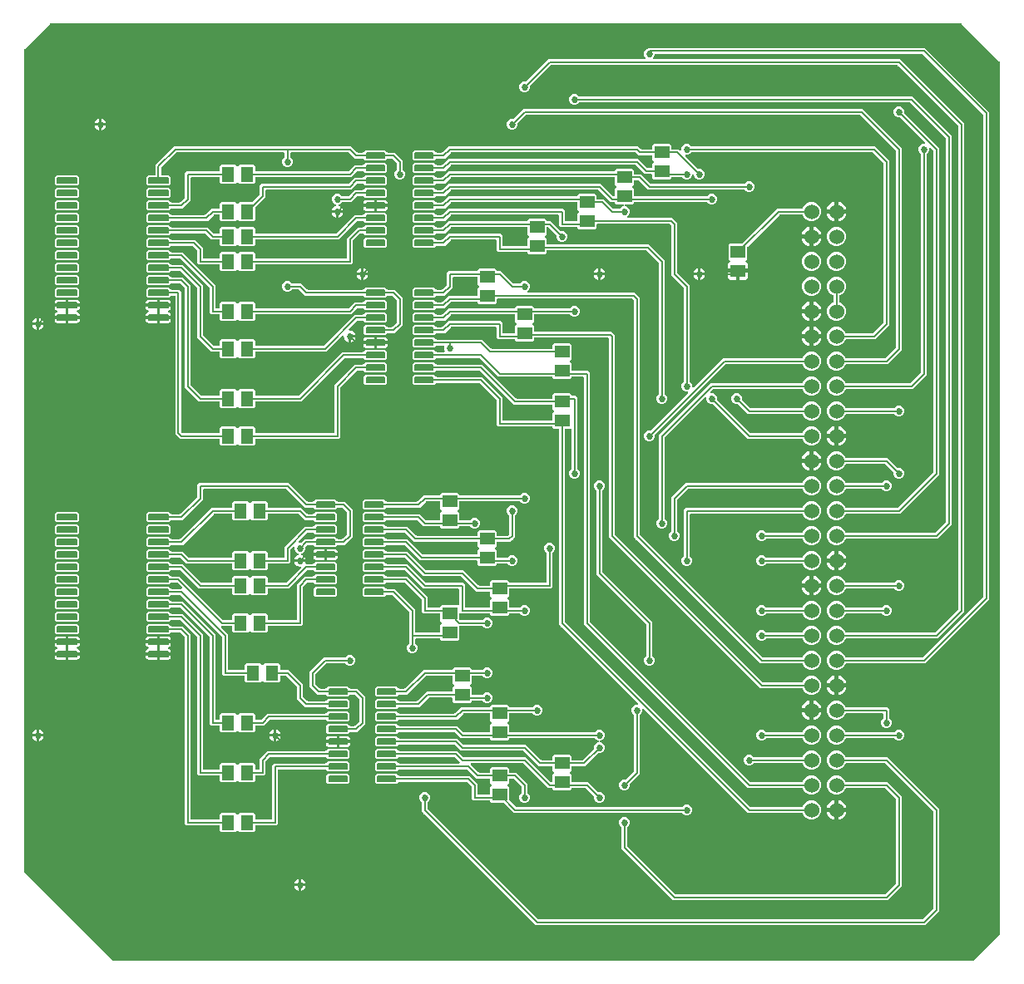
<source format=gtl>
G04 EAGLE Gerber RS-274X export*
G75*
%MOMM*%
%FSLAX34Y34*%
%LPD*%
%INTop Copper*%
%IPPOS*%
%AMOC8*
5,1,8,0,0,1.08239X$1,22.5*%
G01*
%ADD10C,1.524000*%
%ADD11R,1.300000X1.500000*%
%ADD12R,1.500000X1.300000*%
%ADD13C,0.150000*%
%ADD14C,0.203200*%
%ADD15C,0.685800*%

G36*
X1257387Y24397D02*
X1257387Y24397D01*
X1257474Y24400D01*
X1257527Y24417D01*
X1257582Y24425D01*
X1257661Y24460D01*
X1257745Y24487D01*
X1257784Y24515D01*
X1257841Y24541D01*
X1257954Y24637D01*
X1258018Y24682D01*
X1283418Y50082D01*
X1283430Y50098D01*
X1283439Y50106D01*
X1283466Y50146D01*
X1283470Y50152D01*
X1283530Y50216D01*
X1283556Y50265D01*
X1283589Y50309D01*
X1283620Y50391D01*
X1283660Y50469D01*
X1283668Y50517D01*
X1283690Y50575D01*
X1283702Y50723D01*
X1283715Y50800D01*
X1283715Y939800D01*
X1283703Y939887D01*
X1283700Y939974D01*
X1283683Y940027D01*
X1283675Y940082D01*
X1283640Y940161D01*
X1283613Y940245D01*
X1283585Y940284D01*
X1283559Y940341D01*
X1283463Y940454D01*
X1283418Y940518D01*
X1245318Y978618D01*
X1245248Y978670D01*
X1245184Y978730D01*
X1245135Y978756D01*
X1245091Y978789D01*
X1245009Y978820D01*
X1244931Y978860D01*
X1244884Y978868D01*
X1244825Y978890D01*
X1244677Y978902D01*
X1244600Y978915D01*
X317500Y978915D01*
X317413Y978903D01*
X317326Y978900D01*
X317273Y978883D01*
X317219Y978875D01*
X317139Y978840D01*
X317055Y978813D01*
X317016Y978785D01*
X316959Y978759D01*
X316846Y978663D01*
X316782Y978618D01*
X291382Y953218D01*
X291330Y953148D01*
X291270Y953084D01*
X291244Y953035D01*
X291211Y952991D01*
X291180Y952909D01*
X291140Y952831D01*
X291132Y952784D01*
X291110Y952725D01*
X291098Y952577D01*
X291085Y952500D01*
X291085Y114300D01*
X291097Y114213D01*
X291100Y114126D01*
X291117Y114073D01*
X291125Y114019D01*
X291160Y113939D01*
X291187Y113855D01*
X291215Y113816D01*
X291241Y113759D01*
X291337Y113646D01*
X291382Y113582D01*
X380282Y24682D01*
X380352Y24630D01*
X380416Y24570D01*
X380465Y24544D01*
X380509Y24511D01*
X380591Y24480D01*
X380669Y24440D01*
X380717Y24432D01*
X380775Y24410D01*
X380923Y24398D01*
X381000Y24385D01*
X1257300Y24385D01*
X1257387Y24397D01*
G37*
%LPC*%
G36*
X1115680Y320547D02*
X1115680Y320547D01*
X1112132Y322017D01*
X1109417Y324732D01*
X1107947Y328280D01*
X1107947Y332120D01*
X1109417Y335668D01*
X1112132Y338383D01*
X1115680Y339853D01*
X1119520Y339853D01*
X1123068Y338383D01*
X1125783Y335668D01*
X1126526Y333875D01*
X1126526Y333874D01*
X1126527Y333873D01*
X1126598Y333752D01*
X1126670Y333631D01*
X1126671Y333630D01*
X1126672Y333628D01*
X1126776Y333531D01*
X1126877Y333435D01*
X1126878Y333435D01*
X1126879Y333434D01*
X1127005Y333369D01*
X1127130Y333305D01*
X1127131Y333305D01*
X1127133Y333304D01*
X1127147Y333302D01*
X1127408Y333250D01*
X1127439Y333253D01*
X1127464Y333249D01*
X1204817Y333249D01*
X1204903Y333261D01*
X1204991Y333264D01*
X1205043Y333281D01*
X1205098Y333289D01*
X1205178Y333324D01*
X1205261Y333351D01*
X1205300Y333379D01*
X1205358Y333405D01*
X1205471Y333501D01*
X1205535Y333546D01*
X1266654Y394665D01*
X1266706Y394735D01*
X1266766Y394799D01*
X1266792Y394849D01*
X1266825Y394893D01*
X1266856Y394974D01*
X1266896Y395052D01*
X1266904Y395100D01*
X1266926Y395158D01*
X1266938Y395306D01*
X1266951Y395383D01*
X1266951Y885795D01*
X1266939Y885881D01*
X1266936Y885969D01*
X1266919Y886021D01*
X1266911Y886076D01*
X1266876Y886156D01*
X1266849Y886239D01*
X1266821Y886278D01*
X1266795Y886336D01*
X1266699Y886449D01*
X1266654Y886513D01*
X1205535Y947632D01*
X1205465Y947684D01*
X1205401Y947744D01*
X1205351Y947770D01*
X1205307Y947803D01*
X1205226Y947834D01*
X1205148Y947874D01*
X1205100Y947882D01*
X1205042Y947904D01*
X1204894Y947916D01*
X1204817Y947929D01*
X933577Y947929D01*
X933519Y947921D01*
X933461Y947923D01*
X933379Y947901D01*
X933295Y947889D01*
X933242Y947866D01*
X933186Y947851D01*
X933113Y947808D01*
X933036Y947773D01*
X932991Y947735D01*
X932941Y947706D01*
X932883Y947644D01*
X932819Y947590D01*
X932787Y947541D01*
X932747Y947498D01*
X932708Y947423D01*
X932661Y947353D01*
X932644Y947297D01*
X932617Y947245D01*
X932606Y947177D01*
X932576Y947082D01*
X932573Y946982D01*
X932562Y946914D01*
X932562Y946872D01*
X931730Y944864D01*
X931448Y944582D01*
X931430Y944558D01*
X931408Y944539D01*
X931345Y944445D01*
X931277Y944355D01*
X931267Y944327D01*
X931250Y944303D01*
X931216Y944195D01*
X931176Y944089D01*
X931173Y944060D01*
X931165Y944032D01*
X931162Y943919D01*
X931152Y943806D01*
X931158Y943777D01*
X931157Y943748D01*
X931186Y943638D01*
X931208Y943527D01*
X931222Y943501D01*
X931229Y943473D01*
X931287Y943375D01*
X931339Y943275D01*
X931359Y943253D01*
X931374Y943228D01*
X931457Y943151D01*
X931535Y943069D01*
X931560Y943054D01*
X931582Y943034D01*
X931682Y942982D01*
X931780Y942925D01*
X931809Y942918D01*
X931835Y942904D01*
X931912Y942891D01*
X932056Y942855D01*
X932118Y942857D01*
X932166Y942849D01*
X1182363Y942849D01*
X1247649Y877563D01*
X1247649Y379737D01*
X1220463Y352551D01*
X1127464Y352551D01*
X1127462Y352551D01*
X1127460Y352551D01*
X1127320Y352531D01*
X1127182Y352511D01*
X1127181Y352511D01*
X1127179Y352511D01*
X1127053Y352454D01*
X1126923Y352395D01*
X1126921Y352394D01*
X1126920Y352393D01*
X1126813Y352302D01*
X1126706Y352212D01*
X1126705Y352210D01*
X1126704Y352209D01*
X1126695Y352196D01*
X1126548Y351975D01*
X1126539Y351946D01*
X1126526Y351925D01*
X1125783Y350132D01*
X1123068Y347417D01*
X1119520Y345947D01*
X1115680Y345947D01*
X1112132Y347417D01*
X1109417Y350132D01*
X1107947Y353680D01*
X1107947Y357520D01*
X1109417Y361068D01*
X1112132Y363783D01*
X1115680Y365253D01*
X1119520Y365253D01*
X1123068Y363783D01*
X1125783Y361068D01*
X1126526Y359275D01*
X1126526Y359274D01*
X1126527Y359273D01*
X1126598Y359152D01*
X1126670Y359031D01*
X1126671Y359030D01*
X1126672Y359028D01*
X1126776Y358931D01*
X1126877Y358835D01*
X1126878Y358835D01*
X1126879Y358834D01*
X1127005Y358769D01*
X1127130Y358705D01*
X1127131Y358705D01*
X1127133Y358704D01*
X1127147Y358702D01*
X1127408Y358650D01*
X1127439Y358653D01*
X1127464Y358649D01*
X1217517Y358649D01*
X1217603Y358661D01*
X1217691Y358664D01*
X1217743Y358681D01*
X1217798Y358689D01*
X1217878Y358724D01*
X1217961Y358751D01*
X1218000Y358779D01*
X1218058Y358805D01*
X1218171Y358901D01*
X1218235Y358946D01*
X1241254Y381965D01*
X1241306Y382035D01*
X1241366Y382099D01*
X1241392Y382149D01*
X1241425Y382193D01*
X1241456Y382274D01*
X1241496Y382352D01*
X1241504Y382400D01*
X1241526Y382458D01*
X1241538Y382606D01*
X1241551Y382683D01*
X1241551Y874617D01*
X1241539Y874703D01*
X1241536Y874791D01*
X1241519Y874843D01*
X1241511Y874898D01*
X1241476Y874978D01*
X1241449Y875061D01*
X1241421Y875100D01*
X1241395Y875158D01*
X1241299Y875271D01*
X1241254Y875335D01*
X1180135Y936454D01*
X1180065Y936506D01*
X1180001Y936566D01*
X1179951Y936592D01*
X1179907Y936625D01*
X1179826Y936656D01*
X1179748Y936696D01*
X1179700Y936704D01*
X1179642Y936726D01*
X1179494Y936738D01*
X1179417Y936751D01*
X827183Y936751D01*
X827097Y936739D01*
X827009Y936736D01*
X826957Y936719D01*
X826902Y936711D01*
X826822Y936676D01*
X826739Y936649D01*
X826700Y936621D01*
X826642Y936595D01*
X826529Y936499D01*
X826465Y936454D01*
X805859Y915848D01*
X805807Y915778D01*
X805747Y915714D01*
X805721Y915664D01*
X805688Y915620D01*
X805657Y915539D01*
X805617Y915461D01*
X805609Y915413D01*
X805587Y915355D01*
X805575Y915207D01*
X805562Y915130D01*
X805562Y913314D01*
X804730Y911306D01*
X803194Y909770D01*
X801186Y908938D01*
X799014Y908938D01*
X797006Y909770D01*
X795470Y911306D01*
X794638Y913314D01*
X794638Y915486D01*
X795470Y917494D01*
X797006Y919030D01*
X799014Y919862D01*
X800830Y919862D01*
X800916Y919874D01*
X801004Y919877D01*
X801056Y919894D01*
X801111Y919902D01*
X801191Y919937D01*
X801274Y919964D01*
X801313Y919992D01*
X801371Y920018D01*
X801484Y920114D01*
X801548Y920159D01*
X824237Y942849D01*
X922034Y942849D01*
X922063Y942853D01*
X922093Y942850D01*
X922203Y942873D01*
X922316Y942889D01*
X922343Y942901D01*
X922371Y942906D01*
X922472Y942958D01*
X922575Y943005D01*
X922597Y943024D01*
X922624Y943037D01*
X922706Y943115D01*
X922792Y943188D01*
X922808Y943213D01*
X922830Y943233D01*
X922887Y943331D01*
X922950Y943425D01*
X922959Y943453D01*
X922973Y943478D01*
X923001Y943588D01*
X923035Y943696D01*
X923036Y943725D01*
X923043Y943754D01*
X923040Y943867D01*
X923043Y943980D01*
X923035Y944009D01*
X923034Y944038D01*
X923000Y944146D01*
X922971Y944255D01*
X922956Y944281D01*
X922947Y944309D01*
X922901Y944373D01*
X922826Y944500D01*
X922780Y944543D01*
X922752Y944582D01*
X922470Y944864D01*
X921638Y946872D01*
X921638Y949044D01*
X922470Y951052D01*
X924006Y952588D01*
X924490Y952788D01*
X924516Y952804D01*
X924546Y952814D01*
X924610Y952859D01*
X924734Y952933D01*
X924779Y952980D01*
X924819Y953009D01*
X925837Y954027D01*
X1207763Y954027D01*
X1273049Y888741D01*
X1273049Y392437D01*
X1270966Y390354D01*
X1270965Y390354D01*
X1209846Y329235D01*
X1209846Y329234D01*
X1207763Y327151D01*
X1127464Y327151D01*
X1127462Y327151D01*
X1127460Y327151D01*
X1127320Y327131D01*
X1127182Y327111D01*
X1127181Y327111D01*
X1127179Y327111D01*
X1127053Y327054D01*
X1126923Y326995D01*
X1126921Y326994D01*
X1126920Y326993D01*
X1126813Y326902D01*
X1126706Y326812D01*
X1126705Y326810D01*
X1126704Y326809D01*
X1126695Y326796D01*
X1126548Y326575D01*
X1126539Y326546D01*
X1126526Y326525D01*
X1125783Y324732D01*
X1123068Y322017D01*
X1119520Y320547D01*
X1115680Y320547D01*
G37*
%LPD*%
%LPC*%
G36*
X926014Y553338D02*
X926014Y553338D01*
X924006Y554170D01*
X922470Y555706D01*
X921638Y557714D01*
X921638Y559886D01*
X922470Y561894D01*
X924006Y563430D01*
X926014Y564262D01*
X927830Y564262D01*
X927916Y564274D01*
X928004Y564277D01*
X928056Y564294D01*
X928111Y564302D01*
X928191Y564337D01*
X928274Y564364D01*
X928313Y564392D01*
X928371Y564418D01*
X928484Y564514D01*
X928548Y564559D01*
X966394Y602405D01*
X966411Y602429D01*
X966434Y602448D01*
X966496Y602542D01*
X966564Y602632D01*
X966575Y602660D01*
X966591Y602684D01*
X966625Y602792D01*
X966666Y602898D01*
X966668Y602927D01*
X966677Y602955D01*
X966680Y603069D01*
X966689Y603181D01*
X966684Y603210D01*
X966684Y603239D01*
X966656Y603349D01*
X966633Y603460D01*
X966620Y603486D01*
X966612Y603514D01*
X966555Y603612D01*
X966502Y603712D01*
X966482Y603734D01*
X966467Y603759D01*
X966385Y603836D01*
X966307Y603918D01*
X966281Y603933D01*
X966260Y603953D01*
X966159Y604005D01*
X966061Y604062D01*
X966033Y604069D01*
X966007Y604083D01*
X965929Y604096D01*
X965786Y604132D01*
X965723Y604130D01*
X965676Y604138D01*
X964114Y604138D01*
X962106Y604970D01*
X960570Y606506D01*
X959738Y608514D01*
X959738Y610686D01*
X960570Y612694D01*
X961854Y613978D01*
X961906Y614048D01*
X961966Y614112D01*
X961992Y614161D01*
X962025Y614205D01*
X962056Y614287D01*
X962096Y614365D01*
X962104Y614412D01*
X962126Y614471D01*
X962138Y614619D01*
X962151Y614696D01*
X962151Y709517D01*
X962139Y709603D01*
X962136Y709691D01*
X962119Y709743D01*
X962111Y709798D01*
X962076Y709878D01*
X962049Y709961D01*
X962021Y710000D01*
X961995Y710058D01*
X961899Y710171D01*
X961854Y710235D01*
X949451Y722637D01*
X949451Y773017D01*
X949439Y773103D01*
X949436Y773191D01*
X949419Y773243D01*
X949411Y773298D01*
X949376Y773378D01*
X949349Y773461D01*
X949321Y773500D01*
X949295Y773558D01*
X949199Y773671D01*
X949154Y773735D01*
X948335Y774554D01*
X948265Y774606D01*
X948201Y774666D01*
X948151Y774692D01*
X948107Y774725D01*
X948026Y774756D01*
X947948Y774796D01*
X947900Y774804D01*
X947842Y774826D01*
X947694Y774838D01*
X947617Y774851D01*
X874148Y774851D01*
X874090Y774843D01*
X874032Y774845D01*
X873950Y774823D01*
X873866Y774811D01*
X873813Y774788D01*
X873757Y774773D01*
X873684Y774730D01*
X873607Y774695D01*
X873562Y774657D01*
X873512Y774628D01*
X873454Y774566D01*
X873390Y774512D01*
X873358Y774463D01*
X873318Y774420D01*
X873279Y774345D01*
X873232Y774275D01*
X873215Y774219D01*
X873188Y774167D01*
X873177Y774099D01*
X873147Y774004D01*
X873144Y773904D01*
X873133Y773836D01*
X873133Y770558D01*
X871942Y769367D01*
X855258Y769367D01*
X854067Y770558D01*
X854067Y770636D01*
X854060Y770687D01*
X854061Y770710D01*
X854060Y770714D01*
X854061Y770752D01*
X854039Y770834D01*
X854027Y770918D01*
X854004Y770971D01*
X853989Y771027D01*
X853946Y771100D01*
X853911Y771177D01*
X853873Y771222D01*
X853844Y771272D01*
X853782Y771330D01*
X853728Y771394D01*
X853679Y771426D01*
X853636Y771466D01*
X853561Y771505D01*
X853491Y771552D01*
X853435Y771569D01*
X853383Y771596D01*
X853315Y771607D01*
X853220Y771637D01*
X853120Y771640D01*
X853052Y771651D01*
X836937Y771651D01*
X835151Y773437D01*
X835151Y783336D01*
X835143Y783394D01*
X835145Y783452D01*
X835123Y783534D01*
X835111Y783618D01*
X835088Y783671D01*
X835073Y783727D01*
X835030Y783800D01*
X834995Y783877D01*
X834957Y783922D01*
X834928Y783972D01*
X834866Y784030D01*
X834812Y784094D01*
X834763Y784126D01*
X834720Y784166D01*
X834645Y784205D01*
X834575Y784252D01*
X834519Y784269D01*
X834467Y784296D01*
X834399Y784307D01*
X834304Y784337D01*
X834204Y784340D01*
X834136Y784351D01*
X725583Y784351D01*
X725497Y784339D01*
X725409Y784336D01*
X725357Y784319D01*
X725302Y784311D01*
X725222Y784276D01*
X725139Y784249D01*
X725100Y784221D01*
X725042Y784195D01*
X724929Y784099D01*
X724865Y784054D01*
X718813Y778001D01*
X710507Y778001D01*
X710421Y777989D01*
X710333Y777986D01*
X710280Y777969D01*
X710226Y777961D01*
X710146Y777926D01*
X710063Y777899D01*
X710023Y777871D01*
X709966Y777845D01*
X709853Y777749D01*
X709789Y777704D01*
X708103Y776017D01*
X687597Y776017D01*
X685967Y777647D01*
X685967Y784453D01*
X687597Y786083D01*
X708103Y786083D01*
X709789Y784396D01*
X709859Y784344D01*
X709923Y784284D01*
X709972Y784258D01*
X710016Y784225D01*
X710098Y784194D01*
X710176Y784154D01*
X710224Y784146D01*
X710282Y784124D01*
X710430Y784112D01*
X710507Y784099D01*
X715867Y784099D01*
X715953Y784111D01*
X716041Y784114D01*
X716093Y784131D01*
X716148Y784139D01*
X716228Y784174D01*
X716311Y784201D01*
X716350Y784229D01*
X716408Y784255D01*
X716521Y784351D01*
X716585Y784396D01*
X722637Y790449D01*
X839463Y790449D01*
X841249Y788663D01*
X841249Y778764D01*
X841257Y778706D01*
X841255Y778648D01*
X841277Y778566D01*
X841289Y778482D01*
X841312Y778429D01*
X841327Y778373D01*
X841370Y778300D01*
X841405Y778223D01*
X841443Y778178D01*
X841472Y778128D01*
X841534Y778070D01*
X841588Y778006D01*
X841637Y777974D01*
X841680Y777934D01*
X841755Y777895D01*
X841825Y777848D01*
X841881Y777831D01*
X841933Y777804D01*
X842001Y777793D01*
X842096Y777763D01*
X842196Y777760D01*
X842264Y777749D01*
X853052Y777749D01*
X853110Y777757D01*
X853168Y777755D01*
X853250Y777777D01*
X853334Y777789D01*
X853387Y777812D01*
X853443Y777827D01*
X853516Y777870D01*
X853593Y777905D01*
X853638Y777943D01*
X853688Y777972D01*
X853746Y778034D01*
X853810Y778088D01*
X853842Y778137D01*
X853882Y778180D01*
X853921Y778255D01*
X853968Y778325D01*
X853985Y778381D01*
X854012Y778433D01*
X854023Y778501D01*
X854053Y778596D01*
X854056Y778696D01*
X854067Y778764D01*
X854067Y785242D01*
X855507Y786682D01*
X855543Y786729D01*
X855585Y786769D01*
X855628Y786842D01*
X855678Y786909D01*
X855699Y786964D01*
X855729Y787014D01*
X855749Y787096D01*
X855780Y787175D01*
X855784Y787233D01*
X855799Y787290D01*
X855796Y787374D01*
X855803Y787458D01*
X855792Y787516D01*
X855790Y787574D01*
X855764Y787654D01*
X855747Y787737D01*
X855720Y787789D01*
X855702Y787845D01*
X855662Y787901D01*
X855616Y787989D01*
X855547Y788062D01*
X855507Y788118D01*
X854067Y789558D01*
X854067Y796036D01*
X854060Y796084D01*
X854061Y796091D01*
X854059Y796097D01*
X854061Y796152D01*
X854039Y796234D01*
X854027Y796318D01*
X854004Y796371D01*
X853989Y796427D01*
X853946Y796500D01*
X853911Y796577D01*
X853873Y796622D01*
X853844Y796672D01*
X853782Y796730D01*
X853728Y796794D01*
X853679Y796826D01*
X853636Y796866D01*
X853561Y796905D01*
X853491Y796952D01*
X853435Y796969D01*
X853383Y796996D01*
X853315Y797007D01*
X853220Y797037D01*
X853120Y797040D01*
X853052Y797051D01*
X725583Y797051D01*
X725497Y797039D01*
X725409Y797036D01*
X725357Y797019D01*
X725302Y797011D01*
X725222Y796976D01*
X725139Y796949D01*
X725100Y796921D01*
X725042Y796895D01*
X724929Y796799D01*
X724865Y796754D01*
X718813Y790701D01*
X710507Y790701D01*
X710421Y790689D01*
X710333Y790686D01*
X710280Y790669D01*
X710226Y790661D01*
X710146Y790626D01*
X710063Y790599D01*
X710023Y790571D01*
X709966Y790545D01*
X709853Y790449D01*
X709789Y790404D01*
X708103Y788717D01*
X687597Y788717D01*
X685967Y790347D01*
X685967Y797153D01*
X687597Y798783D01*
X708103Y798783D01*
X709789Y797096D01*
X709859Y797044D01*
X709923Y796984D01*
X709972Y796958D01*
X710016Y796925D01*
X710098Y796894D01*
X710176Y796854D01*
X710224Y796846D01*
X710282Y796824D01*
X710430Y796812D01*
X710507Y796799D01*
X715867Y796799D01*
X715953Y796811D01*
X716041Y796814D01*
X716093Y796831D01*
X716148Y796839D01*
X716228Y796874D01*
X716311Y796901D01*
X716350Y796929D01*
X716408Y796955D01*
X716521Y797051D01*
X716585Y797096D01*
X722637Y803149D01*
X853052Y803149D01*
X853110Y803157D01*
X853168Y803155D01*
X853250Y803177D01*
X853334Y803189D01*
X853387Y803212D01*
X853443Y803227D01*
X853516Y803270D01*
X853593Y803305D01*
X853638Y803343D01*
X853688Y803372D01*
X853746Y803434D01*
X853810Y803488D01*
X853842Y803537D01*
X853882Y803580D01*
X853921Y803655D01*
X853968Y803725D01*
X853985Y803781D01*
X854012Y803833D01*
X854023Y803901D01*
X854053Y803996D01*
X854056Y804096D01*
X854067Y804164D01*
X854067Y804242D01*
X855258Y805433D01*
X871942Y805433D01*
X873133Y804242D01*
X873133Y800964D01*
X873141Y800906D01*
X873139Y800848D01*
X873161Y800766D01*
X873173Y800682D01*
X873196Y800629D01*
X873211Y800573D01*
X873254Y800500D01*
X873289Y800423D01*
X873327Y800378D01*
X873356Y800328D01*
X873418Y800270D01*
X873472Y800206D01*
X873521Y800174D01*
X873564Y800134D01*
X873639Y800095D01*
X873709Y800048D01*
X873765Y800031D01*
X873817Y800004D01*
X873885Y799993D01*
X873980Y799963D01*
X874080Y799960D01*
X874148Y799949D01*
X880763Y799949D01*
X889965Y790746D01*
X890035Y790694D01*
X890099Y790634D01*
X890149Y790608D01*
X890193Y790575D01*
X890274Y790544D01*
X890352Y790504D01*
X890400Y790496D01*
X890458Y790474D01*
X890606Y790462D01*
X890683Y790449D01*
X896604Y790449D01*
X896691Y790461D01*
X896778Y790464D01*
X896831Y790481D01*
X896886Y790489D01*
X896965Y790524D01*
X897049Y790551D01*
X897088Y790579D01*
X897145Y790605D01*
X897258Y790701D01*
X897322Y790746D01*
X898606Y792030D01*
X900499Y792814D01*
X900572Y792858D01*
X900651Y792893D01*
X900694Y792930D01*
X900743Y792959D01*
X900802Y793021D01*
X900868Y793077D01*
X900899Y793124D01*
X900939Y793165D01*
X900978Y793242D01*
X901026Y793313D01*
X901043Y793367D01*
X901069Y793418D01*
X901085Y793502D01*
X901111Y793584D01*
X901113Y793641D01*
X901124Y793697D01*
X901116Y793782D01*
X901119Y793868D01*
X901104Y793923D01*
X901099Y793980D01*
X901068Y794060D01*
X901047Y794143D01*
X901018Y794192D01*
X900997Y794245D01*
X900945Y794314D01*
X900902Y794388D01*
X900860Y794427D01*
X900826Y794472D01*
X900757Y794524D01*
X900694Y794582D01*
X900643Y794608D01*
X900598Y794642D01*
X900518Y794673D01*
X900441Y794712D01*
X900392Y794720D01*
X900332Y794743D01*
X900187Y794754D01*
X900110Y794767D01*
X893358Y794767D01*
X892167Y795958D01*
X892167Y796036D01*
X892160Y796084D01*
X892161Y796091D01*
X892159Y796097D01*
X892161Y796152D01*
X892139Y796234D01*
X892127Y796318D01*
X892104Y796371D01*
X892089Y796427D01*
X892046Y796500D01*
X892011Y796577D01*
X891973Y796622D01*
X891944Y796672D01*
X891882Y796730D01*
X891828Y796794D01*
X891779Y796826D01*
X891736Y796866D01*
X891661Y796905D01*
X891591Y796952D01*
X891535Y796969D01*
X891483Y796996D01*
X891415Y797007D01*
X891320Y797037D01*
X891220Y797040D01*
X891152Y797051D01*
X887737Y797051D01*
X875335Y809454D01*
X875265Y809506D01*
X875201Y809566D01*
X875151Y809592D01*
X875107Y809625D01*
X875026Y809656D01*
X874948Y809696D01*
X874900Y809704D01*
X874842Y809726D01*
X874694Y809738D01*
X874617Y809751D01*
X725583Y809751D01*
X725497Y809739D01*
X725409Y809736D01*
X725357Y809719D01*
X725302Y809711D01*
X725222Y809676D01*
X725139Y809649D01*
X725100Y809621D01*
X725042Y809595D01*
X724929Y809499D01*
X724865Y809454D01*
X718813Y803401D01*
X710507Y803401D01*
X710421Y803389D01*
X710333Y803386D01*
X710280Y803369D01*
X710226Y803361D01*
X710146Y803326D01*
X710063Y803299D01*
X710023Y803271D01*
X709966Y803245D01*
X709853Y803149D01*
X709789Y803104D01*
X708103Y801417D01*
X687597Y801417D01*
X685967Y803047D01*
X685967Y809853D01*
X687597Y811483D01*
X708103Y811483D01*
X709789Y809796D01*
X709859Y809744D01*
X709923Y809684D01*
X709972Y809658D01*
X710016Y809625D01*
X710098Y809594D01*
X710176Y809554D01*
X710224Y809546D01*
X710282Y809524D01*
X710430Y809512D01*
X710507Y809499D01*
X715867Y809499D01*
X715953Y809511D01*
X716041Y809514D01*
X716093Y809531D01*
X716148Y809539D01*
X716228Y809574D01*
X716311Y809601D01*
X716350Y809629D01*
X716408Y809655D01*
X716521Y809751D01*
X716585Y809796D01*
X722637Y815849D01*
X877563Y815849D01*
X889965Y803446D01*
X890035Y803394D01*
X890099Y803334D01*
X890149Y803308D01*
X890193Y803275D01*
X890274Y803244D01*
X890352Y803204D01*
X890400Y803196D01*
X890458Y803174D01*
X890606Y803162D01*
X890683Y803149D01*
X891152Y803149D01*
X891210Y803157D01*
X891268Y803155D01*
X891350Y803177D01*
X891434Y803189D01*
X891487Y803212D01*
X891543Y803227D01*
X891616Y803270D01*
X891693Y803305D01*
X891738Y803343D01*
X891788Y803372D01*
X891846Y803434D01*
X891910Y803488D01*
X891942Y803537D01*
X891982Y803580D01*
X892021Y803655D01*
X892068Y803725D01*
X892085Y803781D01*
X892112Y803833D01*
X892123Y803901D01*
X892153Y803996D01*
X892156Y804096D01*
X892167Y804164D01*
X892167Y810642D01*
X893607Y812082D01*
X893642Y812129D01*
X893685Y812169D01*
X893728Y812242D01*
X893778Y812309D01*
X893799Y812364D01*
X893829Y812414D01*
X893849Y812496D01*
X893880Y812575D01*
X893884Y812633D01*
X893899Y812690D01*
X893896Y812774D01*
X893903Y812858D01*
X893892Y812916D01*
X893890Y812974D01*
X893864Y813054D01*
X893847Y813137D01*
X893820Y813189D01*
X893802Y813245D01*
X893762Y813301D01*
X893716Y813389D01*
X893648Y813462D01*
X893607Y813518D01*
X892167Y814958D01*
X892167Y821436D01*
X892159Y821494D01*
X892161Y821552D01*
X892139Y821634D01*
X892127Y821718D01*
X892104Y821771D01*
X892089Y821827D01*
X892046Y821900D01*
X892011Y821977D01*
X891973Y822022D01*
X891944Y822072D01*
X891882Y822130D01*
X891828Y822194D01*
X891779Y822226D01*
X891736Y822266D01*
X891661Y822305D01*
X891591Y822352D01*
X891535Y822369D01*
X891483Y822396D01*
X891415Y822407D01*
X891320Y822437D01*
X891220Y822440D01*
X891152Y822451D01*
X725583Y822451D01*
X725497Y822439D01*
X725409Y822436D01*
X725357Y822419D01*
X725302Y822411D01*
X725222Y822376D01*
X725139Y822349D01*
X725100Y822321D01*
X725042Y822295D01*
X724929Y822199D01*
X724865Y822154D01*
X718813Y816101D01*
X710507Y816101D01*
X710421Y816089D01*
X710333Y816086D01*
X710280Y816069D01*
X710226Y816061D01*
X710146Y816026D01*
X710063Y815999D01*
X710023Y815971D01*
X709966Y815945D01*
X709853Y815849D01*
X709789Y815804D01*
X708103Y814117D01*
X687597Y814117D01*
X685967Y815747D01*
X685967Y822553D01*
X687597Y824183D01*
X708103Y824183D01*
X709789Y822496D01*
X709859Y822444D01*
X709923Y822384D01*
X709972Y822358D01*
X710016Y822325D01*
X710098Y822294D01*
X710176Y822254D01*
X710224Y822246D01*
X710282Y822224D01*
X710430Y822212D01*
X710507Y822199D01*
X715867Y822199D01*
X715953Y822211D01*
X716041Y822214D01*
X716093Y822231D01*
X716148Y822239D01*
X716228Y822274D01*
X716311Y822301D01*
X716350Y822329D01*
X716408Y822355D01*
X716521Y822451D01*
X716585Y822496D01*
X720554Y826465D01*
X720554Y826466D01*
X722637Y828549D01*
X891152Y828549D01*
X891210Y828557D01*
X891268Y828555D01*
X891350Y828577D01*
X891434Y828589D01*
X891487Y828612D01*
X891543Y828627D01*
X891616Y828670D01*
X891693Y828705D01*
X891738Y828743D01*
X891788Y828772D01*
X891846Y828834D01*
X891910Y828888D01*
X891942Y828937D01*
X891982Y828980D01*
X892021Y829055D01*
X892068Y829125D01*
X892085Y829181D01*
X892112Y829233D01*
X892123Y829301D01*
X892153Y829396D01*
X892156Y829496D01*
X892167Y829564D01*
X892167Y829642D01*
X893358Y830833D01*
X910042Y830833D01*
X911233Y829642D01*
X911233Y826364D01*
X911239Y826317D01*
X911239Y826316D01*
X911240Y826315D01*
X911241Y826306D01*
X911239Y826248D01*
X911261Y826166D01*
X911273Y826082D01*
X911296Y826029D01*
X911311Y825973D01*
X911354Y825900D01*
X911389Y825823D01*
X911427Y825778D01*
X911456Y825728D01*
X911518Y825670D01*
X911572Y825606D01*
X911621Y825574D01*
X911664Y825534D01*
X911739Y825495D01*
X911809Y825448D01*
X911865Y825431D01*
X911917Y825404D01*
X911985Y825393D01*
X912080Y825363D01*
X912180Y825360D01*
X912248Y825349D01*
X918863Y825349D01*
X928065Y816146D01*
X928135Y816094D01*
X928199Y816034D01*
X928249Y816008D01*
X928293Y815975D01*
X928374Y815944D01*
X928452Y815904D01*
X928500Y815896D01*
X928558Y815874D01*
X928706Y815862D01*
X928783Y815849D01*
X1023604Y815849D01*
X1023691Y815861D01*
X1023778Y815864D01*
X1023831Y815881D01*
X1023886Y815889D01*
X1023965Y815924D01*
X1024049Y815951D01*
X1024088Y815979D01*
X1024145Y816005D01*
X1024258Y816101D01*
X1024322Y816146D01*
X1025606Y817430D01*
X1027614Y818262D01*
X1029786Y818262D01*
X1031794Y817430D01*
X1033330Y815894D01*
X1034162Y813886D01*
X1034162Y811714D01*
X1033330Y809706D01*
X1031794Y808170D01*
X1029786Y807338D01*
X1027614Y807338D01*
X1025606Y808170D01*
X1024322Y809454D01*
X1024252Y809506D01*
X1024188Y809566D01*
X1024139Y809592D01*
X1024095Y809625D01*
X1024013Y809656D01*
X1023935Y809696D01*
X1023888Y809704D01*
X1023829Y809726D01*
X1023681Y809738D01*
X1023604Y809751D01*
X925837Y809751D01*
X916635Y818954D01*
X916565Y819006D01*
X916501Y819066D01*
X916451Y819092D01*
X916407Y819125D01*
X916326Y819156D01*
X916248Y819196D01*
X916200Y819204D01*
X916142Y819226D01*
X915994Y819238D01*
X915917Y819251D01*
X912248Y819251D01*
X912190Y819243D01*
X912132Y819245D01*
X912050Y819223D01*
X911966Y819211D01*
X911913Y819188D01*
X911857Y819173D01*
X911784Y819130D01*
X911707Y819095D01*
X911662Y819057D01*
X911612Y819028D01*
X911554Y818966D01*
X911490Y818912D01*
X911458Y818863D01*
X911418Y818820D01*
X911379Y818745D01*
X911332Y818675D01*
X911315Y818619D01*
X911288Y818567D01*
X911277Y818499D01*
X911247Y818404D01*
X911244Y818304D01*
X911233Y818236D01*
X911233Y814958D01*
X909793Y813518D01*
X909757Y813471D01*
X909715Y813431D01*
X909672Y813358D01*
X909622Y813291D01*
X909601Y813236D01*
X909571Y813186D01*
X909551Y813104D01*
X909520Y813025D01*
X909516Y812967D01*
X909501Y812910D01*
X909504Y812826D01*
X909497Y812742D01*
X909508Y812684D01*
X909510Y812626D01*
X909536Y812546D01*
X909553Y812463D01*
X909580Y812411D01*
X909598Y812355D01*
X909638Y812299D01*
X909684Y812211D01*
X909753Y812138D01*
X909793Y812082D01*
X911233Y810642D01*
X911233Y804164D01*
X911241Y804106D01*
X911239Y804048D01*
X911261Y803966D01*
X911273Y803882D01*
X911296Y803829D01*
X911311Y803773D01*
X911354Y803700D01*
X911389Y803623D01*
X911427Y803578D01*
X911456Y803528D01*
X911518Y803470D01*
X911572Y803406D01*
X911621Y803374D01*
X911664Y803334D01*
X911739Y803295D01*
X911809Y803248D01*
X911865Y803231D01*
X911917Y803204D01*
X911985Y803193D01*
X912080Y803163D01*
X912180Y803160D01*
X912248Y803149D01*
X985504Y803149D01*
X985591Y803161D01*
X985678Y803164D01*
X985731Y803181D01*
X985786Y803189D01*
X985865Y803224D01*
X985949Y803251D01*
X985988Y803279D01*
X986045Y803305D01*
X986158Y803401D01*
X986222Y803446D01*
X987506Y804730D01*
X989514Y805562D01*
X991686Y805562D01*
X993694Y804730D01*
X995230Y803194D01*
X996062Y801186D01*
X996062Y799014D01*
X995230Y797006D01*
X993694Y795470D01*
X991686Y794638D01*
X989514Y794638D01*
X987506Y795470D01*
X986222Y796754D01*
X986152Y796806D01*
X986088Y796866D01*
X986039Y796892D01*
X985995Y796925D01*
X985913Y796956D01*
X985835Y796996D01*
X985788Y797004D01*
X985729Y797026D01*
X985581Y797038D01*
X985504Y797051D01*
X912248Y797051D01*
X912190Y797043D01*
X912132Y797045D01*
X912050Y797023D01*
X911966Y797011D01*
X911913Y796988D01*
X911857Y796973D01*
X911784Y796930D01*
X911707Y796895D01*
X911662Y796857D01*
X911612Y796828D01*
X911554Y796766D01*
X911490Y796712D01*
X911458Y796663D01*
X911418Y796620D01*
X911379Y796545D01*
X911332Y796475D01*
X911315Y796419D01*
X911288Y796367D01*
X911277Y796299D01*
X911247Y796204D01*
X911244Y796104D01*
X911233Y796036D01*
X911233Y795958D01*
X910042Y794767D01*
X903290Y794767D01*
X903205Y794755D01*
X903119Y794753D01*
X903065Y794735D01*
X903008Y794727D01*
X902930Y794692D01*
X902848Y794666D01*
X902801Y794634D01*
X902749Y794611D01*
X902684Y794556D01*
X902612Y794508D01*
X902576Y794464D01*
X902532Y794428D01*
X902484Y794356D01*
X902429Y794290D01*
X902406Y794238D01*
X902374Y794191D01*
X902349Y794109D01*
X902314Y794030D01*
X902306Y793974D01*
X902289Y793920D01*
X902287Y793834D01*
X902275Y793749D01*
X902283Y793693D01*
X902281Y793636D01*
X902303Y793553D01*
X902315Y793467D01*
X902339Y793416D01*
X902353Y793361D01*
X902397Y793287D01*
X902433Y793208D01*
X902469Y793165D01*
X902498Y793116D01*
X902561Y793057D01*
X902617Y792992D01*
X902659Y792966D01*
X902706Y792922D01*
X902835Y792856D01*
X902901Y792814D01*
X904794Y792030D01*
X906330Y790494D01*
X907162Y788486D01*
X907162Y786314D01*
X906330Y784306D01*
X904706Y782682D01*
X904688Y782658D01*
X904666Y782639D01*
X904603Y782545D01*
X904535Y782455D01*
X904525Y782427D01*
X904508Y782403D01*
X904474Y782295D01*
X904434Y782189D01*
X904431Y782160D01*
X904423Y782132D01*
X904420Y782018D01*
X904410Y781906D01*
X904416Y781877D01*
X904415Y781848D01*
X904444Y781738D01*
X904466Y781627D01*
X904480Y781601D01*
X904487Y781573D01*
X904545Y781475D01*
X904597Y781375D01*
X904617Y781353D01*
X904632Y781328D01*
X904715Y781251D01*
X904793Y781169D01*
X904818Y781154D01*
X904840Y781134D01*
X904940Y781082D01*
X905038Y781025D01*
X905067Y781018D01*
X905093Y781004D01*
X905170Y780991D01*
X905314Y780955D01*
X905376Y780957D01*
X905424Y780949D01*
X950563Y780949D01*
X955549Y775963D01*
X955549Y725583D01*
X955561Y725497D01*
X955564Y725409D01*
X955581Y725357D01*
X955589Y725302D01*
X955624Y725222D01*
X955651Y725139D01*
X955679Y725100D01*
X955705Y725042D01*
X955801Y724929D01*
X955846Y724865D01*
X968249Y712463D01*
X968249Y614696D01*
X968261Y614609D01*
X968264Y614522D01*
X968281Y614469D01*
X968289Y614414D01*
X968324Y614335D01*
X968351Y614251D01*
X968379Y614212D01*
X968405Y614155D01*
X968501Y614042D01*
X968546Y613978D01*
X969830Y612694D01*
X970662Y610686D01*
X970662Y609124D01*
X970666Y609095D01*
X970663Y609066D01*
X970686Y608955D01*
X970702Y608843D01*
X970714Y608816D01*
X970719Y608787D01*
X970771Y608687D01*
X970818Y608583D01*
X970837Y608561D01*
X970850Y608535D01*
X970928Y608453D01*
X971001Y608366D01*
X971026Y608350D01*
X971046Y608329D01*
X971144Y608272D01*
X971238Y608209D01*
X971266Y608200D01*
X971291Y608185D01*
X971401Y608157D01*
X971509Y608123D01*
X971539Y608122D01*
X971567Y608115D01*
X971680Y608119D01*
X971793Y608116D01*
X971822Y608123D01*
X971851Y608124D01*
X971959Y608159D01*
X972068Y608188D01*
X972094Y608203D01*
X972122Y608212D01*
X972185Y608257D01*
X972313Y608333D01*
X972356Y608378D01*
X972395Y608406D01*
X1002037Y638049D01*
X1082336Y638049D01*
X1082338Y638049D01*
X1082340Y638049D01*
X1082480Y638069D01*
X1082618Y638089D01*
X1082619Y638089D01*
X1082621Y638089D01*
X1082747Y638146D01*
X1082877Y638205D01*
X1082879Y638206D01*
X1082880Y638207D01*
X1082987Y638298D01*
X1083094Y638388D01*
X1083095Y638390D01*
X1083096Y638391D01*
X1083105Y638404D01*
X1083252Y638625D01*
X1083261Y638654D01*
X1083274Y638675D01*
X1084017Y640468D01*
X1086732Y643183D01*
X1090280Y644653D01*
X1094120Y644653D01*
X1097668Y643183D01*
X1100383Y640468D01*
X1101853Y636920D01*
X1101853Y633080D01*
X1100383Y629532D01*
X1097668Y626817D01*
X1094120Y625347D01*
X1090280Y625347D01*
X1086732Y626817D01*
X1084017Y629532D01*
X1083274Y631325D01*
X1083274Y631326D01*
X1083273Y631327D01*
X1083202Y631448D01*
X1083130Y631569D01*
X1083129Y631570D01*
X1083128Y631572D01*
X1083024Y631669D01*
X1082923Y631765D01*
X1082922Y631765D01*
X1082921Y631766D01*
X1082795Y631831D01*
X1082670Y631895D01*
X1082669Y631895D01*
X1082667Y631896D01*
X1082653Y631898D01*
X1082392Y631950D01*
X1082361Y631947D01*
X1082336Y631951D01*
X1004983Y631951D01*
X1004897Y631939D01*
X1004809Y631936D01*
X1004757Y631919D01*
X1004702Y631911D01*
X1004622Y631876D01*
X1004539Y631849D01*
X1004500Y631821D01*
X1004442Y631795D01*
X1004329Y631699D01*
X1004265Y631654D01*
X932859Y560248D01*
X932807Y560178D01*
X932747Y560114D01*
X932721Y560064D01*
X932688Y560020D01*
X932657Y559939D01*
X932617Y559861D01*
X932609Y559813D01*
X932587Y559755D01*
X932575Y559607D01*
X932562Y559530D01*
X932562Y557714D01*
X931730Y555706D01*
X930194Y554170D01*
X928186Y553338D01*
X926014Y553338D01*
G37*
%LPD*%
%LPC*%
G36*
X964114Y172338D02*
X964114Y172338D01*
X962106Y173170D01*
X960822Y174454D01*
X960752Y174506D01*
X960688Y174566D01*
X960639Y174592D01*
X960595Y174625D01*
X960513Y174656D01*
X960435Y174696D01*
X960388Y174704D01*
X960329Y174726D01*
X960181Y174738D01*
X960104Y174751D01*
X789337Y174751D01*
X779219Y184870D01*
X779149Y184922D01*
X779085Y184982D01*
X779035Y185008D01*
X778991Y185041D01*
X778910Y185072D01*
X778832Y185112D01*
X778784Y185120D01*
X778726Y185142D01*
X778578Y185154D01*
X778501Y185167D01*
X766358Y185167D01*
X765167Y186358D01*
X765167Y186436D01*
X765159Y186494D01*
X765161Y186552D01*
X765139Y186634D01*
X765127Y186718D01*
X765104Y186771D01*
X765089Y186827D01*
X765046Y186900D01*
X765011Y186977D01*
X764973Y187022D01*
X764944Y187072D01*
X764882Y187130D01*
X764828Y187194D01*
X764779Y187226D01*
X764736Y187266D01*
X764661Y187305D01*
X764591Y187352D01*
X764535Y187369D01*
X764483Y187396D01*
X764415Y187407D01*
X764320Y187437D01*
X764220Y187440D01*
X764152Y187451D01*
X748037Y187451D01*
X746251Y189237D01*
X746251Y201517D01*
X746239Y201603D01*
X746236Y201691D01*
X746219Y201743D01*
X746211Y201798D01*
X746176Y201878D01*
X746149Y201961D01*
X746121Y202000D01*
X746095Y202058D01*
X745999Y202171D01*
X745954Y202235D01*
X741985Y206204D01*
X741915Y206256D01*
X741851Y206316D01*
X741801Y206342D01*
X741757Y206375D01*
X741676Y206406D01*
X741598Y206446D01*
X741550Y206454D01*
X741492Y206476D01*
X741344Y206488D01*
X741267Y206501D01*
X672407Y206501D01*
X672321Y206489D01*
X672233Y206486D01*
X672180Y206469D01*
X672126Y206461D01*
X672046Y206426D01*
X671963Y206399D01*
X671923Y206371D01*
X671866Y206345D01*
X671753Y206249D01*
X671689Y206204D01*
X670003Y204517D01*
X649497Y204517D01*
X647867Y206147D01*
X647867Y212953D01*
X649497Y214583D01*
X670003Y214583D01*
X671689Y212896D01*
X671759Y212844D01*
X671823Y212784D01*
X671872Y212758D01*
X671916Y212725D01*
X671998Y212694D01*
X672076Y212654D01*
X672124Y212646D01*
X672182Y212624D01*
X672330Y212612D01*
X672407Y212599D01*
X744213Y212599D01*
X752349Y204463D01*
X752349Y194564D01*
X752357Y194506D01*
X752355Y194448D01*
X752377Y194366D01*
X752389Y194282D01*
X752412Y194229D01*
X752427Y194173D01*
X752470Y194100D01*
X752505Y194023D01*
X752543Y193978D01*
X752572Y193928D01*
X752634Y193870D01*
X752688Y193806D01*
X752737Y193774D01*
X752780Y193734D01*
X752855Y193695D01*
X752925Y193648D01*
X752981Y193631D01*
X753033Y193604D01*
X753101Y193593D01*
X753196Y193563D01*
X753296Y193560D01*
X753364Y193549D01*
X764152Y193549D01*
X764210Y193557D01*
X764268Y193555D01*
X764350Y193577D01*
X764434Y193589D01*
X764487Y193612D01*
X764543Y193627D01*
X764616Y193670D01*
X764693Y193705D01*
X764738Y193743D01*
X764788Y193772D01*
X764846Y193834D01*
X764910Y193888D01*
X764942Y193937D01*
X764982Y193980D01*
X765021Y194055D01*
X765068Y194125D01*
X765085Y194181D01*
X765112Y194233D01*
X765123Y194301D01*
X765153Y194396D01*
X765156Y194496D01*
X765167Y194564D01*
X765167Y201042D01*
X766607Y202482D01*
X766642Y202529D01*
X766685Y202569D01*
X766728Y202642D01*
X766778Y202709D01*
X766799Y202764D01*
X766829Y202814D01*
X766849Y202896D01*
X766880Y202975D01*
X766884Y203033D01*
X766899Y203090D01*
X766896Y203174D01*
X766903Y203258D01*
X766892Y203316D01*
X766890Y203374D01*
X766864Y203454D01*
X766847Y203537D01*
X766820Y203589D01*
X766802Y203645D01*
X766762Y203701D01*
X766716Y203789D01*
X766648Y203862D01*
X766607Y203918D01*
X765167Y205358D01*
X765167Y208636D01*
X765159Y208694D01*
X765161Y208752D01*
X765139Y208834D01*
X765127Y208918D01*
X765104Y208971D01*
X765089Y209027D01*
X765046Y209100D01*
X765011Y209177D01*
X764973Y209222D01*
X764944Y209272D01*
X764882Y209330D01*
X764828Y209394D01*
X764779Y209426D01*
X764736Y209466D01*
X764661Y209505D01*
X764591Y209552D01*
X764535Y209569D01*
X764483Y209596D01*
X764415Y209607D01*
X764320Y209637D01*
X764220Y209640D01*
X764152Y209651D01*
X751237Y209651D01*
X741985Y218904D01*
X741915Y218956D01*
X741851Y219016D01*
X741801Y219042D01*
X741757Y219075D01*
X741676Y219106D01*
X741598Y219146D01*
X741550Y219154D01*
X741492Y219176D01*
X741344Y219188D01*
X741267Y219201D01*
X672407Y219201D01*
X672321Y219189D01*
X672233Y219186D01*
X672180Y219169D01*
X672126Y219161D01*
X672046Y219126D01*
X671963Y219099D01*
X671923Y219071D01*
X671866Y219045D01*
X671753Y218949D01*
X671689Y218904D01*
X670003Y217217D01*
X649497Y217217D01*
X647867Y218847D01*
X647867Y225653D01*
X649497Y227283D01*
X670003Y227283D01*
X671689Y225596D01*
X671759Y225544D01*
X671823Y225484D01*
X671872Y225458D01*
X671916Y225425D01*
X671998Y225394D01*
X672076Y225354D01*
X672124Y225346D01*
X672182Y225324D01*
X672330Y225312D01*
X672407Y225299D01*
X733139Y225299D01*
X733168Y225303D01*
X733197Y225300D01*
X733308Y225323D01*
X733420Y225339D01*
X733447Y225351D01*
X733476Y225356D01*
X733576Y225409D01*
X733680Y225455D01*
X733702Y225474D01*
X733728Y225487D01*
X733810Y225565D01*
X733897Y225638D01*
X733913Y225663D01*
X733934Y225683D01*
X733991Y225781D01*
X734054Y225875D01*
X734063Y225903D01*
X734078Y225928D01*
X734106Y226038D01*
X734140Y226146D01*
X734141Y226176D01*
X734148Y226204D01*
X734144Y226317D01*
X734147Y226430D01*
X734140Y226459D01*
X734139Y226488D01*
X734104Y226596D01*
X734075Y226705D01*
X734061Y226731D01*
X734051Y226759D01*
X734006Y226823D01*
X733930Y226950D01*
X733885Y226993D01*
X733857Y227032D01*
X733254Y227635D01*
X729285Y231604D01*
X729215Y231656D01*
X729151Y231716D01*
X729101Y231742D01*
X729057Y231775D01*
X728976Y231806D01*
X728898Y231846D01*
X728850Y231854D01*
X728792Y231876D01*
X728644Y231888D01*
X728567Y231901D01*
X672407Y231901D01*
X672321Y231889D01*
X672233Y231886D01*
X672180Y231869D01*
X672126Y231861D01*
X672046Y231826D01*
X671963Y231799D01*
X671923Y231771D01*
X671866Y231745D01*
X671753Y231649D01*
X671689Y231604D01*
X670003Y229917D01*
X649497Y229917D01*
X647867Y231547D01*
X647867Y238353D01*
X649497Y239983D01*
X670003Y239983D01*
X671689Y238296D01*
X671759Y238244D01*
X671823Y238184D01*
X671872Y238158D01*
X671916Y238125D01*
X671998Y238094D01*
X672076Y238054D01*
X672124Y238046D01*
X672182Y238024D01*
X672330Y238012D01*
X672407Y237999D01*
X731513Y237999D01*
X737565Y231946D01*
X737635Y231894D01*
X737699Y231834D01*
X737749Y231808D01*
X737793Y231775D01*
X737874Y231744D01*
X737952Y231704D01*
X738000Y231696D01*
X738058Y231674D01*
X738206Y231662D01*
X738283Y231649D01*
X801363Y231649D01*
X826465Y206546D01*
X826535Y206494D01*
X826599Y206434D01*
X826649Y206408D01*
X826693Y206375D01*
X826774Y206344D01*
X826852Y206304D01*
X826900Y206296D01*
X826958Y206274D01*
X827106Y206262D01*
X827183Y206249D01*
X827652Y206249D01*
X827710Y206257D01*
X827768Y206255D01*
X827850Y206277D01*
X827934Y206289D01*
X827987Y206312D01*
X828043Y206327D01*
X828116Y206370D01*
X828193Y206405D01*
X828238Y206443D01*
X828288Y206472D01*
X828346Y206534D01*
X828410Y206588D01*
X828442Y206637D01*
X828482Y206680D01*
X828521Y206755D01*
X828568Y206825D01*
X828585Y206881D01*
X828612Y206933D01*
X828623Y207001D01*
X828653Y207096D01*
X828656Y207196D01*
X828667Y207264D01*
X828667Y213742D01*
X830107Y215182D01*
X830143Y215229D01*
X830185Y215269D01*
X830228Y215342D01*
X830278Y215409D01*
X830299Y215464D01*
X830329Y215514D01*
X830349Y215596D01*
X830380Y215675D01*
X830384Y215733D01*
X830399Y215790D01*
X830396Y215874D01*
X830403Y215958D01*
X830392Y216016D01*
X830390Y216074D01*
X830364Y216154D01*
X830347Y216237D01*
X830320Y216289D01*
X830302Y216345D01*
X830262Y216401D01*
X830216Y216489D01*
X830147Y216562D01*
X830107Y216618D01*
X828667Y218058D01*
X828667Y221336D01*
X828659Y221394D01*
X828661Y221452D01*
X828639Y221534D01*
X828627Y221618D01*
X828604Y221671D01*
X828589Y221727D01*
X828546Y221800D01*
X828511Y221877D01*
X828473Y221922D01*
X828444Y221972D01*
X828382Y222030D01*
X828328Y222094D01*
X828279Y222126D01*
X828236Y222166D01*
X828161Y222205D01*
X828091Y222252D01*
X828035Y222269D01*
X827983Y222296D01*
X827915Y222307D01*
X827820Y222337D01*
X827720Y222340D01*
X827652Y222351D01*
X814737Y222351D01*
X799135Y237954D01*
X799065Y238006D01*
X799001Y238066D01*
X798951Y238092D01*
X798907Y238125D01*
X798826Y238156D01*
X798748Y238196D01*
X798700Y238204D01*
X798642Y238226D01*
X798494Y238238D01*
X798417Y238251D01*
X735337Y238251D01*
X729285Y244304D01*
X729215Y244356D01*
X729151Y244416D01*
X729101Y244442D01*
X729057Y244475D01*
X728976Y244506D01*
X728898Y244546D01*
X728850Y244554D01*
X728792Y244576D01*
X728644Y244588D01*
X728567Y244601D01*
X672407Y244601D01*
X672321Y244589D01*
X672233Y244586D01*
X672180Y244569D01*
X672126Y244561D01*
X672046Y244526D01*
X671963Y244499D01*
X671923Y244471D01*
X671866Y244445D01*
X671753Y244349D01*
X671689Y244304D01*
X670003Y242617D01*
X649497Y242617D01*
X647867Y244247D01*
X647867Y251053D01*
X649497Y252683D01*
X670003Y252683D01*
X671689Y250996D01*
X671759Y250944D01*
X671823Y250884D01*
X671872Y250858D01*
X671916Y250825D01*
X671998Y250794D01*
X672076Y250754D01*
X672124Y250746D01*
X672182Y250724D01*
X672330Y250712D01*
X672407Y250699D01*
X731513Y250699D01*
X737565Y244646D01*
X737635Y244594D01*
X737699Y244534D01*
X737749Y244508D01*
X737793Y244475D01*
X737874Y244444D01*
X737952Y244404D01*
X738000Y244396D01*
X738058Y244374D01*
X738206Y244362D01*
X738283Y244349D01*
X801363Y244349D01*
X816965Y228746D01*
X817035Y228694D01*
X817099Y228634D01*
X817149Y228608D01*
X817193Y228575D01*
X817274Y228544D01*
X817352Y228504D01*
X817400Y228496D01*
X817458Y228474D01*
X817606Y228462D01*
X817683Y228449D01*
X827652Y228449D01*
X827710Y228457D01*
X827768Y228455D01*
X827850Y228477D01*
X827934Y228489D01*
X827987Y228512D01*
X828043Y228527D01*
X828116Y228570D01*
X828193Y228605D01*
X828238Y228643D01*
X828288Y228672D01*
X828346Y228734D01*
X828410Y228788D01*
X828442Y228837D01*
X828482Y228880D01*
X828521Y228955D01*
X828568Y229025D01*
X828585Y229081D01*
X828612Y229133D01*
X828623Y229201D01*
X828653Y229296D01*
X828656Y229396D01*
X828667Y229464D01*
X828667Y232742D01*
X829858Y233933D01*
X846542Y233933D01*
X847733Y232742D01*
X847733Y229464D01*
X847741Y229406D01*
X847739Y229349D01*
X847739Y229348D01*
X847761Y229266D01*
X847773Y229182D01*
X847796Y229129D01*
X847811Y229073D01*
X847854Y229000D01*
X847889Y228923D01*
X847927Y228878D01*
X847956Y228828D01*
X848018Y228770D01*
X848072Y228706D01*
X848121Y228674D01*
X848164Y228634D01*
X848239Y228595D01*
X848309Y228548D01*
X848365Y228531D01*
X848417Y228504D01*
X848485Y228493D01*
X848580Y228463D01*
X848680Y228460D01*
X848748Y228449D01*
X858717Y228449D01*
X858803Y228461D01*
X858891Y228464D01*
X858943Y228481D01*
X858998Y228489D01*
X859078Y228524D01*
X859161Y228551D01*
X859200Y228579D01*
X859258Y228605D01*
X859371Y228701D01*
X859435Y228746D01*
X870541Y239852D01*
X870593Y239922D01*
X870653Y239986D01*
X870679Y240036D01*
X870712Y240080D01*
X870743Y240161D01*
X870783Y240239D01*
X870791Y240287D01*
X870813Y240345D01*
X870823Y240460D01*
X870824Y240465D01*
X870825Y240488D01*
X870825Y240493D01*
X870838Y240570D01*
X870838Y242386D01*
X871670Y244394D01*
X873206Y245930D01*
X875094Y246712D01*
X875119Y246727D01*
X875147Y246736D01*
X875241Y246799D01*
X875338Y246857D01*
X875359Y246878D01*
X875383Y246894D01*
X875456Y246981D01*
X875534Y247063D01*
X875547Y247089D01*
X875566Y247112D01*
X875612Y247215D01*
X875664Y247316D01*
X875670Y247345D01*
X875681Y247372D01*
X875697Y247484D01*
X875719Y247595D01*
X875716Y247624D01*
X875720Y247653D01*
X875704Y247765D01*
X875694Y247878D01*
X875684Y247905D01*
X875680Y247934D01*
X875633Y248038D01*
X875592Y248143D01*
X875575Y248167D01*
X875563Y248194D01*
X875489Y248280D01*
X875421Y248370D01*
X875397Y248388D01*
X875378Y248410D01*
X875312Y248452D01*
X875193Y248540D01*
X875135Y248562D01*
X875094Y248588D01*
X873206Y249370D01*
X871922Y250654D01*
X871852Y250706D01*
X871788Y250766D01*
X871739Y250792D01*
X871695Y250825D01*
X871613Y250856D01*
X871535Y250896D01*
X871488Y250904D01*
X871429Y250926D01*
X871281Y250938D01*
X871204Y250951D01*
X785248Y250951D01*
X785190Y250943D01*
X785132Y250945D01*
X785050Y250923D01*
X784966Y250911D01*
X784913Y250888D01*
X784857Y250873D01*
X784784Y250830D01*
X784707Y250795D01*
X784662Y250757D01*
X784612Y250728D01*
X784554Y250666D01*
X784490Y250612D01*
X784458Y250563D01*
X784418Y250520D01*
X784379Y250445D01*
X784332Y250375D01*
X784315Y250319D01*
X784288Y250267D01*
X784277Y250199D01*
X784247Y250104D01*
X784244Y250004D01*
X784233Y249936D01*
X784233Y249858D01*
X783042Y248667D01*
X766358Y248667D01*
X765167Y249858D01*
X765167Y249936D01*
X765159Y249994D01*
X765161Y250052D01*
X765139Y250134D01*
X765127Y250218D01*
X765104Y250271D01*
X765089Y250327D01*
X765046Y250400D01*
X765011Y250477D01*
X764973Y250522D01*
X764944Y250572D01*
X764882Y250630D01*
X764828Y250694D01*
X764779Y250726D01*
X764736Y250766D01*
X764661Y250805D01*
X764591Y250852D01*
X764535Y250869D01*
X764483Y250896D01*
X764415Y250907D01*
X764320Y250937D01*
X764220Y250940D01*
X764152Y250951D01*
X735337Y250951D01*
X729285Y257004D01*
X729215Y257056D01*
X729151Y257116D01*
X729101Y257142D01*
X729057Y257175D01*
X728976Y257206D01*
X728898Y257246D01*
X728850Y257254D01*
X728792Y257276D01*
X728644Y257288D01*
X728567Y257301D01*
X672407Y257301D01*
X672321Y257289D01*
X672233Y257286D01*
X672180Y257269D01*
X672126Y257261D01*
X672046Y257226D01*
X671963Y257199D01*
X671923Y257171D01*
X671866Y257145D01*
X671753Y257049D01*
X671689Y257004D01*
X670003Y255317D01*
X649497Y255317D01*
X647867Y256947D01*
X647867Y263753D01*
X649497Y265383D01*
X670003Y265383D01*
X671689Y263696D01*
X671759Y263644D01*
X671823Y263584D01*
X671872Y263558D01*
X671916Y263525D01*
X671998Y263494D01*
X672076Y263454D01*
X672124Y263446D01*
X672182Y263424D01*
X672330Y263412D01*
X672407Y263399D01*
X731513Y263399D01*
X737565Y257346D01*
X737635Y257294D01*
X737699Y257234D01*
X737749Y257208D01*
X737793Y257175D01*
X737874Y257144D01*
X737952Y257104D01*
X738000Y257096D01*
X738058Y257074D01*
X738206Y257062D01*
X738283Y257049D01*
X764152Y257049D01*
X764210Y257057D01*
X764268Y257055D01*
X764350Y257077D01*
X764434Y257089D01*
X764487Y257112D01*
X764543Y257127D01*
X764616Y257170D01*
X764693Y257205D01*
X764738Y257243D01*
X764788Y257272D01*
X764846Y257334D01*
X764910Y257388D01*
X764942Y257437D01*
X764982Y257480D01*
X765021Y257555D01*
X765068Y257625D01*
X765085Y257681D01*
X765112Y257733D01*
X765123Y257801D01*
X765153Y257896D01*
X765156Y257996D01*
X765167Y258064D01*
X765167Y264542D01*
X766607Y265982D01*
X766643Y266029D01*
X766685Y266069D01*
X766728Y266142D01*
X766778Y266209D01*
X766799Y266264D01*
X766829Y266314D01*
X766849Y266396D01*
X766880Y266475D01*
X766884Y266533D01*
X766899Y266590D01*
X766896Y266674D01*
X766903Y266758D01*
X766892Y266816D01*
X766890Y266874D01*
X766864Y266954D01*
X766847Y267037D01*
X766820Y267089D01*
X766802Y267145D01*
X766762Y267201D01*
X766716Y267289D01*
X766647Y267362D01*
X766607Y267418D01*
X765167Y268858D01*
X765167Y275336D01*
X765159Y275394D01*
X765161Y275452D01*
X765139Y275534D01*
X765127Y275618D01*
X765104Y275671D01*
X765089Y275727D01*
X765046Y275800D01*
X765011Y275877D01*
X764973Y275922D01*
X764944Y275972D01*
X764882Y276030D01*
X764828Y276094D01*
X764779Y276126D01*
X764736Y276166D01*
X764661Y276205D01*
X764591Y276252D01*
X764535Y276269D01*
X764483Y276296D01*
X764415Y276307D01*
X764320Y276337D01*
X764220Y276340D01*
X764152Y276351D01*
X738283Y276351D01*
X738197Y276339D01*
X738109Y276336D01*
X738057Y276319D01*
X738002Y276311D01*
X737922Y276276D01*
X737839Y276249D01*
X737800Y276221D01*
X737742Y276195D01*
X737629Y276099D01*
X737565Y276054D01*
X731513Y270001D01*
X672407Y270001D01*
X672321Y269989D01*
X672233Y269986D01*
X672180Y269969D01*
X672126Y269961D01*
X672046Y269926D01*
X671963Y269899D01*
X671923Y269871D01*
X671866Y269845D01*
X671753Y269749D01*
X671689Y269704D01*
X670003Y268017D01*
X649497Y268017D01*
X647867Y269647D01*
X647867Y276453D01*
X649497Y278083D01*
X670003Y278083D01*
X671689Y276396D01*
X671759Y276344D01*
X671823Y276284D01*
X671872Y276258D01*
X671916Y276225D01*
X671998Y276194D01*
X672076Y276154D01*
X672124Y276146D01*
X672182Y276124D01*
X672330Y276112D01*
X672407Y276099D01*
X728567Y276099D01*
X728653Y276111D01*
X728741Y276114D01*
X728793Y276131D01*
X728848Y276139D01*
X728928Y276174D01*
X729011Y276201D01*
X729050Y276229D01*
X729108Y276255D01*
X729221Y276351D01*
X729285Y276396D01*
X735337Y282449D01*
X764152Y282449D01*
X764210Y282457D01*
X764268Y282455D01*
X764350Y282477D01*
X764434Y282489D01*
X764487Y282512D01*
X764543Y282527D01*
X764616Y282570D01*
X764693Y282605D01*
X764738Y282643D01*
X764788Y282672D01*
X764846Y282734D01*
X764910Y282788D01*
X764942Y282837D01*
X764982Y282880D01*
X765021Y282955D01*
X765068Y283025D01*
X765085Y283081D01*
X765112Y283133D01*
X765123Y283201D01*
X765153Y283296D01*
X765156Y283396D01*
X765167Y283464D01*
X765167Y283542D01*
X766358Y284733D01*
X783042Y284733D01*
X784233Y283542D01*
X784233Y283464D01*
X784241Y283406D01*
X784239Y283348D01*
X784261Y283266D01*
X784273Y283182D01*
X784296Y283129D01*
X784311Y283073D01*
X784354Y283000D01*
X784389Y282923D01*
X784427Y282878D01*
X784456Y282828D01*
X784518Y282770D01*
X784572Y282706D01*
X784621Y282674D01*
X784664Y282634D01*
X784739Y282595D01*
X784809Y282548D01*
X784865Y282531D01*
X784917Y282504D01*
X784985Y282493D01*
X785080Y282463D01*
X785180Y282460D01*
X785248Y282449D01*
X807704Y282449D01*
X807791Y282461D01*
X807878Y282464D01*
X807931Y282481D01*
X807986Y282489D01*
X808065Y282524D01*
X808149Y282551D01*
X808188Y282579D01*
X808245Y282605D01*
X808358Y282701D01*
X808422Y282746D01*
X809706Y284030D01*
X811714Y284862D01*
X813886Y284862D01*
X815894Y284030D01*
X817430Y282494D01*
X818262Y280486D01*
X818262Y278314D01*
X817430Y276306D01*
X815894Y274770D01*
X813886Y273938D01*
X811714Y273938D01*
X809706Y274770D01*
X808422Y276054D01*
X808352Y276106D01*
X808288Y276166D01*
X808239Y276192D01*
X808195Y276225D01*
X808113Y276256D01*
X808035Y276296D01*
X807988Y276304D01*
X807929Y276326D01*
X807781Y276338D01*
X807704Y276351D01*
X785248Y276351D01*
X785190Y276343D01*
X785132Y276345D01*
X785050Y276323D01*
X784966Y276311D01*
X784913Y276288D01*
X784857Y276273D01*
X784784Y276230D01*
X784707Y276195D01*
X784662Y276157D01*
X784612Y276128D01*
X784554Y276066D01*
X784490Y276012D01*
X784458Y275963D01*
X784418Y275920D01*
X784379Y275845D01*
X784332Y275775D01*
X784315Y275719D01*
X784288Y275667D01*
X784277Y275599D01*
X784247Y275504D01*
X784244Y275404D01*
X784233Y275336D01*
X784233Y268858D01*
X782793Y267418D01*
X782758Y267371D01*
X782715Y267331D01*
X782672Y267258D01*
X782622Y267191D01*
X782601Y267136D01*
X782571Y267086D01*
X782551Y267004D01*
X782520Y266925D01*
X782516Y266867D01*
X782501Y266810D01*
X782504Y266726D01*
X782497Y266642D01*
X782508Y266584D01*
X782510Y266526D01*
X782536Y266446D01*
X782553Y266363D01*
X782580Y266311D01*
X782598Y266255D01*
X782638Y266199D01*
X782684Y266111D01*
X782752Y266038D01*
X782793Y265982D01*
X784233Y264542D01*
X784233Y258064D01*
X784241Y258006D01*
X784239Y257948D01*
X784261Y257866D01*
X784273Y257782D01*
X784296Y257729D01*
X784311Y257673D01*
X784354Y257600D01*
X784389Y257523D01*
X784427Y257478D01*
X784456Y257428D01*
X784518Y257370D01*
X784572Y257306D01*
X784621Y257274D01*
X784664Y257234D01*
X784739Y257195D01*
X784809Y257148D01*
X784865Y257131D01*
X784917Y257104D01*
X784985Y257093D01*
X785080Y257063D01*
X785180Y257060D01*
X785248Y257049D01*
X871204Y257049D01*
X871291Y257061D01*
X871378Y257064D01*
X871431Y257081D01*
X871486Y257089D01*
X871565Y257124D01*
X871649Y257151D01*
X871688Y257179D01*
X871745Y257205D01*
X871858Y257301D01*
X871922Y257346D01*
X873206Y258630D01*
X875214Y259462D01*
X877386Y259462D01*
X879394Y258630D01*
X880930Y257094D01*
X881762Y255086D01*
X881762Y252914D01*
X880930Y250906D01*
X879394Y249370D01*
X877506Y248588D01*
X877481Y248573D01*
X877453Y248564D01*
X877359Y248501D01*
X877262Y248443D01*
X877241Y248422D01*
X877217Y248406D01*
X877144Y248319D01*
X877066Y248237D01*
X877053Y248211D01*
X877034Y248188D01*
X876988Y248085D01*
X876936Y247984D01*
X876931Y247955D01*
X876919Y247928D01*
X876903Y247816D01*
X876881Y247705D01*
X876884Y247676D01*
X876880Y247647D01*
X876896Y247535D01*
X876906Y247422D01*
X876916Y247395D01*
X876920Y247365D01*
X876967Y247262D01*
X877008Y247157D01*
X877025Y247133D01*
X877037Y247106D01*
X877111Y247020D01*
X877179Y246930D01*
X877203Y246912D01*
X877222Y246890D01*
X877288Y246848D01*
X877407Y246760D01*
X877466Y246738D01*
X877506Y246712D01*
X879394Y245930D01*
X880930Y244394D01*
X881762Y242386D01*
X881762Y240214D01*
X880930Y238206D01*
X879394Y236670D01*
X877386Y235838D01*
X875570Y235838D01*
X875484Y235826D01*
X875396Y235823D01*
X875344Y235806D01*
X875289Y235798D01*
X875209Y235763D01*
X875126Y235736D01*
X875087Y235708D01*
X875029Y235682D01*
X874916Y235586D01*
X874852Y235541D01*
X861663Y222351D01*
X848748Y222351D01*
X848690Y222343D01*
X848632Y222345D01*
X848550Y222323D01*
X848466Y222311D01*
X848413Y222288D01*
X848357Y222273D01*
X848284Y222230D01*
X848207Y222195D01*
X848162Y222157D01*
X848112Y222128D01*
X848054Y222066D01*
X847990Y222012D01*
X847958Y221963D01*
X847918Y221920D01*
X847879Y221845D01*
X847832Y221775D01*
X847815Y221719D01*
X847788Y221667D01*
X847777Y221599D01*
X847747Y221504D01*
X847744Y221404D01*
X847733Y221336D01*
X847733Y218058D01*
X846293Y216618D01*
X846258Y216571D01*
X846215Y216531D01*
X846172Y216458D01*
X846122Y216391D01*
X846101Y216336D01*
X846071Y216286D01*
X846051Y216204D01*
X846020Y216125D01*
X846016Y216067D01*
X846001Y216010D01*
X846004Y215926D01*
X845997Y215842D01*
X846008Y215784D01*
X846010Y215726D01*
X846036Y215646D01*
X846053Y215563D01*
X846080Y215511D01*
X846098Y215455D01*
X846138Y215399D01*
X846184Y215311D01*
X846252Y215238D01*
X846293Y215182D01*
X847733Y213742D01*
X847733Y207264D01*
X847741Y207206D01*
X847739Y207148D01*
X847761Y207066D01*
X847773Y206982D01*
X847796Y206929D01*
X847811Y206873D01*
X847854Y206800D01*
X847889Y206723D01*
X847927Y206678D01*
X847956Y206628D01*
X848018Y206570D01*
X848072Y206506D01*
X848121Y206474D01*
X848164Y206434D01*
X848239Y206395D01*
X848309Y206348D01*
X848365Y206331D01*
X848417Y206304D01*
X848485Y206293D01*
X848580Y206263D01*
X848680Y206260D01*
X848748Y206249D01*
X864863Y206249D01*
X874852Y196259D01*
X874922Y196207D01*
X874986Y196147D01*
X875036Y196121D01*
X875080Y196088D01*
X875161Y196057D01*
X875239Y196017D01*
X875287Y196009D01*
X875345Y195987D01*
X875493Y195975D01*
X875570Y195962D01*
X877386Y195962D01*
X879394Y195130D01*
X880930Y193594D01*
X881762Y191586D01*
X881762Y189414D01*
X880930Y187406D01*
X879394Y185870D01*
X877386Y185038D01*
X875214Y185038D01*
X873206Y185870D01*
X871670Y187406D01*
X870838Y189414D01*
X870838Y191230D01*
X870826Y191316D01*
X870823Y191404D01*
X870806Y191456D01*
X870798Y191511D01*
X870763Y191591D01*
X870736Y191674D01*
X870708Y191713D01*
X870682Y191771D01*
X870586Y191884D01*
X870541Y191948D01*
X862635Y199854D01*
X862565Y199906D01*
X862501Y199966D01*
X862451Y199992D01*
X862407Y200025D01*
X862326Y200056D01*
X862248Y200096D01*
X862200Y200104D01*
X862142Y200126D01*
X861994Y200138D01*
X861917Y200151D01*
X848748Y200151D01*
X848690Y200143D01*
X848632Y200145D01*
X848550Y200123D01*
X848466Y200111D01*
X848413Y200088D01*
X848357Y200073D01*
X848284Y200030D01*
X848207Y199995D01*
X848162Y199957D01*
X848112Y199928D01*
X848054Y199866D01*
X847990Y199812D01*
X847958Y199763D01*
X847918Y199720D01*
X847879Y199645D01*
X847832Y199575D01*
X847815Y199519D01*
X847788Y199467D01*
X847777Y199399D01*
X847747Y199304D01*
X847744Y199204D01*
X847733Y199136D01*
X847733Y199058D01*
X846542Y197867D01*
X829858Y197867D01*
X828667Y199058D01*
X828667Y199136D01*
X828659Y199194D01*
X828661Y199252D01*
X828639Y199334D01*
X828627Y199418D01*
X828604Y199471D01*
X828589Y199527D01*
X828546Y199600D01*
X828511Y199677D01*
X828473Y199722D01*
X828444Y199772D01*
X828382Y199830D01*
X828328Y199894D01*
X828279Y199926D01*
X828236Y199966D01*
X828161Y200005D01*
X828091Y200052D01*
X828035Y200069D01*
X827983Y200096D01*
X827915Y200107D01*
X827820Y200137D01*
X827720Y200140D01*
X827652Y200151D01*
X824237Y200151D01*
X799135Y225254D01*
X799065Y225306D01*
X799001Y225366D01*
X798951Y225392D01*
X798907Y225425D01*
X798826Y225456D01*
X798748Y225496D01*
X798700Y225504D01*
X798642Y225526D01*
X798494Y225538D01*
X798417Y225551D01*
X746411Y225551D01*
X746382Y225547D01*
X746353Y225550D01*
X746242Y225527D01*
X746130Y225511D01*
X746103Y225499D01*
X746074Y225494D01*
X745974Y225442D01*
X745870Y225395D01*
X745848Y225376D01*
X745822Y225363D01*
X745740Y225285D01*
X745653Y225212D01*
X745637Y225187D01*
X745616Y225167D01*
X745559Y225069D01*
X745496Y224975D01*
X745487Y224947D01*
X745472Y224922D01*
X745444Y224812D01*
X745410Y224704D01*
X745409Y224674D01*
X745402Y224646D01*
X745406Y224533D01*
X745403Y224420D01*
X745410Y224391D01*
X745411Y224362D01*
X745446Y224254D01*
X745475Y224145D01*
X745490Y224119D01*
X745499Y224091D01*
X745544Y224028D01*
X745620Y223900D01*
X745665Y223857D01*
X745693Y223818D01*
X753465Y216046D01*
X753535Y215994D01*
X753599Y215934D01*
X753649Y215908D01*
X753693Y215875D01*
X753774Y215844D01*
X753852Y215804D01*
X753900Y215796D01*
X753958Y215774D01*
X754106Y215762D01*
X754183Y215749D01*
X764152Y215749D01*
X764210Y215757D01*
X764268Y215755D01*
X764350Y215777D01*
X764434Y215789D01*
X764487Y215812D01*
X764543Y215827D01*
X764616Y215870D01*
X764693Y215905D01*
X764738Y215943D01*
X764788Y215972D01*
X764846Y216034D01*
X764910Y216088D01*
X764942Y216137D01*
X764982Y216180D01*
X765021Y216255D01*
X765068Y216325D01*
X765085Y216381D01*
X765112Y216433D01*
X765123Y216501D01*
X765153Y216596D01*
X765156Y216696D01*
X765167Y216764D01*
X765167Y220042D01*
X766358Y221233D01*
X783042Y221233D01*
X784233Y220042D01*
X784233Y216764D01*
X784241Y216706D01*
X784239Y216648D01*
X784261Y216566D01*
X784273Y216482D01*
X784296Y216429D01*
X784311Y216373D01*
X784354Y216300D01*
X784389Y216223D01*
X784427Y216178D01*
X784456Y216128D01*
X784518Y216070D01*
X784572Y216006D01*
X784621Y215974D01*
X784664Y215934D01*
X784739Y215895D01*
X784809Y215848D01*
X784865Y215831D01*
X784917Y215804D01*
X784985Y215793D01*
X785080Y215763D01*
X785180Y215760D01*
X785248Y215749D01*
X791863Y215749D01*
X803149Y204463D01*
X803149Y195596D01*
X803161Y195509D01*
X803164Y195422D01*
X803181Y195369D01*
X803189Y195314D01*
X803224Y195235D01*
X803251Y195151D01*
X803279Y195112D01*
X803305Y195055D01*
X803401Y194942D01*
X803446Y194878D01*
X804730Y193594D01*
X805562Y191586D01*
X805562Y189414D01*
X804730Y187406D01*
X803194Y185870D01*
X801186Y185038D01*
X799014Y185038D01*
X797006Y185870D01*
X795470Y187406D01*
X794638Y189414D01*
X794638Y191586D01*
X795470Y193594D01*
X796754Y194878D01*
X796806Y194948D01*
X796866Y195012D01*
X796892Y195061D01*
X796925Y195105D01*
X796956Y195187D01*
X796996Y195265D01*
X797004Y195312D01*
X797026Y195371D01*
X797038Y195519D01*
X797051Y195596D01*
X797051Y201517D01*
X797039Y201603D01*
X797036Y201691D01*
X797019Y201743D01*
X797011Y201798D01*
X796976Y201878D01*
X796949Y201961D01*
X796921Y202000D01*
X796895Y202058D01*
X796799Y202171D01*
X796754Y202235D01*
X789635Y209354D01*
X789565Y209406D01*
X789501Y209466D01*
X789451Y209492D01*
X789407Y209525D01*
X789326Y209556D01*
X789248Y209596D01*
X789200Y209604D01*
X789142Y209626D01*
X788994Y209638D01*
X788917Y209651D01*
X785248Y209651D01*
X785190Y209643D01*
X785132Y209645D01*
X785050Y209623D01*
X784966Y209611D01*
X784913Y209588D01*
X784857Y209573D01*
X784784Y209530D01*
X784707Y209495D01*
X784662Y209457D01*
X784612Y209428D01*
X784554Y209366D01*
X784490Y209312D01*
X784458Y209263D01*
X784418Y209220D01*
X784379Y209145D01*
X784332Y209075D01*
X784315Y209019D01*
X784288Y208967D01*
X784277Y208899D01*
X784247Y208804D01*
X784244Y208704D01*
X784233Y208636D01*
X784233Y205358D01*
X782793Y203918D01*
X782757Y203871D01*
X782715Y203831D01*
X782672Y203758D01*
X782622Y203691D01*
X782601Y203636D01*
X782571Y203586D01*
X782551Y203504D01*
X782520Y203425D01*
X782516Y203367D01*
X782501Y203310D01*
X782504Y203226D01*
X782497Y203142D01*
X782508Y203084D01*
X782510Y203026D01*
X782536Y202946D01*
X782553Y202863D01*
X782580Y202811D01*
X782598Y202755D01*
X782638Y202699D01*
X782684Y202611D01*
X782753Y202538D01*
X782793Y202482D01*
X784233Y201042D01*
X784233Y188899D01*
X784245Y188813D01*
X784248Y188725D01*
X784265Y188673D01*
X784273Y188618D01*
X784308Y188538D01*
X784335Y188455D01*
X784363Y188416D01*
X784389Y188358D01*
X784485Y188245D01*
X784488Y188240D01*
X784501Y188219D01*
X784508Y188212D01*
X784530Y188181D01*
X791565Y181146D01*
X791635Y181094D01*
X791699Y181034D01*
X791749Y181008D01*
X791793Y180975D01*
X791874Y180944D01*
X791952Y180904D01*
X792000Y180896D01*
X792058Y180874D01*
X792206Y180862D01*
X792283Y180849D01*
X960104Y180849D01*
X960191Y180861D01*
X960278Y180864D01*
X960331Y180881D01*
X960386Y180889D01*
X960465Y180924D01*
X960549Y180951D01*
X960588Y180979D01*
X960645Y181005D01*
X960758Y181101D01*
X960822Y181146D01*
X962106Y182430D01*
X964114Y183262D01*
X966286Y183262D01*
X968294Y182430D01*
X969830Y180894D01*
X970662Y178886D01*
X970662Y176714D01*
X969830Y174706D01*
X968294Y173170D01*
X966286Y172338D01*
X964114Y172338D01*
G37*
%LPD*%
%LPC*%
G36*
X1090280Y193547D02*
X1090280Y193547D01*
X1086732Y195017D01*
X1084017Y197732D01*
X1083274Y199525D01*
X1083274Y199526D01*
X1083273Y199527D01*
X1083204Y199644D01*
X1083130Y199769D01*
X1083129Y199770D01*
X1083128Y199772D01*
X1083024Y199869D01*
X1082923Y199965D01*
X1082922Y199965D01*
X1082921Y199966D01*
X1082795Y200031D01*
X1082670Y200095D01*
X1082669Y200095D01*
X1082667Y200096D01*
X1082653Y200098D01*
X1082392Y200150D01*
X1082361Y200147D01*
X1082336Y200151D01*
X1027437Y200151D01*
X860551Y367037D01*
X860551Y618236D01*
X860543Y618294D01*
X860545Y618352D01*
X860523Y618434D01*
X860511Y618518D01*
X860488Y618571D01*
X860473Y618627D01*
X860430Y618700D01*
X860395Y618777D01*
X860357Y618822D01*
X860328Y618872D01*
X860266Y618930D01*
X860212Y618994D01*
X860163Y619026D01*
X860120Y619066D01*
X860045Y619105D01*
X859975Y619152D01*
X859919Y619169D01*
X859867Y619196D01*
X859799Y619207D01*
X859704Y619237D01*
X859604Y619240D01*
X859536Y619251D01*
X848748Y619251D01*
X848690Y619243D01*
X848632Y619245D01*
X848550Y619223D01*
X848466Y619211D01*
X848413Y619188D01*
X848357Y619173D01*
X848284Y619130D01*
X848207Y619095D01*
X848162Y619057D01*
X848112Y619028D01*
X848054Y618966D01*
X847990Y618912D01*
X847958Y618863D01*
X847918Y618820D01*
X847879Y618745D01*
X847832Y618675D01*
X847815Y618619D01*
X847788Y618567D01*
X847777Y618499D01*
X847747Y618404D01*
X847744Y618304D01*
X847733Y618236D01*
X847733Y618158D01*
X846542Y616967D01*
X829858Y616967D01*
X828667Y618158D01*
X828667Y618236D01*
X828659Y618294D01*
X828661Y618352D01*
X828639Y618434D01*
X828627Y618518D01*
X828604Y618571D01*
X828589Y618627D01*
X828546Y618700D01*
X828511Y618777D01*
X828473Y618822D01*
X828444Y618872D01*
X828382Y618930D01*
X828328Y618994D01*
X828279Y619026D01*
X828236Y619066D01*
X828161Y619105D01*
X828091Y619152D01*
X828035Y619169D01*
X827983Y619196D01*
X827915Y619207D01*
X827820Y619237D01*
X827720Y619240D01*
X827652Y619251D01*
X773437Y619251D01*
X754685Y638004D01*
X754615Y638056D01*
X754551Y638116D01*
X754501Y638142D01*
X754457Y638175D01*
X754376Y638206D01*
X754298Y638246D01*
X754250Y638254D01*
X754192Y638276D01*
X754044Y638288D01*
X753967Y638301D01*
X710507Y638301D01*
X710421Y638289D01*
X710333Y638286D01*
X710280Y638269D01*
X710226Y638261D01*
X710146Y638226D01*
X710063Y638199D01*
X710023Y638171D01*
X709966Y638145D01*
X709853Y638049D01*
X709789Y638004D01*
X708103Y636317D01*
X687597Y636317D01*
X685967Y637947D01*
X685967Y644753D01*
X687597Y646383D01*
X708103Y646383D01*
X709789Y644696D01*
X709859Y644644D01*
X709923Y644584D01*
X709972Y644558D01*
X710016Y644525D01*
X710098Y644494D01*
X710176Y644454D01*
X710224Y644446D01*
X710282Y644424D01*
X710430Y644412D01*
X710507Y644399D01*
X717889Y644399D01*
X718003Y644415D01*
X718117Y644425D01*
X718143Y644435D01*
X718170Y644439D01*
X718275Y644486D01*
X718382Y644527D01*
X718404Y644543D01*
X718430Y644555D01*
X718517Y644629D01*
X718609Y644698D01*
X718626Y644721D01*
X718647Y644738D01*
X718710Y644834D01*
X718779Y644926D01*
X718789Y644952D01*
X718804Y644975D01*
X718839Y645085D01*
X718880Y645192D01*
X718882Y645220D01*
X718890Y645246D01*
X718893Y645361D01*
X718902Y645475D01*
X718897Y645500D01*
X718897Y645530D01*
X718830Y645787D01*
X718827Y645803D01*
X718438Y646741D01*
X718438Y648913D01*
X718722Y649597D01*
X718750Y649709D01*
X718785Y649818D01*
X718786Y649846D01*
X718793Y649873D01*
X718789Y649987D01*
X718792Y650102D01*
X718785Y650129D01*
X718784Y650157D01*
X718749Y650266D01*
X718720Y650377D01*
X718706Y650401D01*
X718698Y650428D01*
X718634Y650523D01*
X718575Y650622D01*
X718555Y650641D01*
X718540Y650664D01*
X718452Y650738D01*
X718368Y650816D01*
X718343Y650829D01*
X718322Y650847D01*
X718217Y650893D01*
X718115Y650946D01*
X718090Y650950D01*
X718062Y650962D01*
X717798Y650999D01*
X717784Y651001D01*
X710507Y651001D01*
X710421Y650989D01*
X710333Y650986D01*
X710280Y650969D01*
X710226Y650961D01*
X710146Y650926D01*
X710063Y650899D01*
X710023Y650871D01*
X709966Y650845D01*
X709853Y650749D01*
X709789Y650704D01*
X708103Y649017D01*
X687597Y649017D01*
X685967Y650647D01*
X685967Y657453D01*
X687597Y659083D01*
X708103Y659083D01*
X709789Y657396D01*
X709859Y657344D01*
X709923Y657284D01*
X709972Y657258D01*
X710016Y657225D01*
X710098Y657194D01*
X710176Y657154D01*
X710224Y657146D01*
X710282Y657124D01*
X710430Y657112D01*
X710507Y657099D01*
X756913Y657099D01*
X766165Y647846D01*
X766235Y647794D01*
X766299Y647734D01*
X766349Y647708D01*
X766393Y647675D01*
X766474Y647644D01*
X766552Y647604D01*
X766600Y647596D01*
X766658Y647574D01*
X766806Y647562D01*
X766883Y647549D01*
X827652Y647549D01*
X827710Y647557D01*
X827768Y647555D01*
X827850Y647577D01*
X827934Y647589D01*
X827987Y647612D01*
X828043Y647627D01*
X828116Y647670D01*
X828193Y647705D01*
X828238Y647743D01*
X828288Y647772D01*
X828346Y647834D01*
X828410Y647888D01*
X828442Y647937D01*
X828482Y647980D01*
X828521Y648055D01*
X828568Y648125D01*
X828585Y648181D01*
X828612Y648233D01*
X828623Y648301D01*
X828653Y648396D01*
X828656Y648496D01*
X828667Y648564D01*
X828667Y651842D01*
X829858Y653033D01*
X846542Y653033D01*
X847733Y651842D01*
X847733Y637158D01*
X846293Y635718D01*
X846258Y635671D01*
X846215Y635631D01*
X846172Y635558D01*
X846122Y635491D01*
X846101Y635436D01*
X846071Y635386D01*
X846051Y635304D01*
X846020Y635225D01*
X846016Y635167D01*
X846001Y635110D01*
X846004Y635026D01*
X845997Y634942D01*
X846008Y634884D01*
X846010Y634826D01*
X846036Y634746D01*
X846053Y634663D01*
X846080Y634611D01*
X846098Y634555D01*
X846138Y634499D01*
X846184Y634411D01*
X846252Y634338D01*
X846293Y634282D01*
X847733Y632842D01*
X847733Y626364D01*
X847740Y626316D01*
X847739Y626312D01*
X847741Y626306D01*
X847739Y626248D01*
X847761Y626166D01*
X847773Y626082D01*
X847796Y626029D01*
X847811Y625973D01*
X847854Y625900D01*
X847889Y625823D01*
X847927Y625778D01*
X847956Y625728D01*
X848018Y625670D01*
X848072Y625606D01*
X848121Y625574D01*
X848164Y625534D01*
X848239Y625495D01*
X848309Y625448D01*
X848365Y625431D01*
X848417Y625404D01*
X848485Y625393D01*
X848580Y625363D01*
X848680Y625360D01*
X848748Y625349D01*
X864863Y625349D01*
X866649Y623563D01*
X866649Y369983D01*
X866661Y369897D01*
X866664Y369809D01*
X866681Y369757D01*
X866689Y369702D01*
X866724Y369622D01*
X866751Y369539D01*
X866779Y369500D01*
X866805Y369442D01*
X866901Y369329D01*
X866946Y369265D01*
X1029665Y206546D01*
X1029735Y206494D01*
X1029799Y206434D01*
X1029849Y206408D01*
X1029893Y206375D01*
X1029974Y206344D01*
X1030052Y206304D01*
X1030100Y206296D01*
X1030158Y206274D01*
X1030306Y206262D01*
X1030383Y206249D01*
X1082336Y206249D01*
X1082338Y206249D01*
X1082340Y206249D01*
X1082480Y206269D01*
X1082618Y206289D01*
X1082619Y206289D01*
X1082621Y206289D01*
X1082747Y206346D01*
X1082877Y206405D01*
X1082879Y206406D01*
X1082880Y206407D01*
X1082987Y206498D01*
X1083094Y206588D01*
X1083095Y206590D01*
X1083096Y206591D01*
X1083105Y206604D01*
X1083252Y206825D01*
X1083261Y206854D01*
X1083274Y206875D01*
X1084017Y208668D01*
X1086732Y211383D01*
X1090280Y212853D01*
X1094120Y212853D01*
X1097668Y211383D01*
X1100383Y208668D01*
X1101853Y205120D01*
X1101853Y201280D01*
X1100383Y197732D01*
X1097668Y195017D01*
X1094120Y193547D01*
X1090280Y193547D01*
G37*
%LPD*%
%LPC*%
G36*
X1090280Y168147D02*
X1090280Y168147D01*
X1086732Y169617D01*
X1084017Y172332D01*
X1083274Y174125D01*
X1083274Y174126D01*
X1083273Y174127D01*
X1083206Y174241D01*
X1083130Y174369D01*
X1083129Y174370D01*
X1083128Y174372D01*
X1083024Y174469D01*
X1082923Y174565D01*
X1082922Y174565D01*
X1082921Y174566D01*
X1082795Y174631D01*
X1082670Y174695D01*
X1082669Y174695D01*
X1082667Y174696D01*
X1082653Y174698D01*
X1082392Y174750D01*
X1082361Y174747D01*
X1082336Y174751D01*
X1027437Y174751D01*
X921595Y280594D01*
X921571Y280611D01*
X921552Y280634D01*
X921458Y280697D01*
X921368Y280764D01*
X921340Y280775D01*
X921316Y280791D01*
X921208Y280825D01*
X921102Y280866D01*
X921073Y280868D01*
X921045Y280877D01*
X920931Y280880D01*
X920819Y280889D01*
X920790Y280884D01*
X920761Y280884D01*
X920651Y280856D01*
X920540Y280833D01*
X920514Y280820D01*
X920486Y280812D01*
X920388Y280755D01*
X920288Y280702D01*
X920266Y280682D01*
X920241Y280667D01*
X920164Y280585D01*
X920082Y280507D01*
X920067Y280481D01*
X920047Y280460D01*
X919995Y280359D01*
X919938Y280261D01*
X919931Y280233D01*
X919917Y280207D01*
X919904Y280129D01*
X919868Y279986D01*
X919870Y279923D01*
X919862Y279876D01*
X919862Y278314D01*
X919030Y276306D01*
X917746Y275022D01*
X917694Y274952D01*
X917634Y274888D01*
X917608Y274839D01*
X917575Y274795D01*
X917544Y274713D01*
X917504Y274635D01*
X917496Y274588D01*
X917474Y274529D01*
X917462Y274381D01*
X917449Y274304D01*
X917449Y214637D01*
X907459Y204648D01*
X907407Y204578D01*
X907347Y204514D01*
X907321Y204464D01*
X907288Y204420D01*
X907257Y204339D01*
X907217Y204261D01*
X907209Y204213D01*
X907187Y204155D01*
X907175Y204007D01*
X907162Y203930D01*
X907162Y202114D01*
X906330Y200106D01*
X904794Y198570D01*
X902786Y197738D01*
X900614Y197738D01*
X898606Y198570D01*
X897070Y200106D01*
X896238Y202114D01*
X896238Y204286D01*
X897070Y206294D01*
X898606Y207830D01*
X900614Y208662D01*
X902430Y208662D01*
X902516Y208674D01*
X902604Y208677D01*
X902656Y208694D01*
X902711Y208702D01*
X902791Y208737D01*
X902874Y208764D01*
X902913Y208792D01*
X902971Y208818D01*
X903084Y208914D01*
X903148Y208959D01*
X911054Y216865D01*
X911106Y216935D01*
X911166Y216999D01*
X911192Y217049D01*
X911225Y217093D01*
X911256Y217174D01*
X911296Y217252D01*
X911304Y217300D01*
X911326Y217358D01*
X911338Y217506D01*
X911351Y217583D01*
X911351Y274304D01*
X911339Y274391D01*
X911336Y274478D01*
X911319Y274531D01*
X911311Y274586D01*
X911276Y274665D01*
X911249Y274749D01*
X911221Y274788D01*
X911195Y274845D01*
X911099Y274958D01*
X911054Y275022D01*
X909770Y276306D01*
X908938Y278314D01*
X908938Y280486D01*
X909770Y282494D01*
X911306Y284030D01*
X913314Y284862D01*
X914876Y284862D01*
X914905Y284866D01*
X914934Y284863D01*
X915045Y284886D01*
X915157Y284902D01*
X915184Y284914D01*
X915213Y284919D01*
X915313Y284971D01*
X915417Y285018D01*
X915439Y285037D01*
X915465Y285050D01*
X915547Y285128D01*
X915634Y285201D01*
X915650Y285226D01*
X915671Y285246D01*
X915728Y285344D01*
X915791Y285438D01*
X915800Y285466D01*
X915815Y285491D01*
X915843Y285601D01*
X915877Y285709D01*
X915878Y285739D01*
X915885Y285767D01*
X915881Y285880D01*
X915884Y285993D01*
X915877Y286022D01*
X915876Y286051D01*
X915841Y286159D01*
X915812Y286268D01*
X915797Y286294D01*
X915788Y286322D01*
X915743Y286385D01*
X915667Y286513D01*
X915622Y286556D01*
X915594Y286595D01*
X837235Y364954D01*
X835151Y367037D01*
X835151Y565152D01*
X835143Y565210D01*
X835145Y565268D01*
X835123Y565350D01*
X835111Y565434D01*
X835088Y565487D01*
X835073Y565543D01*
X835030Y565616D01*
X834995Y565693D01*
X834957Y565738D01*
X834928Y565788D01*
X834866Y565846D01*
X834812Y565910D01*
X834763Y565942D01*
X834720Y565982D01*
X834645Y566021D01*
X834575Y566068D01*
X834519Y566085D01*
X834467Y566112D01*
X834399Y566123D01*
X834304Y566153D01*
X834204Y566156D01*
X834136Y566167D01*
X829858Y566167D01*
X828667Y567358D01*
X828667Y567436D01*
X828659Y567494D01*
X828661Y567552D01*
X828639Y567634D01*
X828627Y567718D01*
X828604Y567771D01*
X828589Y567827D01*
X828546Y567900D01*
X828511Y567977D01*
X828473Y568022D01*
X828444Y568072D01*
X828382Y568130D01*
X828328Y568194D01*
X828279Y568226D01*
X828236Y568266D01*
X828161Y568305D01*
X828091Y568352D01*
X828035Y568369D01*
X827983Y568396D01*
X827915Y568407D01*
X827820Y568437D01*
X827720Y568440D01*
X827652Y568451D01*
X773437Y568451D01*
X771651Y570237D01*
X771651Y595217D01*
X771639Y595303D01*
X771636Y595391D01*
X771619Y595443D01*
X771611Y595498D01*
X771576Y595578D01*
X771549Y595661D01*
X771521Y595700D01*
X771495Y595758D01*
X771399Y595871D01*
X771354Y595935D01*
X754685Y612604D01*
X754615Y612656D01*
X754551Y612716D01*
X754501Y612742D01*
X754457Y612775D01*
X754376Y612806D01*
X754298Y612846D01*
X754250Y612854D01*
X754192Y612876D01*
X754044Y612888D01*
X753967Y612901D01*
X710507Y612901D01*
X710421Y612889D01*
X710333Y612886D01*
X710280Y612869D01*
X710226Y612861D01*
X710146Y612826D01*
X710063Y612799D01*
X710023Y612771D01*
X709966Y612745D01*
X709853Y612649D01*
X709789Y612604D01*
X708103Y610917D01*
X687597Y610917D01*
X685967Y612547D01*
X685967Y619353D01*
X687597Y620983D01*
X708103Y620983D01*
X709789Y619296D01*
X709859Y619244D01*
X709923Y619184D01*
X709972Y619158D01*
X710016Y619125D01*
X710098Y619094D01*
X710176Y619054D01*
X710224Y619046D01*
X710282Y619024D01*
X710430Y619012D01*
X710507Y618999D01*
X756913Y618999D01*
X758996Y616916D01*
X758996Y616915D01*
X775665Y600246D01*
X775666Y600246D01*
X777749Y598163D01*
X777749Y575564D01*
X777757Y575506D01*
X777755Y575448D01*
X777777Y575366D01*
X777789Y575282D01*
X777812Y575229D01*
X777827Y575173D01*
X777870Y575100D01*
X777905Y575023D01*
X777943Y574978D01*
X777972Y574928D01*
X778034Y574870D01*
X778088Y574806D01*
X778137Y574774D01*
X778180Y574734D01*
X778255Y574695D01*
X778325Y574648D01*
X778381Y574631D01*
X778433Y574604D01*
X778501Y574593D01*
X778596Y574563D01*
X778696Y574560D01*
X778764Y574549D01*
X827652Y574549D01*
X827710Y574557D01*
X827768Y574555D01*
X827850Y574577D01*
X827934Y574589D01*
X827987Y574612D01*
X828043Y574627D01*
X828116Y574670D01*
X828193Y574705D01*
X828238Y574743D01*
X828288Y574772D01*
X828346Y574834D01*
X828410Y574888D01*
X828442Y574937D01*
X828482Y574980D01*
X828521Y575055D01*
X828568Y575125D01*
X828585Y575181D01*
X828612Y575233D01*
X828623Y575301D01*
X828653Y575396D01*
X828656Y575496D01*
X828667Y575564D01*
X828667Y582042D01*
X830107Y583482D01*
X830142Y583529D01*
X830185Y583569D01*
X830228Y583642D01*
X830278Y583709D01*
X830299Y583764D01*
X830329Y583814D01*
X830349Y583896D01*
X830380Y583975D01*
X830384Y584033D01*
X830399Y584090D01*
X830396Y584174D01*
X830403Y584258D01*
X830392Y584316D01*
X830390Y584374D01*
X830364Y584454D01*
X830347Y584537D01*
X830320Y584589D01*
X830302Y584645D01*
X830262Y584701D01*
X830216Y584789D01*
X830148Y584862D01*
X830107Y584918D01*
X828667Y586358D01*
X828667Y589636D01*
X828659Y589694D01*
X828661Y589752D01*
X828639Y589834D01*
X828627Y589918D01*
X828604Y589971D01*
X828589Y590027D01*
X828546Y590100D01*
X828511Y590177D01*
X828473Y590222D01*
X828444Y590272D01*
X828382Y590330D01*
X828328Y590394D01*
X828279Y590426D01*
X828236Y590466D01*
X828161Y590505D01*
X828091Y590552D01*
X828035Y590569D01*
X827983Y590596D01*
X827915Y590607D01*
X827820Y590637D01*
X827720Y590640D01*
X827652Y590651D01*
X789337Y590651D01*
X754685Y625304D01*
X754615Y625356D01*
X754551Y625416D01*
X754501Y625442D01*
X754457Y625475D01*
X754376Y625506D01*
X754298Y625546D01*
X754250Y625554D01*
X754192Y625576D01*
X754044Y625588D01*
X753967Y625601D01*
X710507Y625601D01*
X710421Y625589D01*
X710333Y625586D01*
X710280Y625569D01*
X710226Y625561D01*
X710146Y625526D01*
X710063Y625499D01*
X710023Y625471D01*
X709966Y625445D01*
X709853Y625349D01*
X709789Y625304D01*
X708103Y623617D01*
X687597Y623617D01*
X685967Y625247D01*
X685967Y632053D01*
X687597Y633683D01*
X708103Y633683D01*
X709789Y631996D01*
X709859Y631944D01*
X709923Y631884D01*
X709972Y631858D01*
X710016Y631825D01*
X710098Y631794D01*
X710176Y631754D01*
X710224Y631746D01*
X710282Y631724D01*
X710430Y631712D01*
X710507Y631699D01*
X756913Y631699D01*
X791565Y597046D01*
X791635Y596994D01*
X791699Y596934D01*
X791749Y596908D01*
X791793Y596875D01*
X791874Y596844D01*
X791952Y596804D01*
X792000Y596796D01*
X792058Y596774D01*
X792206Y596762D01*
X792283Y596749D01*
X827652Y596749D01*
X827710Y596757D01*
X827768Y596755D01*
X827850Y596777D01*
X827934Y596789D01*
X827987Y596812D01*
X828043Y596827D01*
X828116Y596870D01*
X828193Y596905D01*
X828238Y596943D01*
X828288Y596972D01*
X828346Y597034D01*
X828410Y597088D01*
X828442Y597137D01*
X828482Y597180D01*
X828521Y597255D01*
X828568Y597325D01*
X828585Y597381D01*
X828612Y597433D01*
X828623Y597501D01*
X828653Y597596D01*
X828656Y597696D01*
X828667Y597764D01*
X828667Y601042D01*
X829858Y602233D01*
X846542Y602233D01*
X847733Y601042D01*
X847733Y600964D01*
X847741Y600906D01*
X847739Y600848D01*
X847761Y600766D01*
X847773Y600682D01*
X847796Y600629D01*
X847811Y600573D01*
X847854Y600500D01*
X847889Y600423D01*
X847927Y600378D01*
X847956Y600328D01*
X848018Y600270D01*
X848072Y600206D01*
X848121Y600174D01*
X848164Y600134D01*
X848239Y600095D01*
X848309Y600048D01*
X848365Y600031D01*
X848417Y600004D01*
X848485Y599993D01*
X848580Y599963D01*
X848680Y599960D01*
X848748Y599949D01*
X852163Y599949D01*
X853949Y598163D01*
X853949Y525796D01*
X853961Y525709D01*
X853964Y525622D01*
X853981Y525569D01*
X853989Y525514D01*
X854024Y525435D01*
X854051Y525351D01*
X854079Y525312D01*
X854105Y525255D01*
X854201Y525142D01*
X854246Y525078D01*
X855530Y523794D01*
X856362Y521786D01*
X856362Y519614D01*
X855530Y517606D01*
X853994Y516070D01*
X851986Y515238D01*
X849814Y515238D01*
X847806Y516070D01*
X846270Y517606D01*
X845438Y519614D01*
X845438Y521786D01*
X846270Y523794D01*
X847554Y525078D01*
X847606Y525148D01*
X847666Y525212D01*
X847692Y525261D01*
X847725Y525305D01*
X847756Y525387D01*
X847796Y525465D01*
X847804Y525512D01*
X847826Y525571D01*
X847838Y525719D01*
X847851Y525796D01*
X847851Y565152D01*
X847843Y565210D01*
X847845Y565268D01*
X847823Y565350D01*
X847811Y565434D01*
X847788Y565487D01*
X847773Y565543D01*
X847730Y565616D01*
X847695Y565693D01*
X847657Y565738D01*
X847628Y565788D01*
X847566Y565846D01*
X847512Y565910D01*
X847463Y565942D01*
X847420Y565982D01*
X847345Y566021D01*
X847275Y566068D01*
X847219Y566085D01*
X847167Y566112D01*
X847099Y566123D01*
X847004Y566153D01*
X846904Y566156D01*
X846836Y566167D01*
X842264Y566167D01*
X842206Y566159D01*
X842148Y566161D01*
X842066Y566139D01*
X841982Y566127D01*
X841929Y566104D01*
X841873Y566089D01*
X841800Y566046D01*
X841723Y566011D01*
X841678Y565973D01*
X841628Y565944D01*
X841570Y565882D01*
X841506Y565828D01*
X841474Y565779D01*
X841434Y565736D01*
X841395Y565661D01*
X841348Y565591D01*
X841331Y565535D01*
X841304Y565483D01*
X841293Y565415D01*
X841263Y565320D01*
X841260Y565220D01*
X841249Y565152D01*
X841249Y369983D01*
X841261Y369897D01*
X841264Y369809D01*
X841281Y369757D01*
X841289Y369702D01*
X841324Y369622D01*
X841351Y369539D01*
X841379Y369500D01*
X841405Y369442D01*
X841501Y369329D01*
X841546Y369265D01*
X1029665Y181146D01*
X1029735Y181094D01*
X1029799Y181034D01*
X1029849Y181008D01*
X1029893Y180975D01*
X1029974Y180944D01*
X1030052Y180904D01*
X1030100Y180896D01*
X1030158Y180874D01*
X1030306Y180862D01*
X1030383Y180849D01*
X1082336Y180849D01*
X1082338Y180849D01*
X1082340Y180849D01*
X1082480Y180869D01*
X1082618Y180889D01*
X1082619Y180889D01*
X1082621Y180889D01*
X1082747Y180946D01*
X1082877Y181005D01*
X1082879Y181006D01*
X1082880Y181007D01*
X1082985Y181096D01*
X1083094Y181188D01*
X1083095Y181190D01*
X1083096Y181191D01*
X1083105Y181204D01*
X1083252Y181425D01*
X1083261Y181454D01*
X1083274Y181475D01*
X1084017Y183268D01*
X1086732Y185983D01*
X1090280Y187453D01*
X1094120Y187453D01*
X1097668Y185983D01*
X1100383Y183268D01*
X1101853Y179720D01*
X1101853Y175880D01*
X1100383Y172332D01*
X1097668Y169617D01*
X1094120Y168147D01*
X1090280Y168147D01*
G37*
%LPD*%
%LPC*%
G36*
X1115680Y650747D02*
X1115680Y650747D01*
X1112132Y652217D01*
X1109417Y654932D01*
X1107947Y658480D01*
X1107947Y662320D01*
X1109417Y665868D01*
X1112132Y668583D01*
X1115680Y670053D01*
X1119520Y670053D01*
X1123068Y668583D01*
X1125783Y665868D01*
X1126526Y664075D01*
X1126526Y664074D01*
X1126527Y664073D01*
X1126598Y663952D01*
X1126670Y663831D01*
X1126671Y663830D01*
X1126672Y663828D01*
X1126776Y663731D01*
X1126877Y663635D01*
X1126878Y663635D01*
X1126879Y663634D01*
X1127005Y663569D01*
X1127130Y663505D01*
X1127131Y663505D01*
X1127133Y663504D01*
X1127147Y663502D01*
X1127408Y663450D01*
X1127439Y663453D01*
X1127464Y663449D01*
X1154017Y663449D01*
X1154103Y663461D01*
X1154191Y663464D01*
X1154243Y663481D01*
X1154298Y663489D01*
X1154378Y663524D01*
X1154461Y663551D01*
X1154500Y663579D01*
X1154558Y663605D01*
X1154671Y663701D01*
X1154735Y663746D01*
X1165054Y674065D01*
X1165106Y674135D01*
X1165166Y674199D01*
X1165192Y674249D01*
X1165225Y674293D01*
X1165256Y674374D01*
X1165296Y674452D01*
X1165304Y674500D01*
X1165326Y674558D01*
X1165338Y674706D01*
X1165351Y674783D01*
X1165351Y836517D01*
X1165339Y836603D01*
X1165336Y836691D01*
X1165319Y836743D01*
X1165311Y836798D01*
X1165276Y836878D01*
X1165249Y836961D01*
X1165221Y837000D01*
X1165195Y837058D01*
X1165099Y837171D01*
X1165054Y837235D01*
X1154735Y847554D01*
X1154665Y847606D01*
X1154601Y847666D01*
X1154551Y847692D01*
X1154507Y847725D01*
X1154426Y847756D01*
X1154348Y847796D01*
X1154300Y847804D01*
X1154242Y847826D01*
X1154094Y847838D01*
X1154017Y847851D01*
X970296Y847851D01*
X970209Y847839D01*
X970122Y847836D01*
X970069Y847819D01*
X970014Y847811D01*
X969935Y847776D01*
X969851Y847749D01*
X969812Y847721D01*
X969755Y847695D01*
X969642Y847599D01*
X969578Y847554D01*
X968294Y846270D01*
X966286Y845438D01*
X964724Y845438D01*
X964695Y845434D01*
X964666Y845437D01*
X964555Y845414D01*
X964443Y845398D01*
X964416Y845386D01*
X964387Y845381D01*
X964287Y845329D01*
X964183Y845282D01*
X964161Y845263D01*
X964135Y845250D01*
X964053Y845172D01*
X963966Y845099D01*
X963950Y845074D01*
X963929Y845054D01*
X963872Y844956D01*
X963809Y844862D01*
X963800Y844834D01*
X963785Y844809D01*
X963757Y844699D01*
X963723Y844591D01*
X963722Y844561D01*
X963715Y844533D01*
X963719Y844420D01*
X963716Y844307D01*
X963723Y844278D01*
X963724Y844249D01*
X963759Y844141D01*
X963788Y844032D01*
X963803Y844006D01*
X963812Y843978D01*
X963857Y843915D01*
X963933Y843787D01*
X963978Y843744D01*
X964006Y843705D01*
X976452Y831259D01*
X976522Y831207D01*
X976586Y831147D01*
X976636Y831121D01*
X976680Y831088D01*
X976761Y831057D01*
X976839Y831017D01*
X976887Y831009D01*
X976945Y830987D01*
X977093Y830975D01*
X977170Y830962D01*
X978986Y830962D01*
X980994Y830130D01*
X982530Y828594D01*
X983362Y826586D01*
X983362Y824414D01*
X982530Y822406D01*
X980994Y820870D01*
X978986Y820038D01*
X976814Y820038D01*
X974806Y820870D01*
X973270Y822406D01*
X972488Y824294D01*
X972473Y824319D01*
X972464Y824347D01*
X972401Y824441D01*
X972343Y824538D01*
X972322Y824559D01*
X972306Y824583D01*
X972219Y824656D01*
X972137Y824734D01*
X972111Y824747D01*
X972088Y824766D01*
X971985Y824812D01*
X971884Y824864D01*
X971855Y824869D01*
X971828Y824881D01*
X971716Y824897D01*
X971605Y824919D01*
X971576Y824916D01*
X971547Y824920D01*
X971435Y824904D01*
X971322Y824894D01*
X971295Y824884D01*
X971265Y824880D01*
X971162Y824833D01*
X971057Y824792D01*
X971033Y824775D01*
X971006Y824763D01*
X970920Y824689D01*
X970830Y824621D01*
X970812Y824597D01*
X970790Y824578D01*
X970748Y824512D01*
X970660Y824393D01*
X970638Y824334D01*
X970612Y824294D01*
X969830Y822406D01*
X968294Y820870D01*
X966286Y820038D01*
X964114Y820038D01*
X962106Y820870D01*
X960822Y822154D01*
X960752Y822206D01*
X960688Y822266D01*
X960639Y822292D01*
X960595Y822325D01*
X960513Y822356D01*
X960435Y822396D01*
X960388Y822404D01*
X960329Y822426D01*
X960181Y822438D01*
X960104Y822451D01*
X950348Y822451D01*
X950290Y822443D01*
X950232Y822445D01*
X950150Y822423D01*
X950066Y822411D01*
X950013Y822388D01*
X949957Y822373D01*
X949884Y822330D01*
X949807Y822295D01*
X949762Y822257D01*
X949712Y822228D01*
X949654Y822166D01*
X949590Y822112D01*
X949558Y822063D01*
X949518Y822020D01*
X949479Y821945D01*
X949432Y821875D01*
X949415Y821819D01*
X949388Y821767D01*
X949377Y821699D01*
X949347Y821604D01*
X949344Y821504D01*
X949333Y821436D01*
X949333Y821358D01*
X948142Y820167D01*
X931458Y820167D01*
X930267Y821358D01*
X930267Y824636D01*
X930259Y824694D01*
X930261Y824752D01*
X930239Y824834D01*
X930227Y824918D01*
X930204Y824971D01*
X930189Y825027D01*
X930146Y825100D01*
X930111Y825177D01*
X930073Y825222D01*
X930044Y825272D01*
X929982Y825330D01*
X929928Y825394D01*
X929879Y825426D01*
X929836Y825466D01*
X929761Y825505D01*
X929691Y825552D01*
X929635Y825569D01*
X929583Y825596D01*
X929515Y825607D01*
X929420Y825637D01*
X929320Y825640D01*
X929252Y825651D01*
X922637Y825651D01*
X913435Y834854D01*
X913365Y834906D01*
X913301Y834966D01*
X913251Y834992D01*
X913207Y835025D01*
X913126Y835056D01*
X913048Y835096D01*
X913000Y835104D01*
X912942Y835126D01*
X912794Y835138D01*
X912717Y835151D01*
X725583Y835151D01*
X725497Y835139D01*
X725409Y835136D01*
X725357Y835119D01*
X725302Y835111D01*
X725222Y835076D01*
X725139Y835049D01*
X725100Y835021D01*
X725042Y834995D01*
X724929Y834899D01*
X724865Y834854D01*
X718813Y828801D01*
X710507Y828801D01*
X710421Y828789D01*
X710333Y828786D01*
X710280Y828769D01*
X710226Y828761D01*
X710146Y828726D01*
X710063Y828699D01*
X710023Y828671D01*
X709966Y828645D01*
X709853Y828549D01*
X709789Y828504D01*
X708103Y826817D01*
X687597Y826817D01*
X685967Y828447D01*
X685967Y835253D01*
X687597Y836883D01*
X708103Y836883D01*
X709789Y835196D01*
X709859Y835144D01*
X709923Y835084D01*
X709972Y835058D01*
X710016Y835025D01*
X710098Y834994D01*
X710176Y834954D01*
X710224Y834946D01*
X710282Y834924D01*
X710430Y834912D01*
X710507Y834899D01*
X715867Y834899D01*
X715953Y834911D01*
X716041Y834914D01*
X716093Y834931D01*
X716148Y834939D01*
X716228Y834974D01*
X716311Y835001D01*
X716350Y835029D01*
X716408Y835055D01*
X716521Y835151D01*
X716585Y835196D01*
X722637Y841249D01*
X915663Y841249D01*
X924865Y832046D01*
X924935Y831994D01*
X924999Y831934D01*
X925049Y831908D01*
X925093Y831875D01*
X925174Y831844D01*
X925252Y831804D01*
X925300Y831796D01*
X925358Y831774D01*
X925506Y831762D01*
X925583Y831749D01*
X929252Y831749D01*
X929310Y831757D01*
X929368Y831755D01*
X929450Y831777D01*
X929534Y831789D01*
X929587Y831812D01*
X929643Y831827D01*
X929716Y831870D01*
X929793Y831905D01*
X929838Y831943D01*
X929888Y831972D01*
X929946Y832034D01*
X930010Y832088D01*
X930042Y832137D01*
X930082Y832180D01*
X930121Y832255D01*
X930168Y832325D01*
X930185Y832381D01*
X930212Y832433D01*
X930223Y832501D01*
X930253Y832596D01*
X930256Y832696D01*
X930267Y832764D01*
X930267Y836042D01*
X931707Y837482D01*
X931743Y837529D01*
X931785Y837569D01*
X931828Y837642D01*
X931878Y837709D01*
X931899Y837764D01*
X931929Y837814D01*
X931949Y837896D01*
X931980Y837975D01*
X931984Y838033D01*
X931999Y838090D01*
X931996Y838174D01*
X932003Y838258D01*
X931992Y838316D01*
X931990Y838374D01*
X931964Y838454D01*
X931947Y838537D01*
X931920Y838589D01*
X931902Y838645D01*
X931862Y838701D01*
X931816Y838789D01*
X931747Y838862D01*
X931707Y838918D01*
X930267Y840358D01*
X930267Y843636D01*
X930259Y843694D01*
X930261Y843752D01*
X930239Y843834D01*
X930227Y843918D01*
X930204Y843971D01*
X930189Y844027D01*
X930146Y844100D01*
X930111Y844177D01*
X930073Y844222D01*
X930044Y844272D01*
X929982Y844330D01*
X929928Y844394D01*
X929879Y844426D01*
X929836Y844466D01*
X929761Y844505D01*
X929691Y844552D01*
X929635Y844569D01*
X929583Y844596D01*
X929515Y844607D01*
X929420Y844637D01*
X929320Y844640D01*
X929252Y844651D01*
X916337Y844651D01*
X913435Y847554D01*
X913365Y847606D01*
X913301Y847666D01*
X913251Y847692D01*
X913207Y847725D01*
X913126Y847756D01*
X913048Y847796D01*
X913000Y847804D01*
X912942Y847826D01*
X912794Y847838D01*
X912717Y847851D01*
X725583Y847851D01*
X725497Y847839D01*
X725409Y847836D01*
X725357Y847819D01*
X725302Y847811D01*
X725222Y847776D01*
X725139Y847749D01*
X725100Y847721D01*
X725042Y847695D01*
X724929Y847599D01*
X724865Y847554D01*
X718813Y841501D01*
X710507Y841501D01*
X710421Y841489D01*
X710333Y841486D01*
X710280Y841469D01*
X710226Y841461D01*
X710146Y841426D01*
X710063Y841399D01*
X710023Y841371D01*
X709966Y841345D01*
X709853Y841249D01*
X709789Y841204D01*
X708103Y839517D01*
X687597Y839517D01*
X685967Y841147D01*
X685967Y847953D01*
X687597Y849583D01*
X708103Y849583D01*
X709789Y847896D01*
X709859Y847844D01*
X709923Y847784D01*
X709972Y847758D01*
X710016Y847725D01*
X710098Y847694D01*
X710176Y847654D01*
X710224Y847646D01*
X710282Y847624D01*
X710430Y847612D01*
X710507Y847599D01*
X715867Y847599D01*
X715953Y847611D01*
X716041Y847614D01*
X716093Y847631D01*
X716148Y847639D01*
X716228Y847674D01*
X716311Y847701D01*
X716350Y847729D01*
X716408Y847755D01*
X716521Y847851D01*
X716585Y847896D01*
X722637Y853949D01*
X915663Y853949D01*
X918565Y851046D01*
X918635Y850994D01*
X918699Y850934D01*
X918749Y850908D01*
X918793Y850875D01*
X918874Y850844D01*
X918952Y850804D01*
X919000Y850796D01*
X919058Y850774D01*
X919206Y850762D01*
X919283Y850749D01*
X929252Y850749D01*
X929310Y850757D01*
X929368Y850755D01*
X929450Y850777D01*
X929534Y850789D01*
X929587Y850812D01*
X929643Y850827D01*
X929716Y850870D01*
X929793Y850905D01*
X929838Y850943D01*
X929888Y850972D01*
X929946Y851034D01*
X930010Y851088D01*
X930042Y851137D01*
X930082Y851180D01*
X930121Y851255D01*
X930168Y851325D01*
X930185Y851381D01*
X930212Y851433D01*
X930223Y851501D01*
X930253Y851596D01*
X930256Y851696D01*
X930267Y851764D01*
X930267Y855042D01*
X931458Y856233D01*
X948142Y856233D01*
X949333Y855042D01*
X949333Y851764D01*
X949340Y851714D01*
X949339Y851697D01*
X949341Y851693D01*
X949339Y851648D01*
X949361Y851566D01*
X949373Y851482D01*
X949396Y851429D01*
X949411Y851373D01*
X949454Y851300D01*
X949489Y851223D01*
X949527Y851178D01*
X949556Y851128D01*
X949618Y851070D01*
X949672Y851006D01*
X949721Y850974D01*
X949764Y850934D01*
X949839Y850895D01*
X949909Y850848D01*
X949965Y850831D01*
X950017Y850804D01*
X950085Y850793D01*
X950180Y850763D01*
X950280Y850760D01*
X950348Y850749D01*
X956963Y850749D01*
X958005Y849706D01*
X958029Y849689D01*
X958048Y849666D01*
X958142Y849604D01*
X958232Y849536D01*
X958260Y849525D01*
X958284Y849509D01*
X958392Y849475D01*
X958498Y849434D01*
X958527Y849432D01*
X958555Y849423D01*
X958669Y849420D01*
X958781Y849411D01*
X958810Y849416D01*
X958839Y849416D01*
X958949Y849444D01*
X959060Y849467D01*
X959086Y849480D01*
X959114Y849488D01*
X959212Y849545D01*
X959312Y849598D01*
X959334Y849618D01*
X959359Y849633D01*
X959436Y849715D01*
X959518Y849793D01*
X959533Y849819D01*
X959553Y849840D01*
X959605Y849941D01*
X959662Y850039D01*
X959669Y850067D01*
X959683Y850093D01*
X959696Y850171D01*
X959732Y850314D01*
X959730Y850377D01*
X959738Y850424D01*
X959738Y851986D01*
X960570Y853994D01*
X962106Y855530D01*
X964114Y856362D01*
X966286Y856362D01*
X968294Y855530D01*
X969578Y854246D01*
X969648Y854194D01*
X969712Y854134D01*
X969761Y854108D01*
X969805Y854075D01*
X969887Y854044D01*
X969965Y854004D01*
X970012Y853996D01*
X970071Y853974D01*
X970219Y853962D01*
X970296Y853949D01*
X1156963Y853949D01*
X1171449Y839463D01*
X1171449Y671837D01*
X1156963Y657351D01*
X1127464Y657351D01*
X1127462Y657351D01*
X1127460Y657351D01*
X1127320Y657331D01*
X1127182Y657311D01*
X1127181Y657311D01*
X1127179Y657311D01*
X1127053Y657254D01*
X1126923Y657195D01*
X1126921Y657194D01*
X1126920Y657193D01*
X1126811Y657100D01*
X1126706Y657012D01*
X1126705Y657010D01*
X1126704Y657009D01*
X1126695Y656996D01*
X1126548Y656775D01*
X1126539Y656746D01*
X1126526Y656725D01*
X1125783Y654932D01*
X1123068Y652217D01*
X1119520Y650747D01*
X1115680Y650747D01*
G37*
%LPD*%
%LPC*%
G36*
X1090280Y320547D02*
X1090280Y320547D01*
X1086732Y322017D01*
X1084017Y324732D01*
X1083274Y326525D01*
X1083274Y326526D01*
X1083273Y326527D01*
X1083204Y326644D01*
X1083130Y326769D01*
X1083129Y326770D01*
X1083128Y326772D01*
X1083024Y326869D01*
X1082923Y326965D01*
X1082922Y326965D01*
X1082921Y326966D01*
X1082795Y327031D01*
X1082670Y327095D01*
X1082669Y327095D01*
X1082667Y327096D01*
X1082653Y327098D01*
X1082392Y327150D01*
X1082361Y327147D01*
X1082336Y327151D01*
X1040137Y327151D01*
X913435Y453854D01*
X913434Y453854D01*
X911351Y455937D01*
X911351Y696817D01*
X911339Y696903D01*
X911336Y696991D01*
X911319Y697043D01*
X911311Y697098D01*
X911276Y697178D01*
X911249Y697261D01*
X911221Y697300D01*
X911195Y697358D01*
X911099Y697471D01*
X911054Y697535D01*
X910235Y698354D01*
X910165Y698406D01*
X910101Y698466D01*
X910051Y698492D01*
X910007Y698525D01*
X909926Y698556D01*
X909848Y698596D01*
X909800Y698604D01*
X909742Y698626D01*
X909594Y698638D01*
X909517Y698651D01*
X772548Y698651D01*
X772490Y698643D01*
X772432Y698645D01*
X772350Y698623D01*
X772266Y698611D01*
X772213Y698588D01*
X772157Y698573D01*
X772084Y698530D01*
X772007Y698495D01*
X771962Y698457D01*
X771912Y698428D01*
X771854Y698366D01*
X771790Y698312D01*
X771758Y698263D01*
X771718Y698220D01*
X771679Y698145D01*
X771632Y698075D01*
X771615Y698019D01*
X771588Y697967D01*
X771577Y697899D01*
X771547Y697804D01*
X771544Y697704D01*
X771533Y697636D01*
X771533Y694358D01*
X770342Y693167D01*
X753658Y693167D01*
X752467Y694358D01*
X752467Y694436D01*
X752459Y694494D01*
X752461Y694552D01*
X752439Y694634D01*
X752427Y694718D01*
X752404Y694771D01*
X752389Y694827D01*
X752346Y694900D01*
X752311Y694977D01*
X752273Y695022D01*
X752244Y695072D01*
X752182Y695130D01*
X752128Y695194D01*
X752079Y695226D01*
X752036Y695266D01*
X751961Y695305D01*
X751891Y695352D01*
X751835Y695369D01*
X751783Y695396D01*
X751715Y695407D01*
X751620Y695437D01*
X751520Y695440D01*
X751452Y695451D01*
X725583Y695451D01*
X725497Y695439D01*
X725409Y695436D01*
X725357Y695419D01*
X725302Y695411D01*
X725222Y695376D01*
X725139Y695349D01*
X725100Y695321D01*
X725042Y695295D01*
X724929Y695199D01*
X724865Y695154D01*
X720896Y691185D01*
X720896Y691184D01*
X718813Y689101D01*
X710507Y689101D01*
X710421Y689089D01*
X710333Y689086D01*
X710280Y689069D01*
X710226Y689061D01*
X710146Y689026D01*
X710063Y688999D01*
X710023Y688971D01*
X709966Y688945D01*
X709853Y688849D01*
X709789Y688804D01*
X708103Y687117D01*
X687597Y687117D01*
X685967Y688747D01*
X685967Y695553D01*
X687597Y697183D01*
X708103Y697183D01*
X709789Y695496D01*
X709859Y695444D01*
X709923Y695384D01*
X709972Y695358D01*
X710016Y695325D01*
X710098Y695294D01*
X710176Y695254D01*
X710224Y695246D01*
X710282Y695224D01*
X710430Y695212D01*
X710507Y695199D01*
X715867Y695199D01*
X715953Y695211D01*
X716041Y695214D01*
X716093Y695231D01*
X716148Y695239D01*
X716228Y695274D01*
X716311Y695301D01*
X716350Y695329D01*
X716408Y695355D01*
X716521Y695451D01*
X716585Y695496D01*
X722637Y701549D01*
X751452Y701549D01*
X751510Y701557D01*
X751568Y701555D01*
X751650Y701577D01*
X751734Y701589D01*
X751787Y701612D01*
X751843Y701627D01*
X751916Y701670D01*
X751993Y701705D01*
X752038Y701743D01*
X752088Y701772D01*
X752146Y701834D01*
X752210Y701888D01*
X752242Y701937D01*
X752282Y701980D01*
X752321Y702055D01*
X752368Y702125D01*
X752385Y702181D01*
X752412Y702233D01*
X752423Y702301D01*
X752453Y702396D01*
X752456Y702496D01*
X752467Y702564D01*
X752467Y709042D01*
X753907Y710482D01*
X753943Y710529D01*
X753985Y710569D01*
X754028Y710642D01*
X754078Y710709D01*
X754099Y710764D01*
X754129Y710814D01*
X754149Y710896D01*
X754180Y710975D01*
X754184Y711033D01*
X754199Y711090D01*
X754196Y711174D01*
X754203Y711258D01*
X754192Y711316D01*
X754190Y711374D01*
X754164Y711454D01*
X754147Y711537D01*
X754120Y711589D01*
X754102Y711645D01*
X754062Y711701D01*
X754016Y711789D01*
X753947Y711862D01*
X753907Y711918D01*
X752467Y713358D01*
X752467Y719836D01*
X752459Y719893D01*
X752461Y719947D01*
X752460Y719948D01*
X752461Y719952D01*
X752439Y720034D01*
X752427Y720118D01*
X752404Y720171D01*
X752389Y720227D01*
X752346Y720300D01*
X752311Y720377D01*
X752273Y720422D01*
X752244Y720472D01*
X752182Y720530D01*
X752128Y720594D01*
X752079Y720626D01*
X752036Y720666D01*
X751961Y720705D01*
X751891Y720752D01*
X751835Y720769D01*
X751783Y720796D01*
X751715Y720807D01*
X751620Y720837D01*
X751520Y720840D01*
X751452Y720851D01*
X727964Y720851D01*
X727906Y720843D01*
X727848Y720845D01*
X727766Y720823D01*
X727682Y720811D01*
X727629Y720788D01*
X727573Y720773D01*
X727500Y720730D01*
X727423Y720695D01*
X727378Y720657D01*
X727328Y720628D01*
X727270Y720566D01*
X727206Y720512D01*
X727174Y720463D01*
X727134Y720420D01*
X727095Y720345D01*
X727048Y720275D01*
X727031Y720219D01*
X727004Y720167D01*
X726993Y720099D01*
X726963Y720004D01*
X726960Y719904D01*
X726949Y719836D01*
X726949Y709937D01*
X718813Y701801D01*
X710507Y701801D01*
X710421Y701789D01*
X710333Y701786D01*
X710280Y701769D01*
X710226Y701761D01*
X710146Y701726D01*
X710063Y701699D01*
X710023Y701671D01*
X709966Y701645D01*
X709853Y701549D01*
X709789Y701504D01*
X708103Y699817D01*
X687597Y699817D01*
X685967Y701447D01*
X685967Y708253D01*
X687597Y709883D01*
X708103Y709883D01*
X709789Y708196D01*
X709859Y708144D01*
X709923Y708084D01*
X709972Y708058D01*
X710016Y708025D01*
X710098Y707994D01*
X710176Y707954D01*
X710224Y707946D01*
X710282Y707924D01*
X710430Y707912D01*
X710507Y707899D01*
X715867Y707899D01*
X715953Y707911D01*
X716041Y707914D01*
X716093Y707931D01*
X716148Y707939D01*
X716228Y707974D01*
X716311Y708001D01*
X716350Y708029D01*
X716408Y708055D01*
X716521Y708151D01*
X716585Y708196D01*
X720554Y712165D01*
X720606Y712235D01*
X720666Y712299D01*
X720692Y712349D01*
X720725Y712393D01*
X720756Y712474D01*
X720796Y712552D01*
X720804Y712600D01*
X720826Y712658D01*
X720838Y712806D01*
X720851Y712883D01*
X720851Y725163D01*
X722637Y726949D01*
X751452Y726949D01*
X751510Y726957D01*
X751568Y726955D01*
X751650Y726977D01*
X751734Y726989D01*
X751787Y727012D01*
X751843Y727027D01*
X751916Y727070D01*
X751993Y727105D01*
X752038Y727143D01*
X752088Y727172D01*
X752146Y727234D01*
X752210Y727288D01*
X752242Y727337D01*
X752282Y727380D01*
X752321Y727455D01*
X752368Y727525D01*
X752385Y727581D01*
X752412Y727633D01*
X752423Y727701D01*
X752453Y727796D01*
X752456Y727896D01*
X752467Y727964D01*
X752467Y728042D01*
X753658Y729233D01*
X770342Y729233D01*
X771533Y728042D01*
X771533Y727964D01*
X771541Y727906D01*
X771539Y727848D01*
X771561Y727766D01*
X771573Y727682D01*
X771596Y727629D01*
X771611Y727573D01*
X771654Y727500D01*
X771689Y727423D01*
X771727Y727378D01*
X771756Y727328D01*
X771818Y727270D01*
X771872Y727206D01*
X771921Y727174D01*
X771964Y727134D01*
X772039Y727095D01*
X772109Y727048D01*
X772165Y727031D01*
X772217Y727004D01*
X772285Y726993D01*
X772380Y726963D01*
X772480Y726960D01*
X772548Y726949D01*
X775963Y726949D01*
X788365Y714546D01*
X788435Y714494D01*
X788499Y714434D01*
X788549Y714408D01*
X788593Y714375D01*
X788674Y714344D01*
X788752Y714304D01*
X788800Y714296D01*
X788858Y714274D01*
X789006Y714262D01*
X789083Y714249D01*
X795004Y714249D01*
X795091Y714261D01*
X795178Y714264D01*
X795231Y714281D01*
X795286Y714289D01*
X795365Y714324D01*
X795449Y714351D01*
X795488Y714379D01*
X795545Y714405D01*
X795658Y714501D01*
X795722Y714546D01*
X797006Y715830D01*
X799014Y716662D01*
X801186Y716662D01*
X803194Y715830D01*
X804730Y714294D01*
X805562Y712286D01*
X805562Y710114D01*
X804730Y708106D01*
X803106Y706482D01*
X803088Y706458D01*
X803066Y706439D01*
X803003Y706345D01*
X802935Y706255D01*
X802925Y706227D01*
X802908Y706203D01*
X802874Y706095D01*
X802834Y705989D01*
X802831Y705960D01*
X802823Y705932D01*
X802820Y705818D01*
X802810Y705706D01*
X802816Y705677D01*
X802815Y705648D01*
X802844Y705538D01*
X802866Y705427D01*
X802880Y705401D01*
X802887Y705373D01*
X802945Y705275D01*
X802997Y705175D01*
X803017Y705153D01*
X803032Y705128D01*
X803115Y705051D01*
X803193Y704969D01*
X803218Y704954D01*
X803240Y704934D01*
X803340Y704882D01*
X803438Y704825D01*
X803467Y704818D01*
X803493Y704804D01*
X803570Y704791D01*
X803714Y704755D01*
X803776Y704757D01*
X803824Y704749D01*
X912463Y704749D01*
X917449Y699763D01*
X917449Y458883D01*
X917456Y458830D01*
X917455Y458795D01*
X917462Y458771D01*
X917464Y458709D01*
X917481Y458657D01*
X917489Y458602D01*
X917524Y458522D01*
X917551Y458439D01*
X917579Y458400D01*
X917605Y458342D01*
X917701Y458229D01*
X917746Y458165D01*
X1042365Y333546D01*
X1042435Y333494D01*
X1042499Y333434D01*
X1042549Y333408D01*
X1042593Y333375D01*
X1042674Y333344D01*
X1042752Y333304D01*
X1042800Y333296D01*
X1042858Y333274D01*
X1043006Y333262D01*
X1043083Y333249D01*
X1082336Y333249D01*
X1082338Y333249D01*
X1082340Y333249D01*
X1082480Y333269D01*
X1082618Y333289D01*
X1082619Y333289D01*
X1082621Y333289D01*
X1082747Y333346D01*
X1082877Y333405D01*
X1082879Y333406D01*
X1082880Y333407D01*
X1082987Y333498D01*
X1083094Y333588D01*
X1083095Y333590D01*
X1083096Y333591D01*
X1083105Y333604D01*
X1083252Y333825D01*
X1083261Y333854D01*
X1083274Y333875D01*
X1084017Y335668D01*
X1086732Y338383D01*
X1090280Y339853D01*
X1094120Y339853D01*
X1097668Y338383D01*
X1100383Y335668D01*
X1101853Y332120D01*
X1101853Y328280D01*
X1100383Y324732D01*
X1097668Y322017D01*
X1094120Y320547D01*
X1090280Y320547D01*
G37*
%LPD*%
%LPC*%
G36*
X1090280Y295147D02*
X1090280Y295147D01*
X1086732Y296617D01*
X1084017Y299332D01*
X1083274Y301125D01*
X1083274Y301126D01*
X1083273Y301127D01*
X1083206Y301241D01*
X1083130Y301369D01*
X1083129Y301370D01*
X1083128Y301372D01*
X1083024Y301469D01*
X1082923Y301565D01*
X1082922Y301565D01*
X1082921Y301566D01*
X1082795Y301631D01*
X1082670Y301695D01*
X1082669Y301695D01*
X1082667Y301696D01*
X1082653Y301698D01*
X1082392Y301750D01*
X1082361Y301747D01*
X1082336Y301751D01*
X1040137Y301751D01*
X885951Y455937D01*
X885951Y657936D01*
X885944Y657988D01*
X885945Y658017D01*
X885944Y658020D01*
X885945Y658052D01*
X885923Y658134D01*
X885911Y658218D01*
X885888Y658271D01*
X885873Y658327D01*
X885830Y658400D01*
X885795Y658477D01*
X885757Y658522D01*
X885728Y658572D01*
X885666Y658630D01*
X885612Y658694D01*
X885563Y658726D01*
X885520Y658766D01*
X885445Y658805D01*
X885375Y658852D01*
X885319Y658869D01*
X885267Y658896D01*
X885199Y658907D01*
X885104Y658937D01*
X885004Y658940D01*
X884936Y658951D01*
X810648Y658951D01*
X810590Y658943D01*
X810532Y658945D01*
X810450Y658923D01*
X810366Y658911D01*
X810313Y658888D01*
X810257Y658873D01*
X810184Y658830D01*
X810107Y658795D01*
X810062Y658757D01*
X810012Y658728D01*
X809954Y658666D01*
X809890Y658612D01*
X809858Y658563D01*
X809818Y658520D01*
X809779Y658445D01*
X809732Y658375D01*
X809715Y658319D01*
X809688Y658267D01*
X809677Y658199D01*
X809647Y658104D01*
X809644Y658004D01*
X809633Y657936D01*
X809633Y656258D01*
X808442Y655067D01*
X791758Y655067D01*
X790567Y656258D01*
X790567Y656336D01*
X790559Y656394D01*
X790561Y656452D01*
X790539Y656534D01*
X790527Y656618D01*
X790504Y656671D01*
X790489Y656727D01*
X790446Y656800D01*
X790411Y656877D01*
X790373Y656922D01*
X790344Y656972D01*
X790282Y657030D01*
X790228Y657094D01*
X790179Y657126D01*
X790136Y657166D01*
X790061Y657205D01*
X789991Y657252D01*
X789935Y657269D01*
X789883Y657296D01*
X789815Y657307D01*
X789720Y657337D01*
X789620Y657340D01*
X789552Y657351D01*
X773437Y657351D01*
X771651Y659137D01*
X771651Y669036D01*
X771643Y669094D01*
X771645Y669152D01*
X771623Y669234D01*
X771611Y669318D01*
X771588Y669371D01*
X771573Y669427D01*
X771530Y669500D01*
X771495Y669577D01*
X771457Y669622D01*
X771428Y669672D01*
X771366Y669730D01*
X771312Y669794D01*
X771263Y669826D01*
X771220Y669866D01*
X771145Y669905D01*
X771075Y669952D01*
X771019Y669969D01*
X770967Y669996D01*
X770899Y670007D01*
X770804Y670037D01*
X770704Y670040D01*
X770636Y670051D01*
X725583Y670051D01*
X725497Y670039D01*
X725409Y670036D01*
X725357Y670019D01*
X725302Y670011D01*
X725222Y669976D01*
X725139Y669949D01*
X725100Y669921D01*
X725042Y669895D01*
X724929Y669799D01*
X724865Y669754D01*
X718813Y663701D01*
X710507Y663701D01*
X710421Y663689D01*
X710333Y663686D01*
X710280Y663669D01*
X710226Y663661D01*
X710146Y663626D01*
X710063Y663599D01*
X710023Y663571D01*
X709966Y663545D01*
X709853Y663449D01*
X709789Y663404D01*
X708103Y661717D01*
X687597Y661717D01*
X685967Y663347D01*
X685967Y670153D01*
X687597Y671783D01*
X708103Y671783D01*
X709789Y670096D01*
X709859Y670044D01*
X709923Y669984D01*
X709972Y669958D01*
X710016Y669925D01*
X710098Y669894D01*
X710176Y669854D01*
X710224Y669846D01*
X710282Y669824D01*
X710430Y669812D01*
X710507Y669799D01*
X715867Y669799D01*
X715953Y669811D01*
X716041Y669814D01*
X716093Y669831D01*
X716148Y669839D01*
X716228Y669874D01*
X716311Y669901D01*
X716350Y669929D01*
X716408Y669955D01*
X716521Y670051D01*
X716585Y670096D01*
X722637Y676149D01*
X775963Y676149D01*
X777749Y674363D01*
X777749Y664464D01*
X777757Y664406D01*
X777755Y664348D01*
X777777Y664266D01*
X777789Y664182D01*
X777812Y664129D01*
X777827Y664073D01*
X777870Y664000D01*
X777905Y663923D01*
X777943Y663878D01*
X777972Y663828D01*
X778034Y663770D01*
X778088Y663706D01*
X778137Y663674D01*
X778180Y663634D01*
X778255Y663595D01*
X778325Y663548D01*
X778381Y663531D01*
X778433Y663504D01*
X778501Y663493D01*
X778596Y663463D01*
X778696Y663460D01*
X778764Y663449D01*
X789552Y663449D01*
X789610Y663457D01*
X789668Y663455D01*
X789750Y663477D01*
X789834Y663489D01*
X789887Y663512D01*
X789943Y663527D01*
X790016Y663570D01*
X790093Y663605D01*
X790138Y663643D01*
X790188Y663672D01*
X790246Y663734D01*
X790310Y663788D01*
X790342Y663837D01*
X790382Y663880D01*
X790421Y663955D01*
X790468Y664025D01*
X790485Y664081D01*
X790512Y664133D01*
X790523Y664201D01*
X790553Y664296D01*
X790556Y664396D01*
X790567Y664464D01*
X790567Y670942D01*
X792007Y672382D01*
X792042Y672429D01*
X792085Y672469D01*
X792128Y672542D01*
X792178Y672609D01*
X792199Y672664D01*
X792229Y672714D01*
X792249Y672796D01*
X792280Y672875D01*
X792284Y672933D01*
X792299Y672990D01*
X792296Y673074D01*
X792303Y673158D01*
X792292Y673216D01*
X792290Y673274D01*
X792264Y673354D01*
X792247Y673437D01*
X792220Y673489D01*
X792202Y673545D01*
X792162Y673601D01*
X792116Y673689D01*
X792064Y673744D01*
X792051Y673765D01*
X792032Y673784D01*
X792007Y673818D01*
X790567Y675258D01*
X790567Y681736D01*
X790559Y681794D01*
X790561Y681852D01*
X790539Y681934D01*
X790527Y682018D01*
X790504Y682071D01*
X790489Y682127D01*
X790446Y682200D01*
X790411Y682277D01*
X790373Y682322D01*
X790344Y682372D01*
X790282Y682430D01*
X790228Y682494D01*
X790179Y682526D01*
X790136Y682566D01*
X790061Y682605D01*
X789991Y682652D01*
X789935Y682669D01*
X789883Y682696D01*
X789815Y682707D01*
X789720Y682737D01*
X789620Y682740D01*
X789552Y682751D01*
X725583Y682751D01*
X725497Y682739D01*
X725409Y682736D01*
X725357Y682719D01*
X725302Y682711D01*
X725222Y682676D01*
X725139Y682649D01*
X725100Y682621D01*
X725042Y682595D01*
X724929Y682499D01*
X724865Y682454D01*
X718813Y676401D01*
X710507Y676401D01*
X710421Y676389D01*
X710333Y676386D01*
X710280Y676369D01*
X710226Y676361D01*
X710146Y676326D01*
X710063Y676299D01*
X710023Y676271D01*
X709966Y676245D01*
X709853Y676149D01*
X709789Y676104D01*
X708103Y674417D01*
X687597Y674417D01*
X685967Y676047D01*
X685967Y682853D01*
X687597Y684483D01*
X708103Y684483D01*
X709789Y682796D01*
X709859Y682744D01*
X709923Y682684D01*
X709972Y682658D01*
X710016Y682625D01*
X710098Y682594D01*
X710176Y682554D01*
X710224Y682546D01*
X710282Y682524D01*
X710430Y682512D01*
X710507Y682499D01*
X715867Y682499D01*
X715953Y682511D01*
X716041Y682514D01*
X716093Y682531D01*
X716148Y682539D01*
X716228Y682574D01*
X716311Y682601D01*
X716350Y682629D01*
X716408Y682655D01*
X716521Y682751D01*
X716585Y682796D01*
X722637Y688849D01*
X789552Y688849D01*
X789610Y688857D01*
X789668Y688855D01*
X789750Y688877D01*
X789834Y688889D01*
X789887Y688912D01*
X789943Y688927D01*
X790016Y688970D01*
X790093Y689005D01*
X790138Y689043D01*
X790188Y689072D01*
X790246Y689134D01*
X790310Y689188D01*
X790342Y689237D01*
X790382Y689280D01*
X790421Y689355D01*
X790468Y689425D01*
X790485Y689481D01*
X790512Y689533D01*
X790523Y689601D01*
X790553Y689696D01*
X790556Y689796D01*
X790567Y689864D01*
X790567Y689942D01*
X791758Y691133D01*
X808442Y691133D01*
X809633Y689942D01*
X809633Y689864D01*
X809641Y689806D01*
X809639Y689748D01*
X809661Y689666D01*
X809673Y689582D01*
X809696Y689529D01*
X809711Y689473D01*
X809754Y689400D01*
X809789Y689323D01*
X809827Y689278D01*
X809856Y689228D01*
X809918Y689170D01*
X809972Y689106D01*
X810021Y689074D01*
X810064Y689034D01*
X810139Y688995D01*
X810209Y688948D01*
X810265Y688931D01*
X810317Y688904D01*
X810385Y688893D01*
X810480Y688863D01*
X810580Y688860D01*
X810648Y688849D01*
X845804Y688849D01*
X845891Y688861D01*
X845978Y688864D01*
X846031Y688881D01*
X846086Y688889D01*
X846165Y688924D01*
X846249Y688951D01*
X846288Y688979D01*
X846345Y689005D01*
X846458Y689101D01*
X846522Y689146D01*
X847806Y690430D01*
X849814Y691262D01*
X851986Y691262D01*
X853994Y690430D01*
X855530Y688894D01*
X856362Y686886D01*
X856362Y684714D01*
X855530Y682706D01*
X853994Y681170D01*
X851986Y680338D01*
X849814Y680338D01*
X847806Y681170D01*
X846522Y682454D01*
X846452Y682506D01*
X846388Y682566D01*
X846339Y682592D01*
X846295Y682625D01*
X846213Y682656D01*
X846135Y682696D01*
X846088Y682704D01*
X846029Y682726D01*
X845881Y682738D01*
X845804Y682751D01*
X810648Y682751D01*
X810590Y682743D01*
X810532Y682745D01*
X810450Y682723D01*
X810366Y682711D01*
X810313Y682688D01*
X810257Y682673D01*
X810184Y682630D01*
X810107Y682595D01*
X810062Y682557D01*
X810012Y682528D01*
X809954Y682466D01*
X809890Y682412D01*
X809858Y682363D01*
X809818Y682320D01*
X809779Y682245D01*
X809732Y682175D01*
X809715Y682119D01*
X809688Y682067D01*
X809677Y681999D01*
X809647Y681904D01*
X809644Y681804D01*
X809633Y681736D01*
X809633Y675258D01*
X808193Y673818D01*
X808184Y673807D01*
X808182Y673805D01*
X808176Y673795D01*
X808157Y673771D01*
X808115Y673731D01*
X808072Y673658D01*
X808022Y673591D01*
X808001Y673536D01*
X807971Y673486D01*
X807951Y673404D01*
X807920Y673325D01*
X807916Y673267D01*
X807901Y673210D01*
X807904Y673126D01*
X807897Y673042D01*
X807908Y672984D01*
X807910Y672926D01*
X807936Y672846D01*
X807953Y672763D01*
X807980Y672711D01*
X807998Y672655D01*
X808038Y672599D01*
X808084Y672511D01*
X808153Y672438D01*
X808193Y672382D01*
X809633Y670942D01*
X809633Y666064D01*
X809641Y666006D01*
X809639Y665948D01*
X809661Y665866D01*
X809673Y665782D01*
X809696Y665729D01*
X809711Y665673D01*
X809754Y665600D01*
X809789Y665523D01*
X809827Y665478D01*
X809856Y665428D01*
X809918Y665370D01*
X809972Y665306D01*
X810021Y665274D01*
X810064Y665234D01*
X810139Y665195D01*
X810209Y665148D01*
X810265Y665131D01*
X810317Y665104D01*
X810385Y665093D01*
X810480Y665063D01*
X810580Y665060D01*
X810648Y665049D01*
X888663Y665049D01*
X892049Y661663D01*
X892049Y458883D01*
X892056Y458830D01*
X892055Y458795D01*
X892062Y458771D01*
X892064Y458709D01*
X892081Y458657D01*
X892089Y458602D01*
X892124Y458522D01*
X892151Y458439D01*
X892179Y458400D01*
X892205Y458342D01*
X892301Y458229D01*
X892346Y458165D01*
X1042365Y308146D01*
X1042435Y308094D01*
X1042499Y308034D01*
X1042549Y308008D01*
X1042593Y307975D01*
X1042674Y307944D01*
X1042752Y307904D01*
X1042800Y307896D01*
X1042858Y307874D01*
X1043006Y307862D01*
X1043083Y307849D01*
X1082336Y307849D01*
X1082338Y307849D01*
X1082340Y307849D01*
X1082480Y307869D01*
X1082618Y307889D01*
X1082619Y307889D01*
X1082621Y307889D01*
X1082747Y307946D01*
X1082877Y308005D01*
X1082879Y308006D01*
X1082880Y308007D01*
X1082985Y308096D01*
X1083094Y308188D01*
X1083095Y308190D01*
X1083096Y308191D01*
X1083105Y308204D01*
X1083252Y308425D01*
X1083261Y308454D01*
X1083274Y308475D01*
X1084017Y310268D01*
X1086732Y312983D01*
X1090280Y314453D01*
X1094120Y314453D01*
X1097668Y312983D01*
X1100383Y310268D01*
X1101853Y306720D01*
X1101853Y302880D01*
X1100383Y299332D01*
X1097668Y296617D01*
X1094120Y295147D01*
X1090280Y295147D01*
G37*
%LPD*%
%LPC*%
G36*
X684714Y337438D02*
X684714Y337438D01*
X682706Y338270D01*
X681170Y339806D01*
X680338Y341814D01*
X680338Y343986D01*
X681170Y345994D01*
X682454Y347278D01*
X682506Y347348D01*
X682566Y347412D01*
X682592Y347461D01*
X682625Y347505D01*
X682656Y347587D01*
X682696Y347665D01*
X682704Y347712D01*
X682726Y347771D01*
X682738Y347919D01*
X682751Y347996D01*
X682751Y379317D01*
X682739Y379403D01*
X682736Y379491D01*
X682719Y379543D01*
X682711Y379598D01*
X682676Y379678D01*
X682649Y379761D01*
X682621Y379800D01*
X682595Y379858D01*
X682499Y379971D01*
X682454Y380035D01*
X665785Y396704D01*
X665715Y396756D01*
X665651Y396816D01*
X665601Y396842D01*
X665557Y396875D01*
X665476Y396906D01*
X665398Y396946D01*
X665350Y396954D01*
X665292Y396976D01*
X665144Y396988D01*
X665067Y397001D01*
X659707Y397001D01*
X659621Y396989D01*
X659533Y396986D01*
X659480Y396969D01*
X659426Y396961D01*
X659346Y396926D01*
X659263Y396899D01*
X659223Y396871D01*
X659166Y396845D01*
X659053Y396749D01*
X658989Y396704D01*
X657303Y395017D01*
X636797Y395017D01*
X635167Y396647D01*
X635167Y403453D01*
X636797Y405083D01*
X657303Y405083D01*
X658989Y403396D01*
X659059Y403344D01*
X659123Y403284D01*
X659172Y403258D01*
X659216Y403225D01*
X659298Y403194D01*
X659376Y403154D01*
X659424Y403146D01*
X659482Y403124D01*
X659630Y403112D01*
X659707Y403099D01*
X668013Y403099D01*
X688849Y382263D01*
X688849Y359664D01*
X688857Y359606D01*
X688855Y359548D01*
X688877Y359466D01*
X688889Y359382D01*
X688912Y359329D01*
X688927Y359273D01*
X688970Y359200D01*
X689005Y359123D01*
X689043Y359078D01*
X689072Y359028D01*
X689134Y358970D01*
X689188Y358906D01*
X689237Y358874D01*
X689280Y358834D01*
X689355Y358795D01*
X689425Y358748D01*
X689481Y358731D01*
X689533Y358704D01*
X689601Y358693D01*
X689696Y358663D01*
X689796Y358660D01*
X689864Y358649D01*
X713352Y358649D01*
X713410Y358657D01*
X713468Y358655D01*
X713550Y358677D01*
X713634Y358689D01*
X713687Y358712D01*
X713743Y358727D01*
X713816Y358770D01*
X713893Y358805D01*
X713938Y358843D01*
X713988Y358872D01*
X714046Y358934D01*
X714110Y358988D01*
X714142Y359037D01*
X714182Y359080D01*
X714221Y359155D01*
X714268Y359225D01*
X714285Y359281D01*
X714312Y359333D01*
X714323Y359401D01*
X714353Y359496D01*
X714356Y359596D01*
X714367Y359664D01*
X714367Y366142D01*
X715807Y367582D01*
X715842Y367629D01*
X715885Y367669D01*
X715928Y367742D01*
X715978Y367809D01*
X715999Y367864D01*
X716029Y367914D01*
X716049Y367996D01*
X716080Y368075D01*
X716084Y368133D01*
X716099Y368190D01*
X716096Y368274D01*
X716103Y368358D01*
X716092Y368416D01*
X716090Y368474D01*
X716064Y368554D01*
X716047Y368637D01*
X716020Y368689D01*
X716002Y368745D01*
X715962Y368801D01*
X715916Y368889D01*
X715848Y368962D01*
X715807Y369018D01*
X714367Y370458D01*
X714367Y376936D01*
X714359Y376994D01*
X714361Y377052D01*
X714339Y377134D01*
X714327Y377218D01*
X714304Y377271D01*
X714289Y377327D01*
X714246Y377400D01*
X714211Y377477D01*
X714173Y377522D01*
X714144Y377572D01*
X714082Y377630D01*
X714028Y377694D01*
X713979Y377726D01*
X713936Y377766D01*
X713861Y377805D01*
X713791Y377852D01*
X713735Y377869D01*
X713683Y377896D01*
X713615Y377907D01*
X713520Y377937D01*
X713420Y377940D01*
X713352Y377951D01*
X697237Y377951D01*
X695451Y379737D01*
X695451Y392017D01*
X695439Y392103D01*
X695436Y392191D01*
X695419Y392243D01*
X695411Y392298D01*
X695376Y392378D01*
X695349Y392461D01*
X695321Y392500D01*
X695295Y392558D01*
X695199Y392671D01*
X695154Y392735D01*
X678485Y409404D01*
X678415Y409456D01*
X678351Y409516D01*
X678301Y409542D01*
X678257Y409575D01*
X678176Y409606D01*
X678098Y409646D01*
X678050Y409654D01*
X677992Y409676D01*
X677844Y409688D01*
X677767Y409701D01*
X659707Y409701D01*
X659621Y409689D01*
X659533Y409686D01*
X659480Y409669D01*
X659426Y409661D01*
X659346Y409626D01*
X659263Y409599D01*
X659223Y409571D01*
X659166Y409545D01*
X659053Y409449D01*
X658989Y409404D01*
X657303Y407717D01*
X636797Y407717D01*
X635167Y409347D01*
X635167Y416153D01*
X636797Y417783D01*
X657303Y417783D01*
X658989Y416096D01*
X659059Y416044D01*
X659123Y415984D01*
X659172Y415958D01*
X659216Y415925D01*
X659298Y415894D01*
X659376Y415854D01*
X659424Y415846D01*
X659482Y415824D01*
X659630Y415812D01*
X659707Y415799D01*
X680713Y415799D01*
X701549Y394963D01*
X701549Y385064D01*
X701557Y385006D01*
X701555Y384948D01*
X701577Y384866D01*
X701589Y384782D01*
X701612Y384729D01*
X701627Y384673D01*
X701670Y384600D01*
X701705Y384523D01*
X701743Y384478D01*
X701772Y384428D01*
X701834Y384370D01*
X701888Y384306D01*
X701937Y384274D01*
X701980Y384234D01*
X702055Y384195D01*
X702125Y384148D01*
X702181Y384131D01*
X702233Y384104D01*
X702301Y384093D01*
X702396Y384063D01*
X702496Y384060D01*
X702564Y384049D01*
X713352Y384049D01*
X713410Y384057D01*
X713468Y384055D01*
X713550Y384077D01*
X713634Y384089D01*
X713687Y384112D01*
X713743Y384127D01*
X713816Y384170D01*
X713893Y384205D01*
X713938Y384243D01*
X713988Y384272D01*
X714046Y384334D01*
X714110Y384388D01*
X714142Y384437D01*
X714182Y384480D01*
X714221Y384555D01*
X714268Y384625D01*
X714285Y384681D01*
X714312Y384733D01*
X714323Y384801D01*
X714353Y384896D01*
X714356Y384996D01*
X714367Y385064D01*
X714367Y385142D01*
X715558Y386333D01*
X732536Y386333D01*
X732594Y386341D01*
X732652Y386339D01*
X732734Y386361D01*
X732818Y386373D01*
X732871Y386396D01*
X732927Y386411D01*
X733000Y386454D01*
X733077Y386489D01*
X733122Y386527D01*
X733172Y386556D01*
X733230Y386618D01*
X733294Y386672D01*
X733326Y386721D01*
X733366Y386764D01*
X733405Y386839D01*
X733452Y386909D01*
X733469Y386965D01*
X733496Y387017D01*
X733507Y387085D01*
X733537Y387180D01*
X733540Y387280D01*
X733551Y387348D01*
X733551Y402336D01*
X733543Y402394D01*
X733545Y402452D01*
X733523Y402534D01*
X733511Y402618D01*
X733488Y402671D01*
X733473Y402727D01*
X733430Y402800D01*
X733395Y402877D01*
X733357Y402922D01*
X733328Y402972D01*
X733266Y403030D01*
X733212Y403094D01*
X733163Y403126D01*
X733120Y403166D01*
X733045Y403205D01*
X732975Y403252D01*
X732919Y403269D01*
X732867Y403296D01*
X732799Y403307D01*
X732704Y403337D01*
X732604Y403340D01*
X732536Y403351D01*
X697237Y403351D01*
X678485Y422104D01*
X678415Y422156D01*
X678351Y422216D01*
X678301Y422242D01*
X678257Y422275D01*
X678176Y422306D01*
X678098Y422346D01*
X678050Y422354D01*
X677992Y422376D01*
X677844Y422388D01*
X677767Y422401D01*
X659707Y422401D01*
X659621Y422389D01*
X659533Y422386D01*
X659480Y422369D01*
X659426Y422361D01*
X659346Y422326D01*
X659263Y422299D01*
X659223Y422271D01*
X659166Y422245D01*
X659053Y422149D01*
X658989Y422104D01*
X657303Y420417D01*
X636797Y420417D01*
X635167Y422047D01*
X635167Y428853D01*
X636797Y430483D01*
X657303Y430483D01*
X658989Y428796D01*
X659059Y428744D01*
X659123Y428684D01*
X659172Y428658D01*
X659216Y428625D01*
X659298Y428594D01*
X659376Y428554D01*
X659424Y428546D01*
X659482Y428524D01*
X659630Y428512D01*
X659707Y428499D01*
X680713Y428499D01*
X699465Y409746D01*
X699535Y409694D01*
X699599Y409634D01*
X699649Y409608D01*
X699693Y409575D01*
X699774Y409544D01*
X699852Y409504D01*
X699900Y409496D01*
X699958Y409474D01*
X700106Y409462D01*
X700183Y409449D01*
X737863Y409449D01*
X739649Y407663D01*
X739649Y385064D01*
X739657Y385006D01*
X739655Y384948D01*
X739677Y384866D01*
X739689Y384782D01*
X739712Y384729D01*
X739727Y384673D01*
X739770Y384600D01*
X739805Y384523D01*
X739843Y384478D01*
X739872Y384428D01*
X739934Y384370D01*
X739988Y384306D01*
X740037Y384274D01*
X740080Y384234D01*
X740155Y384195D01*
X740225Y384148D01*
X740281Y384131D01*
X740333Y384104D01*
X740401Y384093D01*
X740496Y384063D01*
X740596Y384060D01*
X740664Y384049D01*
X764152Y384049D01*
X764210Y384057D01*
X764268Y384055D01*
X764350Y384077D01*
X764434Y384089D01*
X764487Y384112D01*
X764543Y384127D01*
X764616Y384170D01*
X764693Y384205D01*
X764738Y384243D01*
X764788Y384272D01*
X764846Y384334D01*
X764910Y384388D01*
X764942Y384437D01*
X764982Y384480D01*
X765021Y384555D01*
X765068Y384625D01*
X765085Y384681D01*
X765112Y384733D01*
X765123Y384801D01*
X765153Y384896D01*
X765156Y384996D01*
X765167Y385064D01*
X765167Y391542D01*
X766607Y392982D01*
X766643Y393029D01*
X766685Y393069D01*
X766728Y393142D01*
X766778Y393209D01*
X766799Y393264D01*
X766829Y393314D01*
X766849Y393396D01*
X766880Y393475D01*
X766884Y393533D01*
X766899Y393590D01*
X766896Y393674D01*
X766903Y393758D01*
X766892Y393816D01*
X766890Y393874D01*
X766864Y393954D01*
X766847Y394037D01*
X766820Y394089D01*
X766802Y394145D01*
X766762Y394201D01*
X766716Y394289D01*
X766647Y394362D01*
X766607Y394418D01*
X765167Y395858D01*
X765167Y399136D01*
X765159Y399194D01*
X765161Y399252D01*
X765139Y399334D01*
X765127Y399418D01*
X765104Y399471D01*
X765089Y399527D01*
X765046Y399600D01*
X765011Y399677D01*
X764973Y399722D01*
X764944Y399772D01*
X764882Y399830D01*
X764828Y399894D01*
X764779Y399926D01*
X764736Y399966D01*
X764661Y400005D01*
X764591Y400052D01*
X764535Y400069D01*
X764483Y400096D01*
X764415Y400107D01*
X764320Y400137D01*
X764220Y400140D01*
X764152Y400151D01*
X751237Y400151D01*
X735635Y415754D01*
X735565Y415806D01*
X735501Y415866D01*
X735451Y415892D01*
X735407Y415925D01*
X735326Y415956D01*
X735248Y415996D01*
X735200Y416004D01*
X735142Y416026D01*
X734994Y416038D01*
X734917Y416051D01*
X697237Y416051D01*
X678485Y434804D01*
X678415Y434856D01*
X678351Y434916D01*
X678301Y434942D01*
X678257Y434975D01*
X678176Y435006D01*
X678098Y435046D01*
X678050Y435054D01*
X677992Y435076D01*
X677844Y435088D01*
X677767Y435101D01*
X659707Y435101D01*
X659621Y435089D01*
X659533Y435086D01*
X659480Y435069D01*
X659426Y435061D01*
X659346Y435026D01*
X659263Y434999D01*
X659223Y434971D01*
X659166Y434945D01*
X659053Y434849D01*
X658989Y434804D01*
X657303Y433117D01*
X636797Y433117D01*
X635167Y434747D01*
X635167Y441553D01*
X636797Y443183D01*
X657303Y443183D01*
X658989Y441496D01*
X659059Y441444D01*
X659123Y441384D01*
X659172Y441358D01*
X659216Y441325D01*
X659298Y441294D01*
X659376Y441254D01*
X659424Y441246D01*
X659482Y441224D01*
X659630Y441212D01*
X659707Y441199D01*
X680713Y441199D01*
X699465Y422446D01*
X699535Y422394D01*
X699599Y422334D01*
X699649Y422308D01*
X699693Y422275D01*
X699774Y422244D01*
X699852Y422204D01*
X699900Y422196D01*
X699958Y422174D01*
X700106Y422162D01*
X700183Y422149D01*
X737863Y422149D01*
X753465Y406546D01*
X753535Y406494D01*
X753599Y406434D01*
X753649Y406408D01*
X753693Y406375D01*
X753774Y406344D01*
X753852Y406304D01*
X753900Y406296D01*
X753958Y406274D01*
X754106Y406262D01*
X754183Y406249D01*
X764152Y406249D01*
X764210Y406257D01*
X764268Y406255D01*
X764350Y406277D01*
X764434Y406289D01*
X764487Y406312D01*
X764543Y406327D01*
X764616Y406370D01*
X764693Y406405D01*
X764738Y406443D01*
X764788Y406472D01*
X764846Y406534D01*
X764910Y406588D01*
X764942Y406637D01*
X764982Y406680D01*
X765021Y406755D01*
X765068Y406825D01*
X765085Y406881D01*
X765112Y406933D01*
X765123Y407001D01*
X765153Y407096D01*
X765156Y407196D01*
X765167Y407264D01*
X765167Y410542D01*
X766358Y411733D01*
X783042Y411733D01*
X784233Y410542D01*
X784233Y410464D01*
X784241Y410406D01*
X784239Y410348D01*
X784261Y410266D01*
X784273Y410182D01*
X784296Y410129D01*
X784311Y410073D01*
X784354Y410000D01*
X784389Y409923D01*
X784427Y409878D01*
X784456Y409828D01*
X784518Y409770D01*
X784572Y409706D01*
X784621Y409674D01*
X784664Y409634D01*
X784739Y409595D01*
X784809Y409548D01*
X784865Y409531D01*
X784917Y409504D01*
X784985Y409493D01*
X785080Y409463D01*
X785180Y409460D01*
X785248Y409449D01*
X821436Y409449D01*
X821494Y409457D01*
X821552Y409455D01*
X821634Y409477D01*
X821718Y409489D01*
X821771Y409512D01*
X821827Y409527D01*
X821900Y409570D01*
X821977Y409605D01*
X822022Y409643D01*
X822072Y409672D01*
X822130Y409734D01*
X822194Y409788D01*
X822226Y409837D01*
X822266Y409880D01*
X822305Y409955D01*
X822352Y410025D01*
X822369Y410081D01*
X822396Y410133D01*
X822407Y410201D01*
X822437Y410296D01*
X822440Y410396D01*
X822451Y410464D01*
X822451Y439404D01*
X822439Y439491D01*
X822436Y439578D01*
X822419Y439631D01*
X822411Y439686D01*
X822376Y439765D01*
X822349Y439849D01*
X822321Y439888D01*
X822295Y439945D01*
X822199Y440058D01*
X822154Y440122D01*
X820870Y441406D01*
X820038Y443414D01*
X820038Y445586D01*
X820870Y447594D01*
X822406Y449130D01*
X824414Y449962D01*
X826586Y449962D01*
X828594Y449130D01*
X830130Y447594D01*
X830962Y445586D01*
X830962Y443414D01*
X830130Y441406D01*
X828846Y440122D01*
X828794Y440052D01*
X828734Y439988D01*
X828708Y439939D01*
X828675Y439895D01*
X828644Y439813D01*
X828604Y439735D01*
X828596Y439688D01*
X828574Y439629D01*
X828562Y439481D01*
X828549Y439404D01*
X828549Y405137D01*
X826763Y403351D01*
X785248Y403351D01*
X785190Y403343D01*
X785132Y403345D01*
X785050Y403323D01*
X784966Y403311D01*
X784913Y403288D01*
X784857Y403273D01*
X784784Y403230D01*
X784707Y403195D01*
X784662Y403157D01*
X784612Y403128D01*
X784554Y403066D01*
X784490Y403012D01*
X784458Y402963D01*
X784418Y402920D01*
X784379Y402845D01*
X784332Y402775D01*
X784315Y402719D01*
X784288Y402667D01*
X784277Y402599D01*
X784247Y402504D01*
X784244Y402404D01*
X784233Y402336D01*
X784233Y395858D01*
X782793Y394418D01*
X782758Y394371D01*
X782715Y394331D01*
X782672Y394258D01*
X782622Y394191D01*
X782601Y394136D01*
X782571Y394086D01*
X782551Y394004D01*
X782520Y393925D01*
X782516Y393867D01*
X782501Y393810D01*
X782504Y393726D01*
X782497Y393642D01*
X782508Y393584D01*
X782510Y393526D01*
X782536Y393446D01*
X782553Y393363D01*
X782580Y393311D01*
X782598Y393255D01*
X782638Y393199D01*
X782684Y393111D01*
X782752Y393038D01*
X782793Y392982D01*
X784233Y391542D01*
X784233Y385064D01*
X784241Y385006D01*
X784239Y384948D01*
X784261Y384866D01*
X784273Y384782D01*
X784296Y384729D01*
X784311Y384673D01*
X784354Y384600D01*
X784389Y384523D01*
X784427Y384478D01*
X784456Y384428D01*
X784518Y384370D01*
X784572Y384306D01*
X784621Y384274D01*
X784664Y384234D01*
X784739Y384195D01*
X784809Y384148D01*
X784865Y384131D01*
X784917Y384104D01*
X784985Y384093D01*
X785080Y384063D01*
X785180Y384060D01*
X785248Y384049D01*
X795004Y384049D01*
X795091Y384061D01*
X795178Y384064D01*
X795231Y384081D01*
X795286Y384089D01*
X795365Y384124D01*
X795449Y384151D01*
X795488Y384179D01*
X795545Y384205D01*
X795658Y384301D01*
X795722Y384346D01*
X797006Y385630D01*
X799014Y386462D01*
X801186Y386462D01*
X803194Y385630D01*
X804730Y384094D01*
X805562Y382086D01*
X805562Y379914D01*
X804730Y377906D01*
X803194Y376370D01*
X801186Y375538D01*
X799014Y375538D01*
X797006Y376370D01*
X795722Y377654D01*
X795652Y377706D01*
X795588Y377766D01*
X795539Y377792D01*
X795495Y377825D01*
X795413Y377856D01*
X795335Y377896D01*
X795288Y377904D01*
X795229Y377926D01*
X795081Y377938D01*
X795004Y377951D01*
X785248Y377951D01*
X785190Y377943D01*
X785132Y377945D01*
X785050Y377923D01*
X784966Y377911D01*
X784913Y377888D01*
X784857Y377873D01*
X784784Y377830D01*
X784707Y377795D01*
X784662Y377757D01*
X784612Y377728D01*
X784554Y377666D01*
X784490Y377612D01*
X784458Y377563D01*
X784418Y377520D01*
X784379Y377445D01*
X784332Y377375D01*
X784315Y377319D01*
X784288Y377267D01*
X784277Y377199D01*
X784247Y377104D01*
X784244Y377004D01*
X784233Y376936D01*
X784233Y376858D01*
X783042Y375667D01*
X766358Y375667D01*
X765167Y376858D01*
X765167Y376936D01*
X765159Y376994D01*
X765161Y377052D01*
X765139Y377134D01*
X765127Y377218D01*
X765104Y377271D01*
X765089Y377327D01*
X765046Y377400D01*
X765011Y377477D01*
X764973Y377522D01*
X764944Y377572D01*
X764882Y377630D01*
X764828Y377694D01*
X764779Y377726D01*
X764736Y377766D01*
X764661Y377805D01*
X764591Y377852D01*
X764535Y377869D01*
X764483Y377896D01*
X764415Y377907D01*
X764320Y377937D01*
X764220Y377940D01*
X764152Y377951D01*
X735337Y377951D01*
X735166Y378123D01*
X735142Y378140D01*
X735123Y378163D01*
X735029Y378225D01*
X734939Y378293D01*
X734911Y378304D01*
X734887Y378320D01*
X734779Y378354D01*
X734673Y378395D01*
X734644Y378397D01*
X734616Y378406D01*
X734503Y378409D01*
X734390Y378418D01*
X734361Y378413D01*
X734332Y378413D01*
X734222Y378385D01*
X734111Y378362D01*
X734085Y378349D01*
X734057Y378341D01*
X733959Y378284D01*
X733859Y378231D01*
X733837Y378211D01*
X733812Y378196D01*
X733735Y378113D01*
X733653Y378036D01*
X733638Y378010D01*
X733618Y377989D01*
X733566Y377888D01*
X733509Y377790D01*
X733502Y377762D01*
X733488Y377736D01*
X733475Y377658D01*
X733439Y377515D01*
X733441Y377452D01*
X733433Y377405D01*
X733433Y372999D01*
X733445Y372913D01*
X733448Y372825D01*
X733465Y372773D01*
X733473Y372718D01*
X733508Y372638D01*
X733535Y372555D01*
X733563Y372515D01*
X733589Y372458D01*
X733685Y372345D01*
X733730Y372281D01*
X734365Y371646D01*
X734435Y371593D01*
X734499Y371534D01*
X734548Y371508D01*
X734593Y371475D01*
X734674Y371444D01*
X734752Y371404D01*
X734800Y371396D01*
X734858Y371374D01*
X735006Y371362D01*
X735083Y371349D01*
X756904Y371349D01*
X756991Y371361D01*
X757078Y371364D01*
X757131Y371381D01*
X757186Y371389D01*
X757265Y371424D01*
X757349Y371451D01*
X757388Y371479D01*
X757445Y371505D01*
X757558Y371601D01*
X757622Y371646D01*
X758906Y372930D01*
X760914Y373762D01*
X763086Y373762D01*
X765094Y372930D01*
X766630Y371394D01*
X767462Y369386D01*
X767462Y367214D01*
X766630Y365206D01*
X765094Y363670D01*
X763086Y362838D01*
X760914Y362838D01*
X758906Y363670D01*
X757622Y364954D01*
X757552Y365006D01*
X757488Y365066D01*
X757439Y365092D01*
X757395Y365125D01*
X757313Y365156D01*
X757235Y365196D01*
X757188Y365204D01*
X757129Y365226D01*
X756981Y365238D01*
X756904Y365251D01*
X734448Y365251D01*
X734390Y365243D01*
X734332Y365245D01*
X734250Y365223D01*
X734166Y365211D01*
X734113Y365188D01*
X734057Y365173D01*
X733984Y365130D01*
X733907Y365095D01*
X733862Y365057D01*
X733812Y365028D01*
X733754Y364966D01*
X733690Y364912D01*
X733658Y364863D01*
X733618Y364820D01*
X733579Y364745D01*
X733532Y364675D01*
X733515Y364619D01*
X733488Y364567D01*
X733477Y364499D01*
X733447Y364404D01*
X733444Y364304D01*
X733433Y364236D01*
X733433Y351458D01*
X732242Y350267D01*
X715558Y350267D01*
X714367Y351458D01*
X714367Y351536D01*
X714359Y351594D01*
X714361Y351652D01*
X714339Y351734D01*
X714327Y351818D01*
X714304Y351871D01*
X714289Y351927D01*
X714246Y352000D01*
X714211Y352077D01*
X714173Y352122D01*
X714144Y352172D01*
X714082Y352230D01*
X714028Y352294D01*
X713979Y352326D01*
X713936Y352366D01*
X713861Y352405D01*
X713791Y352452D01*
X713735Y352469D01*
X713683Y352496D01*
X713615Y352507D01*
X713520Y352537D01*
X713420Y352540D01*
X713352Y352551D01*
X689864Y352551D01*
X689806Y352543D01*
X689748Y352545D01*
X689666Y352523D01*
X689582Y352511D01*
X689529Y352488D01*
X689473Y352473D01*
X689400Y352430D01*
X689323Y352395D01*
X689278Y352357D01*
X689228Y352328D01*
X689170Y352266D01*
X689106Y352212D01*
X689074Y352163D01*
X689034Y352120D01*
X688995Y352045D01*
X688948Y351975D01*
X688931Y351919D01*
X688904Y351867D01*
X688893Y351799D01*
X688863Y351704D01*
X688860Y351604D01*
X688849Y351536D01*
X688849Y347996D01*
X688861Y347909D01*
X688864Y347822D01*
X688881Y347769D01*
X688889Y347714D01*
X688924Y347635D01*
X688951Y347551D01*
X688979Y347512D01*
X689005Y347455D01*
X689101Y347342D01*
X689146Y347278D01*
X690430Y345994D01*
X691262Y343986D01*
X691262Y341814D01*
X690430Y339806D01*
X688894Y338270D01*
X686886Y337438D01*
X684714Y337438D01*
G37*
%LPD*%
%LPC*%
G36*
X1115680Y447547D02*
X1115680Y447547D01*
X1112132Y449017D01*
X1109417Y451732D01*
X1107947Y455280D01*
X1107947Y459120D01*
X1109417Y462668D01*
X1112132Y465383D01*
X1115680Y466853D01*
X1119520Y466853D01*
X1123068Y465383D01*
X1125783Y462668D01*
X1126526Y460875D01*
X1126526Y460874D01*
X1126527Y460873D01*
X1126600Y460749D01*
X1126670Y460631D01*
X1126671Y460630D01*
X1126672Y460628D01*
X1126776Y460531D01*
X1126877Y460435D01*
X1126878Y460435D01*
X1126879Y460434D01*
X1127005Y460369D01*
X1127130Y460305D01*
X1127131Y460305D01*
X1127133Y460304D01*
X1127147Y460302D01*
X1127408Y460250D01*
X1127439Y460253D01*
X1127464Y460249D01*
X1217517Y460249D01*
X1217603Y460261D01*
X1217691Y460264D01*
X1217743Y460281D01*
X1217798Y460289D01*
X1217878Y460324D01*
X1217961Y460351D01*
X1218000Y460379D01*
X1218058Y460405D01*
X1218171Y460501D01*
X1218235Y460546D01*
X1228554Y470865D01*
X1228606Y470935D01*
X1228666Y470999D01*
X1228692Y471049D01*
X1228725Y471093D01*
X1228756Y471174D01*
X1228796Y471252D01*
X1228804Y471300D01*
X1228826Y471358D01*
X1228838Y471506D01*
X1228851Y471583D01*
X1228851Y861917D01*
X1228839Y862003D01*
X1228836Y862091D01*
X1228819Y862143D01*
X1228811Y862198D01*
X1228776Y862278D01*
X1228749Y862361D01*
X1228721Y862400D01*
X1228695Y862458D01*
X1228599Y862571D01*
X1228583Y862594D01*
X1228578Y862602D01*
X1228575Y862605D01*
X1228554Y862635D01*
X1192835Y898354D01*
X1192765Y898406D01*
X1192701Y898466D01*
X1192651Y898492D01*
X1192607Y898525D01*
X1192526Y898556D01*
X1192448Y898596D01*
X1192400Y898604D01*
X1192342Y898626D01*
X1192194Y898638D01*
X1192117Y898651D01*
X855996Y898651D01*
X855909Y898639D01*
X855822Y898636D01*
X855769Y898619D01*
X855714Y898611D01*
X855635Y898576D01*
X855551Y898549D01*
X855512Y898521D01*
X855455Y898495D01*
X855342Y898399D01*
X855278Y898354D01*
X853994Y897070D01*
X851986Y896238D01*
X849814Y896238D01*
X847806Y897070D01*
X846270Y898606D01*
X845438Y900614D01*
X845438Y902786D01*
X846270Y904794D01*
X847806Y906330D01*
X849814Y907162D01*
X851986Y907162D01*
X853994Y906330D01*
X855278Y905046D01*
X855348Y904994D01*
X855412Y904934D01*
X855461Y904908D01*
X855505Y904875D01*
X855587Y904844D01*
X855665Y904804D01*
X855712Y904796D01*
X855771Y904774D01*
X855919Y904762D01*
X855996Y904749D01*
X1195063Y904749D01*
X1234949Y864863D01*
X1234949Y468637D01*
X1220463Y454151D01*
X1127464Y454151D01*
X1127462Y454151D01*
X1127460Y454151D01*
X1127320Y454131D01*
X1127182Y454111D01*
X1127181Y454111D01*
X1127179Y454111D01*
X1127053Y454054D01*
X1126923Y453995D01*
X1126921Y453994D01*
X1126920Y453993D01*
X1126811Y453900D01*
X1126706Y453812D01*
X1126705Y453810D01*
X1126704Y453809D01*
X1126695Y453796D01*
X1126548Y453575D01*
X1126539Y453546D01*
X1126526Y453525D01*
X1125783Y451732D01*
X1123068Y449017D01*
X1119520Y447547D01*
X1115680Y447547D01*
G37*
%LPD*%
%LPC*%
G36*
X1115680Y472947D02*
X1115680Y472947D01*
X1112132Y474417D01*
X1109417Y477132D01*
X1107947Y480680D01*
X1107947Y484520D01*
X1109417Y488068D01*
X1112132Y490783D01*
X1115680Y492253D01*
X1119520Y492253D01*
X1123068Y490783D01*
X1125783Y488068D01*
X1126526Y486275D01*
X1126526Y486274D01*
X1126527Y486273D01*
X1126598Y486152D01*
X1126670Y486031D01*
X1126671Y486030D01*
X1126672Y486028D01*
X1126776Y485931D01*
X1126877Y485835D01*
X1126878Y485835D01*
X1126879Y485834D01*
X1127005Y485769D01*
X1127130Y485705D01*
X1127131Y485705D01*
X1127133Y485704D01*
X1127147Y485702D01*
X1127408Y485650D01*
X1127439Y485653D01*
X1127464Y485649D01*
X1179417Y485649D01*
X1179503Y485661D01*
X1179591Y485664D01*
X1179643Y485681D01*
X1179698Y485689D01*
X1179778Y485724D01*
X1179861Y485751D01*
X1179900Y485779D01*
X1179958Y485805D01*
X1180071Y485901D01*
X1180135Y485946D01*
X1215854Y521665D01*
X1215906Y521735D01*
X1215966Y521799D01*
X1215992Y521849D01*
X1216025Y521893D01*
X1216056Y521974D01*
X1216096Y522052D01*
X1216104Y522100D01*
X1216126Y522158D01*
X1216138Y522306D01*
X1216151Y522383D01*
X1216151Y849217D01*
X1216139Y849303D01*
X1216136Y849391D01*
X1216119Y849443D01*
X1216111Y849498D01*
X1216076Y849578D01*
X1216049Y849661D01*
X1216021Y849700D01*
X1215995Y849758D01*
X1215899Y849871D01*
X1215854Y849935D01*
X1213695Y852094D01*
X1213671Y852111D01*
X1213652Y852134D01*
X1213558Y852196D01*
X1213468Y852264D01*
X1213440Y852275D01*
X1213416Y852291D01*
X1213308Y852325D01*
X1213202Y852366D01*
X1213173Y852368D01*
X1213145Y852377D01*
X1213031Y852380D01*
X1212919Y852389D01*
X1212890Y852384D01*
X1212861Y852384D01*
X1212751Y852356D01*
X1212640Y852333D01*
X1212614Y852320D01*
X1212586Y852312D01*
X1212488Y852255D01*
X1212388Y852202D01*
X1212366Y852182D01*
X1212341Y852167D01*
X1212264Y852085D01*
X1212182Y852007D01*
X1212167Y851981D01*
X1212147Y851960D01*
X1212095Y851859D01*
X1212038Y851761D01*
X1212031Y851733D01*
X1212017Y851707D01*
X1212004Y851629D01*
X1211968Y851486D01*
X1211970Y851423D01*
X1211962Y851376D01*
X1211962Y849814D01*
X1211130Y847806D01*
X1209846Y846522D01*
X1209794Y846452D01*
X1209734Y846388D01*
X1209708Y846339D01*
X1209675Y846295D01*
X1209644Y846213D01*
X1209604Y846135D01*
X1209596Y846088D01*
X1209574Y846029D01*
X1209562Y845881D01*
X1209549Y845804D01*
X1209549Y621037D01*
X1195063Y606551D01*
X1127464Y606551D01*
X1127462Y606551D01*
X1127460Y606551D01*
X1127320Y606531D01*
X1127182Y606511D01*
X1127181Y606511D01*
X1127179Y606511D01*
X1127053Y606454D01*
X1126923Y606395D01*
X1126921Y606394D01*
X1126920Y606393D01*
X1126813Y606302D01*
X1126706Y606212D01*
X1126705Y606210D01*
X1126704Y606209D01*
X1126695Y606196D01*
X1126548Y605975D01*
X1126539Y605946D01*
X1126526Y605925D01*
X1125783Y604132D01*
X1123068Y601417D01*
X1119520Y599947D01*
X1115680Y599947D01*
X1112132Y601417D01*
X1109417Y604132D01*
X1107947Y607680D01*
X1107947Y611520D01*
X1109417Y615068D01*
X1112132Y617783D01*
X1115680Y619253D01*
X1119520Y619253D01*
X1123068Y617783D01*
X1125783Y615068D01*
X1126526Y613275D01*
X1126526Y613274D01*
X1126527Y613273D01*
X1126598Y613152D01*
X1126670Y613031D01*
X1126671Y613030D01*
X1126672Y613028D01*
X1126776Y612931D01*
X1126877Y612835D01*
X1126878Y612835D01*
X1126879Y612834D01*
X1127005Y612769D01*
X1127130Y612705D01*
X1127131Y612705D01*
X1127133Y612704D01*
X1127147Y612702D01*
X1127408Y612650D01*
X1127439Y612653D01*
X1127464Y612649D01*
X1192117Y612649D01*
X1192203Y612661D01*
X1192291Y612664D01*
X1192343Y612681D01*
X1192398Y612689D01*
X1192478Y612724D01*
X1192561Y612751D01*
X1192600Y612779D01*
X1192658Y612805D01*
X1192771Y612901D01*
X1192835Y612946D01*
X1203154Y623265D01*
X1203206Y623335D01*
X1203266Y623399D01*
X1203292Y623449D01*
X1203325Y623493D01*
X1203356Y623574D01*
X1203396Y623652D01*
X1203404Y623700D01*
X1203426Y623758D01*
X1203438Y623906D01*
X1203451Y623983D01*
X1203451Y845804D01*
X1203439Y845891D01*
X1203436Y845978D01*
X1203419Y846031D01*
X1203411Y846086D01*
X1203376Y846165D01*
X1203349Y846249D01*
X1203321Y846288D01*
X1203295Y846345D01*
X1203199Y846458D01*
X1203154Y846522D01*
X1201870Y847806D01*
X1201038Y849814D01*
X1201038Y851986D01*
X1201870Y853994D01*
X1203406Y855530D01*
X1205414Y856362D01*
X1206976Y856362D01*
X1207005Y856366D01*
X1207034Y856363D01*
X1207145Y856386D01*
X1207257Y856402D01*
X1207284Y856414D01*
X1207313Y856419D01*
X1207413Y856471D01*
X1207517Y856518D01*
X1207539Y856537D01*
X1207565Y856550D01*
X1207647Y856628D01*
X1207734Y856701D01*
X1207750Y856726D01*
X1207771Y856746D01*
X1207828Y856844D01*
X1207891Y856938D01*
X1207900Y856966D01*
X1207915Y856991D01*
X1207943Y857101D01*
X1207977Y857209D01*
X1207978Y857239D01*
X1207985Y857267D01*
X1207981Y857380D01*
X1207984Y857493D01*
X1207977Y857522D01*
X1207976Y857551D01*
X1207941Y857659D01*
X1207912Y857768D01*
X1207897Y857794D01*
X1207888Y857822D01*
X1207843Y857885D01*
X1207767Y858013D01*
X1207722Y858056D01*
X1207694Y858095D01*
X1182548Y883241D01*
X1182478Y883293D01*
X1182414Y883353D01*
X1182364Y883379D01*
X1182320Y883412D01*
X1182239Y883443D01*
X1182161Y883483D01*
X1182113Y883491D01*
X1182055Y883513D01*
X1181907Y883525D01*
X1181830Y883538D01*
X1180014Y883538D01*
X1178006Y884370D01*
X1176470Y885906D01*
X1175638Y887914D01*
X1175638Y890086D01*
X1176470Y892094D01*
X1178006Y893630D01*
X1180014Y894462D01*
X1182186Y894462D01*
X1184194Y893630D01*
X1185730Y892094D01*
X1186562Y890086D01*
X1186562Y888270D01*
X1186574Y888184D01*
X1186577Y888096D01*
X1186594Y888044D01*
X1186602Y887989D01*
X1186637Y887909D01*
X1186664Y887826D01*
X1186692Y887787D01*
X1186718Y887729D01*
X1186814Y887616D01*
X1186859Y887552D01*
X1222249Y852163D01*
X1222249Y519437D01*
X1182363Y479551D01*
X1127464Y479551D01*
X1127462Y479551D01*
X1127460Y479551D01*
X1127320Y479531D01*
X1127182Y479511D01*
X1127181Y479511D01*
X1127179Y479511D01*
X1127053Y479454D01*
X1126923Y479395D01*
X1126921Y479394D01*
X1126920Y479393D01*
X1126811Y479300D01*
X1126706Y479212D01*
X1126705Y479210D01*
X1126704Y479209D01*
X1126695Y479196D01*
X1126548Y478975D01*
X1126539Y478946D01*
X1126526Y478925D01*
X1125783Y477132D01*
X1123068Y474417D01*
X1119520Y472947D01*
X1115680Y472947D01*
G37*
%LPD*%
%LPC*%
G36*
X811537Y60451D02*
X811537Y60451D01*
X809454Y62534D01*
X809454Y62535D01*
X697535Y174454D01*
X695451Y176537D01*
X695451Y185404D01*
X695439Y185491D01*
X695436Y185578D01*
X695419Y185631D01*
X695411Y185686D01*
X695376Y185765D01*
X695349Y185849D01*
X695321Y185888D01*
X695295Y185945D01*
X695199Y186058D01*
X695154Y186122D01*
X693870Y187406D01*
X693038Y189414D01*
X693038Y191586D01*
X693870Y193594D01*
X695406Y195130D01*
X697414Y195962D01*
X699586Y195962D01*
X701594Y195130D01*
X703130Y193594D01*
X703962Y191586D01*
X703962Y189414D01*
X703130Y187406D01*
X701846Y186122D01*
X701794Y186052D01*
X701734Y185988D01*
X701708Y185939D01*
X701675Y185895D01*
X701644Y185813D01*
X701604Y185735D01*
X701596Y185688D01*
X701574Y185629D01*
X701562Y185481D01*
X701549Y185404D01*
X701549Y179483D01*
X701561Y179397D01*
X701564Y179309D01*
X701581Y179257D01*
X701589Y179202D01*
X701624Y179122D01*
X701651Y179039D01*
X701679Y179000D01*
X701705Y178942D01*
X701801Y178829D01*
X701846Y178765D01*
X813765Y66846D01*
X813835Y66794D01*
X813899Y66734D01*
X813949Y66708D01*
X813993Y66675D01*
X814074Y66644D01*
X814152Y66604D01*
X814200Y66596D01*
X814258Y66574D01*
X814406Y66562D01*
X814483Y66549D01*
X1204817Y66549D01*
X1204903Y66561D01*
X1204991Y66564D01*
X1205043Y66581D01*
X1205098Y66589D01*
X1205178Y66624D01*
X1205261Y66651D01*
X1205300Y66679D01*
X1205358Y66705D01*
X1205471Y66801D01*
X1205535Y66846D01*
X1215854Y77165D01*
X1215906Y77235D01*
X1215966Y77299D01*
X1215992Y77349D01*
X1216025Y77393D01*
X1216056Y77474D01*
X1216096Y77552D01*
X1216104Y77600D01*
X1216126Y77658D01*
X1216138Y77806D01*
X1216151Y77883D01*
X1216151Y176117D01*
X1216139Y176203D01*
X1216136Y176291D01*
X1216119Y176343D01*
X1216111Y176398D01*
X1216076Y176478D01*
X1216049Y176561D01*
X1216021Y176600D01*
X1215995Y176658D01*
X1215899Y176771D01*
X1215854Y176835D01*
X1167435Y225254D01*
X1167365Y225306D01*
X1167301Y225366D01*
X1167251Y225392D01*
X1167207Y225425D01*
X1167126Y225456D01*
X1167048Y225496D01*
X1167000Y225504D01*
X1166942Y225526D01*
X1166794Y225538D01*
X1166717Y225551D01*
X1127464Y225551D01*
X1127462Y225551D01*
X1127460Y225551D01*
X1127320Y225531D01*
X1127182Y225511D01*
X1127181Y225511D01*
X1127179Y225511D01*
X1127053Y225454D01*
X1126923Y225395D01*
X1126921Y225394D01*
X1126920Y225393D01*
X1126811Y225300D01*
X1126706Y225212D01*
X1126705Y225210D01*
X1126704Y225209D01*
X1126695Y225196D01*
X1126548Y224975D01*
X1126539Y224946D01*
X1126526Y224925D01*
X1125783Y223132D01*
X1123068Y220417D01*
X1119520Y218947D01*
X1115680Y218947D01*
X1112132Y220417D01*
X1109417Y223132D01*
X1107947Y226680D01*
X1107947Y230520D01*
X1109417Y234068D01*
X1112132Y236783D01*
X1115680Y238253D01*
X1119520Y238253D01*
X1123068Y236783D01*
X1125783Y234068D01*
X1126526Y232275D01*
X1126526Y232274D01*
X1126527Y232273D01*
X1126600Y232149D01*
X1126670Y232031D01*
X1126671Y232030D01*
X1126672Y232028D01*
X1126776Y231931D01*
X1126877Y231835D01*
X1126878Y231835D01*
X1126879Y231834D01*
X1127005Y231769D01*
X1127130Y231705D01*
X1127131Y231705D01*
X1127133Y231704D01*
X1127147Y231702D01*
X1127408Y231650D01*
X1127439Y231653D01*
X1127464Y231649D01*
X1169663Y231649D01*
X1222249Y179063D01*
X1222249Y74937D01*
X1209846Y62535D01*
X1209846Y62534D01*
X1207763Y60451D01*
X811537Y60451D01*
G37*
%LPD*%
%LPC*%
G36*
X599997Y280717D02*
X599997Y280717D01*
X598311Y282404D01*
X598241Y282456D01*
X598177Y282516D01*
X598128Y282542D01*
X598084Y282575D01*
X598002Y282606D01*
X597924Y282646D01*
X597876Y282654D01*
X597818Y282676D01*
X597670Y282688D01*
X597593Y282701D01*
X576587Y282701D01*
X568451Y290837D01*
X568451Y303117D01*
X568439Y303203D01*
X568436Y303291D01*
X568419Y303343D01*
X568411Y303398D01*
X568376Y303478D01*
X568349Y303561D01*
X568321Y303600D01*
X568295Y303658D01*
X568199Y303771D01*
X568154Y303835D01*
X557835Y314154D01*
X557765Y314206D01*
X557701Y314266D01*
X557651Y314292D01*
X557607Y314325D01*
X557526Y314356D01*
X557448Y314396D01*
X557400Y314404D01*
X557342Y314426D01*
X557194Y314438D01*
X557117Y314451D01*
X552448Y314451D01*
X552390Y314443D01*
X552332Y314445D01*
X552250Y314423D01*
X552166Y314411D01*
X552113Y314388D01*
X552057Y314373D01*
X551984Y314330D01*
X551907Y314295D01*
X551862Y314257D01*
X551812Y314228D01*
X551754Y314166D01*
X551690Y314112D01*
X551658Y314063D01*
X551618Y314020D01*
X551579Y313945D01*
X551532Y313875D01*
X551515Y313819D01*
X551488Y313767D01*
X551477Y313699D01*
X551447Y313604D01*
X551444Y313504D01*
X551433Y313436D01*
X551433Y309158D01*
X550242Y307967D01*
X535558Y307967D01*
X534118Y309407D01*
X534071Y309442D01*
X534031Y309485D01*
X533958Y309528D01*
X533891Y309578D01*
X533836Y309599D01*
X533786Y309629D01*
X533704Y309649D01*
X533625Y309680D01*
X533567Y309684D01*
X533510Y309699D01*
X533426Y309696D01*
X533342Y309703D01*
X533284Y309692D01*
X533226Y309690D01*
X533146Y309664D01*
X533063Y309647D01*
X533011Y309620D01*
X532955Y309602D01*
X532899Y309562D01*
X532811Y309516D01*
X532738Y309448D01*
X532682Y309407D01*
X531242Y307967D01*
X516558Y307967D01*
X515367Y309158D01*
X515367Y313436D01*
X515359Y313494D01*
X515361Y313552D01*
X515339Y313634D01*
X515327Y313718D01*
X515304Y313771D01*
X515289Y313827D01*
X515246Y313900D01*
X515211Y313977D01*
X515173Y314022D01*
X515144Y314072D01*
X515082Y314130D01*
X515028Y314194D01*
X514979Y314226D01*
X514936Y314266D01*
X514861Y314305D01*
X514791Y314352D01*
X514735Y314369D01*
X514683Y314396D01*
X514615Y314407D01*
X514520Y314437D01*
X514420Y314440D01*
X514352Y314451D01*
X494037Y314451D01*
X492251Y316237D01*
X492251Y353917D01*
X492239Y354003D01*
X492236Y354091D01*
X492219Y354143D01*
X492211Y354198D01*
X492176Y354278D01*
X492149Y354361D01*
X492121Y354400D01*
X492095Y354458D01*
X491999Y354571D01*
X491954Y354635D01*
X449885Y396704D01*
X449815Y396756D01*
X449751Y396816D01*
X449701Y396842D01*
X449657Y396875D01*
X449576Y396906D01*
X449498Y396946D01*
X449450Y396954D01*
X449392Y396976D01*
X449244Y396988D01*
X449167Y397001D01*
X440507Y397001D01*
X440421Y396989D01*
X440333Y396986D01*
X440280Y396969D01*
X440226Y396961D01*
X440146Y396926D01*
X440063Y396899D01*
X440023Y396871D01*
X439966Y396845D01*
X439853Y396749D01*
X439789Y396704D01*
X438103Y395017D01*
X416697Y395017D01*
X415067Y396647D01*
X415067Y403453D01*
X416697Y405083D01*
X438103Y405083D01*
X439789Y403396D01*
X439859Y403344D01*
X439923Y403284D01*
X439972Y403258D01*
X440016Y403225D01*
X440098Y403194D01*
X440176Y403154D01*
X440224Y403146D01*
X440282Y403124D01*
X440430Y403112D01*
X440507Y403099D01*
X450691Y403099D01*
X450720Y403103D01*
X450749Y403100D01*
X450860Y403123D01*
X450972Y403139D01*
X450999Y403151D01*
X451028Y403156D01*
X451128Y403208D01*
X451232Y403255D01*
X451254Y403274D01*
X451280Y403287D01*
X451362Y403365D01*
X451449Y403438D01*
X451465Y403463D01*
X451486Y403483D01*
X451543Y403581D01*
X451606Y403675D01*
X451615Y403703D01*
X451630Y403728D01*
X451658Y403838D01*
X451692Y403946D01*
X451693Y403976D01*
X451700Y404004D01*
X451696Y404117D01*
X451699Y404230D01*
X451692Y404259D01*
X451691Y404288D01*
X451656Y404396D01*
X451627Y404505D01*
X451612Y404531D01*
X451603Y404559D01*
X451558Y404622D01*
X451482Y404750D01*
X451437Y404793D01*
X451409Y404832D01*
X446837Y409404D01*
X446767Y409456D01*
X446703Y409516D01*
X446653Y409542D01*
X446609Y409575D01*
X446528Y409606D01*
X446450Y409646D01*
X446402Y409654D01*
X446344Y409676D01*
X446196Y409688D01*
X446119Y409701D01*
X440507Y409701D01*
X440421Y409689D01*
X440333Y409686D01*
X440280Y409669D01*
X440226Y409661D01*
X440146Y409626D01*
X440063Y409599D01*
X440023Y409571D01*
X439966Y409545D01*
X439853Y409449D01*
X439789Y409404D01*
X438103Y407717D01*
X416697Y407717D01*
X415067Y409347D01*
X415067Y416153D01*
X416697Y417783D01*
X438103Y417783D01*
X439789Y416096D01*
X439859Y416044D01*
X439923Y415984D01*
X439972Y415958D01*
X440016Y415925D01*
X440098Y415894D01*
X440176Y415854D01*
X440224Y415846D01*
X440282Y415824D01*
X440430Y415812D01*
X440507Y415799D01*
X449065Y415799D01*
X493217Y371646D01*
X493287Y371594D01*
X493351Y371534D01*
X493401Y371508D01*
X493445Y371475D01*
X493526Y371444D01*
X493604Y371404D01*
X493652Y371396D01*
X493710Y371374D01*
X493858Y371362D01*
X493935Y371349D01*
X501652Y371349D01*
X501710Y371357D01*
X501768Y371355D01*
X501850Y371377D01*
X501934Y371389D01*
X501987Y371412D01*
X502043Y371427D01*
X502116Y371470D01*
X502193Y371505D01*
X502238Y371543D01*
X502288Y371572D01*
X502346Y371634D01*
X502410Y371688D01*
X502442Y371737D01*
X502482Y371780D01*
X502521Y371855D01*
X502568Y371925D01*
X502585Y371981D01*
X502612Y372033D01*
X502623Y372101D01*
X502653Y372196D01*
X502656Y372296D01*
X502667Y372364D01*
X502667Y376642D01*
X503858Y377833D01*
X518542Y377833D01*
X519982Y376393D01*
X520029Y376358D01*
X520069Y376315D01*
X520142Y376272D01*
X520209Y376222D01*
X520264Y376201D01*
X520314Y376171D01*
X520396Y376151D01*
X520475Y376120D01*
X520533Y376116D01*
X520590Y376101D01*
X520674Y376104D01*
X520758Y376097D01*
X520816Y376108D01*
X520874Y376110D01*
X520954Y376136D01*
X521037Y376153D01*
X521089Y376180D01*
X521145Y376198D01*
X521201Y376238D01*
X521289Y376284D01*
X521362Y376352D01*
X521418Y376393D01*
X522858Y377833D01*
X537542Y377833D01*
X538733Y376642D01*
X538733Y372364D01*
X538741Y372306D01*
X538739Y372248D01*
X538761Y372166D01*
X538773Y372082D01*
X538796Y372029D01*
X538811Y371973D01*
X538854Y371900D01*
X538889Y371823D01*
X538927Y371778D01*
X538956Y371728D01*
X539018Y371670D01*
X539072Y371606D01*
X539121Y371574D01*
X539164Y371534D01*
X539239Y371495D01*
X539309Y371448D01*
X539365Y371431D01*
X539417Y371404D01*
X539485Y371393D01*
X539580Y371363D01*
X539680Y371360D01*
X539748Y371349D01*
X567436Y371349D01*
X567494Y371357D01*
X567552Y371355D01*
X567634Y371377D01*
X567718Y371389D01*
X567771Y371412D01*
X567827Y371427D01*
X567900Y371470D01*
X567977Y371505D01*
X568022Y371543D01*
X568072Y371572D01*
X568130Y371634D01*
X568194Y371688D01*
X568226Y371737D01*
X568266Y371780D01*
X568305Y371855D01*
X568352Y371925D01*
X568369Y371981D01*
X568396Y372033D01*
X568407Y372101D01*
X568437Y372196D01*
X568440Y372296D01*
X568451Y372364D01*
X568451Y407663D01*
X576587Y415799D01*
X584893Y415799D01*
X584979Y415811D01*
X585067Y415814D01*
X585120Y415831D01*
X585174Y415839D01*
X585254Y415874D01*
X585337Y415901D01*
X585377Y415929D01*
X585434Y415955D01*
X585547Y416051D01*
X585611Y416096D01*
X587297Y417783D01*
X607803Y417783D01*
X609433Y416153D01*
X609433Y409347D01*
X607803Y407717D01*
X587297Y407717D01*
X585611Y409404D01*
X585541Y409456D01*
X585477Y409516D01*
X585428Y409542D01*
X585384Y409575D01*
X585302Y409606D01*
X585224Y409646D01*
X585176Y409654D01*
X585118Y409676D01*
X584970Y409688D01*
X584893Y409701D01*
X579533Y409701D01*
X579447Y409689D01*
X579359Y409686D01*
X579307Y409669D01*
X579252Y409661D01*
X579172Y409626D01*
X579089Y409599D01*
X579050Y409571D01*
X578992Y409545D01*
X578879Y409449D01*
X578815Y409404D01*
X574846Y405435D01*
X574794Y405365D01*
X574734Y405301D01*
X574708Y405251D01*
X574675Y405207D01*
X574644Y405126D01*
X574604Y405048D01*
X574596Y405000D01*
X574574Y404942D01*
X574562Y404794D01*
X574549Y404717D01*
X574549Y367037D01*
X572763Y365251D01*
X539748Y365251D01*
X539690Y365243D01*
X539632Y365245D01*
X539550Y365223D01*
X539466Y365211D01*
X539413Y365188D01*
X539357Y365173D01*
X539284Y365130D01*
X539207Y365095D01*
X539162Y365057D01*
X539112Y365028D01*
X539054Y364966D01*
X538990Y364912D01*
X538958Y364863D01*
X538918Y364820D01*
X538879Y364745D01*
X538832Y364675D01*
X538815Y364619D01*
X538788Y364567D01*
X538777Y364499D01*
X538747Y364404D01*
X538744Y364304D01*
X538733Y364236D01*
X538733Y359958D01*
X537542Y358767D01*
X522858Y358767D01*
X521418Y360207D01*
X521371Y360243D01*
X521331Y360285D01*
X521258Y360328D01*
X521191Y360378D01*
X521136Y360399D01*
X521086Y360429D01*
X521004Y360449D01*
X520925Y360480D01*
X520867Y360484D01*
X520810Y360499D01*
X520726Y360496D01*
X520642Y360503D01*
X520584Y360492D01*
X520526Y360490D01*
X520446Y360464D01*
X520363Y360447D01*
X520311Y360420D01*
X520255Y360402D01*
X520199Y360362D01*
X520111Y360316D01*
X520038Y360247D01*
X519982Y360207D01*
X518542Y358767D01*
X503858Y358767D01*
X502667Y359958D01*
X502667Y364236D01*
X502659Y364294D01*
X502661Y364352D01*
X502639Y364434D01*
X502627Y364518D01*
X502604Y364571D01*
X502589Y364627D01*
X502546Y364700D01*
X502511Y364777D01*
X502473Y364822D01*
X502444Y364872D01*
X502382Y364930D01*
X502328Y364994D01*
X502279Y365026D01*
X502236Y365066D01*
X502161Y365105D01*
X502091Y365152D01*
X502035Y365169D01*
X501983Y365196D01*
X501915Y365207D01*
X501820Y365237D01*
X501720Y365240D01*
X501652Y365251D01*
X492411Y365251D01*
X492382Y365247D01*
X492353Y365250D01*
X492242Y365227D01*
X492130Y365211D01*
X492103Y365199D01*
X492074Y365194D01*
X491974Y365142D01*
X491870Y365095D01*
X491848Y365076D01*
X491822Y365063D01*
X491740Y364985D01*
X491653Y364912D01*
X491637Y364887D01*
X491616Y364867D01*
X491559Y364769D01*
X491496Y364675D01*
X491487Y364647D01*
X491472Y364622D01*
X491444Y364512D01*
X491410Y364404D01*
X491409Y364374D01*
X491402Y364346D01*
X491406Y364233D01*
X491403Y364120D01*
X491410Y364091D01*
X491411Y364062D01*
X491446Y363954D01*
X491475Y363845D01*
X491490Y363819D01*
X491499Y363791D01*
X491544Y363728D01*
X491620Y363600D01*
X491665Y363557D01*
X491693Y363518D01*
X498349Y356863D01*
X498349Y321564D01*
X498357Y321506D01*
X498355Y321448D01*
X498377Y321366D01*
X498389Y321282D01*
X498412Y321229D01*
X498427Y321173D01*
X498470Y321100D01*
X498505Y321023D01*
X498543Y320978D01*
X498572Y320928D01*
X498634Y320870D01*
X498688Y320806D01*
X498737Y320774D01*
X498780Y320734D01*
X498855Y320695D01*
X498925Y320648D01*
X498981Y320631D01*
X499033Y320604D01*
X499101Y320593D01*
X499196Y320563D01*
X499296Y320560D01*
X499364Y320549D01*
X514352Y320549D01*
X514410Y320557D01*
X514468Y320555D01*
X514550Y320577D01*
X514634Y320589D01*
X514687Y320612D01*
X514743Y320627D01*
X514816Y320670D01*
X514893Y320705D01*
X514938Y320743D01*
X514988Y320772D01*
X515046Y320834D01*
X515110Y320888D01*
X515142Y320937D01*
X515182Y320980D01*
X515221Y321055D01*
X515268Y321125D01*
X515285Y321181D01*
X515312Y321233D01*
X515323Y321301D01*
X515353Y321396D01*
X515356Y321496D01*
X515367Y321564D01*
X515367Y325842D01*
X516558Y327033D01*
X531242Y327033D01*
X532682Y325593D01*
X532729Y325557D01*
X532769Y325515D01*
X532842Y325472D01*
X532909Y325422D01*
X532964Y325401D01*
X533014Y325371D01*
X533096Y325351D01*
X533175Y325320D01*
X533233Y325316D01*
X533290Y325301D01*
X533374Y325304D01*
X533458Y325297D01*
X533516Y325308D01*
X533574Y325310D01*
X533654Y325336D01*
X533737Y325353D01*
X533789Y325380D01*
X533845Y325398D01*
X533901Y325438D01*
X533989Y325484D01*
X534062Y325553D01*
X534118Y325593D01*
X535558Y327033D01*
X550242Y327033D01*
X551433Y325842D01*
X551433Y321564D01*
X551441Y321506D01*
X551439Y321448D01*
X551461Y321366D01*
X551473Y321282D01*
X551496Y321229D01*
X551511Y321173D01*
X551554Y321100D01*
X551589Y321023D01*
X551627Y320978D01*
X551656Y320928D01*
X551718Y320870D01*
X551772Y320806D01*
X551821Y320774D01*
X551864Y320734D01*
X551939Y320695D01*
X552009Y320648D01*
X552065Y320631D01*
X552117Y320604D01*
X552185Y320593D01*
X552280Y320563D01*
X552380Y320560D01*
X552448Y320549D01*
X560063Y320549D01*
X574549Y306063D01*
X574549Y293783D01*
X574561Y293697D01*
X574564Y293609D01*
X574581Y293557D01*
X574589Y293502D01*
X574624Y293422D01*
X574651Y293339D01*
X574679Y293300D01*
X574705Y293242D01*
X574801Y293129D01*
X574846Y293065D01*
X578815Y289096D01*
X578885Y289044D01*
X578949Y288984D01*
X578999Y288958D01*
X579043Y288925D01*
X579124Y288894D01*
X579202Y288854D01*
X579250Y288846D01*
X579308Y288824D01*
X579456Y288812D01*
X579533Y288799D01*
X597593Y288799D01*
X597679Y288811D01*
X597767Y288814D01*
X597820Y288831D01*
X597874Y288839D01*
X597954Y288874D01*
X598037Y288901D01*
X598077Y288929D01*
X598134Y288955D01*
X598247Y289051D01*
X598311Y289096D01*
X599997Y290783D01*
X620503Y290783D01*
X622133Y289153D01*
X622133Y282347D01*
X620503Y280717D01*
X599997Y280717D01*
G37*
%LPD*%
%LPC*%
G36*
X1115680Y625347D02*
X1115680Y625347D01*
X1112132Y626817D01*
X1109417Y629532D01*
X1107947Y633080D01*
X1107947Y636920D01*
X1109417Y640468D01*
X1112132Y643183D01*
X1115680Y644653D01*
X1119520Y644653D01*
X1123068Y643183D01*
X1125783Y640468D01*
X1126526Y638675D01*
X1126526Y638674D01*
X1126527Y638673D01*
X1126598Y638552D01*
X1126670Y638431D01*
X1126671Y638430D01*
X1126672Y638428D01*
X1126776Y638331D01*
X1126877Y638235D01*
X1126878Y638235D01*
X1126879Y638234D01*
X1127005Y638169D01*
X1127130Y638105D01*
X1127131Y638105D01*
X1127133Y638104D01*
X1127147Y638102D01*
X1127408Y638050D01*
X1127439Y638053D01*
X1127464Y638049D01*
X1166717Y638049D01*
X1166803Y638061D01*
X1166891Y638064D01*
X1166943Y638081D01*
X1166998Y638089D01*
X1167078Y638124D01*
X1167161Y638151D01*
X1167200Y638179D01*
X1167258Y638205D01*
X1167371Y638301D01*
X1167435Y638346D01*
X1177754Y648665D01*
X1177806Y648735D01*
X1177866Y648799D01*
X1177892Y648849D01*
X1177925Y648893D01*
X1177956Y648974D01*
X1177996Y649052D01*
X1178004Y649100D01*
X1178026Y649158D01*
X1178038Y649306D01*
X1178051Y649383D01*
X1178051Y849217D01*
X1178039Y849303D01*
X1178036Y849391D01*
X1178019Y849443D01*
X1178011Y849498D01*
X1177976Y849578D01*
X1177949Y849661D01*
X1177921Y849700D01*
X1177895Y849758D01*
X1177799Y849871D01*
X1177754Y849935D01*
X1142035Y885654D01*
X1141965Y885706D01*
X1141901Y885766D01*
X1141851Y885792D01*
X1141807Y885825D01*
X1141726Y885856D01*
X1141648Y885896D01*
X1141600Y885904D01*
X1141542Y885926D01*
X1141394Y885938D01*
X1141317Y885951D01*
X801783Y885951D01*
X801697Y885939D01*
X801609Y885936D01*
X801557Y885919D01*
X801502Y885911D01*
X801422Y885876D01*
X801339Y885849D01*
X801300Y885821D01*
X801242Y885795D01*
X801129Y885699D01*
X801065Y885654D01*
X793159Y877748D01*
X793107Y877678D01*
X793047Y877614D01*
X793021Y877564D01*
X792988Y877520D01*
X792957Y877439D01*
X792917Y877361D01*
X792909Y877313D01*
X792887Y877255D01*
X792875Y877107D01*
X792862Y877030D01*
X792862Y875214D01*
X792030Y873206D01*
X790494Y871670D01*
X788486Y870838D01*
X786314Y870838D01*
X784306Y871670D01*
X782770Y873206D01*
X781938Y875214D01*
X781938Y877386D01*
X782770Y879394D01*
X784306Y880930D01*
X786314Y881762D01*
X788130Y881762D01*
X788216Y881774D01*
X788304Y881777D01*
X788356Y881794D01*
X788411Y881802D01*
X788491Y881837D01*
X788574Y881864D01*
X788613Y881892D01*
X788671Y881918D01*
X788784Y882014D01*
X788848Y882059D01*
X798837Y892049D01*
X1144263Y892049D01*
X1184149Y852163D01*
X1184149Y646437D01*
X1169663Y631951D01*
X1127464Y631951D01*
X1127462Y631951D01*
X1127460Y631951D01*
X1127320Y631931D01*
X1127182Y631911D01*
X1127181Y631911D01*
X1127179Y631911D01*
X1127053Y631854D01*
X1126923Y631795D01*
X1126921Y631794D01*
X1126920Y631793D01*
X1126811Y631700D01*
X1126706Y631612D01*
X1126705Y631610D01*
X1126704Y631609D01*
X1126695Y631596D01*
X1126548Y631375D01*
X1126539Y631346D01*
X1126526Y631325D01*
X1125783Y629532D01*
X1123068Y626817D01*
X1119520Y625347D01*
X1115680Y625347D01*
G37*
%LPD*%
%LPC*%
G36*
X503858Y422267D02*
X503858Y422267D01*
X502667Y423458D01*
X502667Y427736D01*
X502659Y427794D01*
X502661Y427852D01*
X502639Y427934D01*
X502627Y428018D01*
X502604Y428071D01*
X502589Y428127D01*
X502546Y428200D01*
X502511Y428277D01*
X502473Y428322D01*
X502444Y428372D01*
X502382Y428430D01*
X502328Y428494D01*
X502279Y428526D01*
X502236Y428566D01*
X502161Y428605D01*
X502091Y428652D01*
X502035Y428669D01*
X501983Y428696D01*
X501915Y428707D01*
X501820Y428737D01*
X501720Y428740D01*
X501652Y428751D01*
X455937Y428751D01*
X449885Y434804D01*
X449815Y434856D01*
X449751Y434916D01*
X449701Y434942D01*
X449657Y434975D01*
X449576Y435006D01*
X449498Y435046D01*
X449450Y435054D01*
X449392Y435076D01*
X449244Y435088D01*
X449167Y435101D01*
X440507Y435101D01*
X440421Y435089D01*
X440333Y435086D01*
X440280Y435069D01*
X440226Y435061D01*
X440146Y435026D01*
X440063Y434999D01*
X440023Y434971D01*
X439966Y434945D01*
X439853Y434849D01*
X439789Y434804D01*
X438103Y433117D01*
X416697Y433117D01*
X415067Y434747D01*
X415067Y441553D01*
X416697Y443183D01*
X438103Y443183D01*
X439789Y441496D01*
X439859Y441444D01*
X439923Y441384D01*
X439972Y441358D01*
X440016Y441325D01*
X440098Y441294D01*
X440176Y441254D01*
X440224Y441246D01*
X440282Y441224D01*
X440430Y441212D01*
X440507Y441199D01*
X452113Y441199D01*
X458165Y435146D01*
X458235Y435094D01*
X458299Y435034D01*
X458349Y435008D01*
X458393Y434975D01*
X458474Y434944D01*
X458552Y434904D01*
X458600Y434896D01*
X458658Y434874D01*
X458806Y434862D01*
X458883Y434849D01*
X501652Y434849D01*
X501710Y434857D01*
X501768Y434855D01*
X501850Y434877D01*
X501934Y434889D01*
X501987Y434912D01*
X502043Y434927D01*
X502116Y434970D01*
X502193Y435005D01*
X502238Y435043D01*
X502288Y435072D01*
X502346Y435134D01*
X502410Y435188D01*
X502442Y435237D01*
X502482Y435280D01*
X502521Y435355D01*
X502568Y435425D01*
X502585Y435481D01*
X502612Y435533D01*
X502623Y435601D01*
X502653Y435696D01*
X502656Y435796D01*
X502667Y435864D01*
X502667Y440142D01*
X503858Y441333D01*
X518542Y441333D01*
X519982Y439893D01*
X520029Y439858D01*
X520069Y439815D01*
X520142Y439772D01*
X520209Y439722D01*
X520264Y439701D01*
X520314Y439671D01*
X520396Y439651D01*
X520475Y439620D01*
X520533Y439616D01*
X520590Y439601D01*
X520674Y439604D01*
X520758Y439597D01*
X520816Y439608D01*
X520874Y439610D01*
X520954Y439636D01*
X521037Y439653D01*
X521089Y439680D01*
X521145Y439698D01*
X521201Y439738D01*
X521289Y439784D01*
X521362Y439852D01*
X521418Y439893D01*
X522858Y441333D01*
X537542Y441333D01*
X538733Y440142D01*
X538733Y435864D01*
X538741Y435806D01*
X538739Y435748D01*
X538761Y435666D01*
X538773Y435582D01*
X538796Y435529D01*
X538811Y435473D01*
X538854Y435400D01*
X538889Y435323D01*
X538927Y435278D01*
X538956Y435228D01*
X539018Y435170D01*
X539072Y435106D01*
X539121Y435074D01*
X539164Y435034D01*
X539239Y434995D01*
X539309Y434948D01*
X539365Y434931D01*
X539417Y434904D01*
X539485Y434893D01*
X539580Y434863D01*
X539680Y434860D01*
X539748Y434849D01*
X554736Y434849D01*
X554794Y434857D01*
X554852Y434855D01*
X554934Y434877D01*
X555018Y434889D01*
X555071Y434912D01*
X555127Y434927D01*
X555200Y434970D01*
X555277Y435005D01*
X555322Y435043D01*
X555372Y435072D01*
X555430Y435134D01*
X555494Y435188D01*
X555526Y435237D01*
X555566Y435280D01*
X555605Y435355D01*
X555652Y435425D01*
X555669Y435481D01*
X555696Y435533D01*
X555707Y435601D01*
X555737Y435696D01*
X555740Y435796D01*
X555751Y435864D01*
X555751Y445763D01*
X557834Y447846D01*
X557835Y447846D01*
X574504Y464515D01*
X574504Y464516D01*
X576587Y466599D01*
X584893Y466599D01*
X584979Y466611D01*
X585067Y466614D01*
X585120Y466631D01*
X585174Y466639D01*
X585254Y466674D01*
X585337Y466701D01*
X585377Y466729D01*
X585434Y466755D01*
X585547Y466851D01*
X585611Y466896D01*
X587297Y468583D01*
X607803Y468583D01*
X609433Y466953D01*
X609433Y460147D01*
X607803Y458517D01*
X587297Y458517D01*
X585611Y460204D01*
X585541Y460256D01*
X585477Y460316D01*
X585428Y460342D01*
X585384Y460375D01*
X585302Y460406D01*
X585224Y460446D01*
X585176Y460454D01*
X585118Y460476D01*
X584970Y460488D01*
X584893Y460501D01*
X579533Y460501D01*
X579447Y460489D01*
X579359Y460486D01*
X579307Y460469D01*
X579252Y460461D01*
X579172Y460426D01*
X579089Y460399D01*
X579050Y460371D01*
X578992Y460345D01*
X578879Y460249D01*
X578815Y460204D01*
X570306Y451695D01*
X570289Y451671D01*
X570266Y451652D01*
X570203Y451558D01*
X570136Y451468D01*
X570125Y451440D01*
X570109Y451416D01*
X570075Y451308D01*
X570034Y451202D01*
X570032Y451173D01*
X570023Y451145D01*
X570020Y451031D01*
X570011Y450919D01*
X570016Y450890D01*
X570016Y450861D01*
X570044Y450751D01*
X570067Y450640D01*
X570080Y450614D01*
X570088Y450586D01*
X570145Y450488D01*
X570198Y450388D01*
X570218Y450366D01*
X570233Y450341D01*
X570315Y450264D01*
X570393Y450182D01*
X570419Y450167D01*
X570440Y450147D01*
X570541Y450095D01*
X570639Y450038D01*
X570667Y450031D01*
X570693Y450017D01*
X570771Y450004D01*
X570914Y449968D01*
X570977Y449970D01*
X571024Y449962D01*
X572230Y449962D01*
X572316Y449974D01*
X572404Y449977D01*
X572456Y449994D01*
X572511Y450002D01*
X572591Y450037D01*
X572674Y450064D01*
X572713Y450092D01*
X572771Y450118D01*
X572884Y450214D01*
X572948Y450259D01*
X576587Y453899D01*
X584893Y453899D01*
X584979Y453911D01*
X585067Y453914D01*
X585120Y453931D01*
X585174Y453939D01*
X585254Y453974D01*
X585337Y454001D01*
X585377Y454029D01*
X585434Y454055D01*
X585547Y454151D01*
X585611Y454196D01*
X587297Y455883D01*
X607803Y455883D01*
X609489Y454196D01*
X609559Y454144D01*
X609623Y454084D01*
X609672Y454058D01*
X609716Y454025D01*
X609798Y453994D01*
X609876Y453954D01*
X609924Y453946D01*
X609982Y453924D01*
X610130Y453912D01*
X610207Y453899D01*
X614267Y453899D01*
X614353Y453911D01*
X614441Y453914D01*
X614493Y453931D01*
X614548Y453939D01*
X614628Y453974D01*
X614711Y454001D01*
X614750Y454029D01*
X614808Y454055D01*
X614921Y454151D01*
X614985Y454196D01*
X618954Y458165D01*
X619006Y458235D01*
X619066Y458299D01*
X619092Y458349D01*
X619125Y458393D01*
X619156Y458474D01*
X619196Y458552D01*
X619204Y458600D01*
X619226Y458658D01*
X619232Y458726D01*
X619237Y458744D01*
X619239Y458810D01*
X619251Y458883D01*
X619251Y480917D01*
X619239Y481003D01*
X619236Y481091D01*
X619219Y481143D01*
X619211Y481198D01*
X619176Y481278D01*
X619149Y481361D01*
X619121Y481400D01*
X619095Y481458D01*
X618999Y481571D01*
X618954Y481635D01*
X614985Y485604D01*
X614915Y485656D01*
X614851Y485716D01*
X614801Y485742D01*
X614757Y485775D01*
X614676Y485806D01*
X614598Y485846D01*
X614550Y485854D01*
X614492Y485876D01*
X614344Y485888D01*
X614267Y485901D01*
X610207Y485901D01*
X610121Y485889D01*
X610033Y485886D01*
X609980Y485869D01*
X609926Y485861D01*
X609846Y485826D01*
X609763Y485799D01*
X609723Y485771D01*
X609666Y485745D01*
X609553Y485649D01*
X609489Y485604D01*
X607803Y483917D01*
X587297Y483917D01*
X585611Y485604D01*
X585541Y485656D01*
X585477Y485716D01*
X585428Y485742D01*
X585384Y485775D01*
X585302Y485806D01*
X585224Y485846D01*
X585176Y485854D01*
X585118Y485876D01*
X584970Y485888D01*
X584893Y485901D01*
X576587Y485901D01*
X557835Y504654D01*
X557765Y504706D01*
X557701Y504766D01*
X557651Y504792D01*
X557607Y504825D01*
X557526Y504856D01*
X557448Y504896D01*
X557400Y504904D01*
X557342Y504926D01*
X557194Y504938D01*
X557117Y504951D01*
X473964Y504951D01*
X473906Y504943D01*
X473848Y504945D01*
X473766Y504923D01*
X473682Y504911D01*
X473629Y504888D01*
X473573Y504873D01*
X473500Y504830D01*
X473423Y504795D01*
X473378Y504757D01*
X473328Y504728D01*
X473270Y504666D01*
X473206Y504612D01*
X473174Y504563D01*
X473134Y504520D01*
X473095Y504445D01*
X473048Y504375D01*
X473031Y504319D01*
X473004Y504267D01*
X472993Y504199D01*
X472963Y504104D01*
X472960Y504004D01*
X472949Y503936D01*
X472949Y494037D01*
X470866Y491954D01*
X470865Y491954D01*
X454196Y475285D01*
X454196Y475284D01*
X452113Y473201D01*
X440507Y473201D01*
X440421Y473189D01*
X440333Y473186D01*
X440280Y473169D01*
X440226Y473161D01*
X440146Y473126D01*
X440063Y473099D01*
X440023Y473071D01*
X439966Y473045D01*
X439853Y472949D01*
X439789Y472904D01*
X438103Y471217D01*
X416697Y471217D01*
X415067Y472847D01*
X415067Y479653D01*
X416697Y481283D01*
X438103Y481283D01*
X439789Y479596D01*
X439859Y479544D01*
X439923Y479484D01*
X439972Y479458D01*
X440016Y479425D01*
X440098Y479394D01*
X440176Y479354D01*
X440224Y479346D01*
X440282Y479324D01*
X440430Y479312D01*
X440507Y479299D01*
X449167Y479299D01*
X449253Y479311D01*
X449341Y479314D01*
X449393Y479331D01*
X449448Y479339D01*
X449528Y479374D01*
X449611Y479401D01*
X449650Y479429D01*
X449708Y479455D01*
X449821Y479551D01*
X449885Y479596D01*
X466554Y496265D01*
X466606Y496335D01*
X466666Y496399D01*
X466692Y496449D01*
X466725Y496493D01*
X466756Y496574D01*
X466796Y496652D01*
X466804Y496700D01*
X466826Y496758D01*
X466838Y496906D01*
X466851Y496983D01*
X466851Y509263D01*
X468637Y511049D01*
X560063Y511049D01*
X578815Y492296D01*
X578885Y492244D01*
X578949Y492184D01*
X578999Y492158D01*
X579043Y492125D01*
X579124Y492094D01*
X579202Y492054D01*
X579250Y492046D01*
X579308Y492024D01*
X579456Y492012D01*
X579533Y491999D01*
X584893Y491999D01*
X584979Y492011D01*
X585067Y492014D01*
X585120Y492031D01*
X585174Y492039D01*
X585254Y492074D01*
X585337Y492101D01*
X585377Y492129D01*
X585434Y492155D01*
X585547Y492251D01*
X585611Y492296D01*
X587297Y493983D01*
X607803Y493983D01*
X609489Y492296D01*
X609559Y492244D01*
X609623Y492184D01*
X609672Y492158D01*
X609716Y492125D01*
X609798Y492094D01*
X609876Y492054D01*
X609924Y492046D01*
X609982Y492024D01*
X610130Y492012D01*
X610207Y491999D01*
X617213Y491999D01*
X625349Y483863D01*
X625349Y455937D01*
X617213Y447801D01*
X610207Y447801D01*
X610121Y447789D01*
X610033Y447786D01*
X609980Y447769D01*
X609926Y447761D01*
X609846Y447726D01*
X609763Y447699D01*
X609723Y447671D01*
X609666Y447645D01*
X609553Y447549D01*
X609489Y447504D01*
X607803Y445817D01*
X587297Y445817D01*
X585611Y447504D01*
X585541Y447556D01*
X585477Y447616D01*
X585428Y447642D01*
X585384Y447675D01*
X585302Y447706D01*
X585224Y447746D01*
X585176Y447754D01*
X585118Y447776D01*
X584970Y447788D01*
X584893Y447801D01*
X579533Y447801D01*
X579447Y447789D01*
X579359Y447786D01*
X579307Y447769D01*
X579252Y447761D01*
X579172Y447726D01*
X579089Y447699D01*
X579050Y447671D01*
X578992Y447645D01*
X578879Y447549D01*
X578815Y447504D01*
X577259Y445948D01*
X577207Y445878D01*
X577147Y445814D01*
X577121Y445764D01*
X577088Y445720D01*
X577057Y445639D01*
X577017Y445561D01*
X577009Y445513D01*
X576987Y445455D01*
X576975Y445307D01*
X576962Y445230D01*
X576962Y443414D01*
X576130Y441406D01*
X574594Y439870D01*
X573370Y439363D01*
X573345Y439348D01*
X573317Y439339D01*
X573222Y439276D01*
X573125Y439218D01*
X573105Y439197D01*
X573081Y439181D01*
X573008Y439094D01*
X572930Y439012D01*
X572917Y438986D01*
X572898Y438963D01*
X572852Y438860D01*
X572800Y438759D01*
X572794Y438730D01*
X572782Y438703D01*
X572767Y438591D01*
X572745Y438480D01*
X572747Y438451D01*
X572743Y438422D01*
X572760Y438309D01*
X572769Y438197D01*
X572780Y438169D01*
X572784Y438140D01*
X572831Y438037D01*
X572871Y437931D01*
X572889Y437908D01*
X572901Y437881D01*
X572974Y437795D01*
X573043Y437705D01*
X573067Y437687D01*
X573085Y437665D01*
X573152Y437624D01*
X573271Y437535D01*
X573329Y437512D01*
X573370Y437487D01*
X574328Y437090D01*
X575306Y436437D01*
X576137Y435606D01*
X576790Y434628D01*
X577240Y433541D01*
X577385Y432815D01*
X571500Y432815D01*
X565615Y432815D01*
X565760Y433541D01*
X566210Y434628D01*
X566863Y435606D01*
X567694Y436437D01*
X568672Y437090D01*
X569630Y437487D01*
X569655Y437502D01*
X569683Y437511D01*
X569777Y437574D01*
X569875Y437631D01*
X569895Y437653D01*
X569919Y437669D01*
X569992Y437756D01*
X570070Y437838D01*
X570083Y437864D01*
X570102Y437887D01*
X570148Y437990D01*
X570200Y438091D01*
X570206Y438120D01*
X570218Y438146D01*
X570233Y438259D01*
X570255Y438370D01*
X570253Y438399D01*
X570257Y438428D01*
X570240Y438540D01*
X570231Y438653D01*
X570220Y438680D01*
X570216Y438709D01*
X570169Y438812D01*
X570129Y438918D01*
X570111Y438942D01*
X570099Y438968D01*
X570026Y439055D01*
X569957Y439145D01*
X569934Y439163D01*
X569915Y439185D01*
X569848Y439226D01*
X569729Y439315D01*
X569671Y439337D01*
X569630Y439363D01*
X568406Y439870D01*
X566870Y441406D01*
X566038Y443414D01*
X566038Y444976D01*
X566034Y445005D01*
X566037Y445034D01*
X566014Y445145D01*
X565998Y445257D01*
X565986Y445284D01*
X565981Y445313D01*
X565929Y445413D01*
X565882Y445517D01*
X565863Y445539D01*
X565850Y445565D01*
X565772Y445647D01*
X565699Y445734D01*
X565674Y445750D01*
X565654Y445771D01*
X565556Y445828D01*
X565462Y445891D01*
X565434Y445900D01*
X565409Y445915D01*
X565299Y445943D01*
X565191Y445977D01*
X565161Y445978D01*
X565133Y445985D01*
X565020Y445981D01*
X564907Y445984D01*
X564878Y445977D01*
X564849Y445976D01*
X564741Y445941D01*
X564632Y445912D01*
X564606Y445897D01*
X564578Y445888D01*
X564515Y445843D01*
X564387Y445767D01*
X564344Y445722D01*
X564305Y445694D01*
X562146Y443535D01*
X562094Y443465D01*
X562034Y443401D01*
X562008Y443351D01*
X561975Y443307D01*
X561944Y443226D01*
X561904Y443148D01*
X561896Y443100D01*
X561874Y443042D01*
X561862Y442894D01*
X561849Y442817D01*
X561849Y430537D01*
X560063Y428751D01*
X539748Y428751D01*
X539690Y428743D01*
X539632Y428745D01*
X539550Y428723D01*
X539466Y428711D01*
X539413Y428688D01*
X539357Y428673D01*
X539284Y428630D01*
X539207Y428595D01*
X539162Y428557D01*
X539112Y428528D01*
X539054Y428466D01*
X538990Y428412D01*
X538958Y428363D01*
X538918Y428320D01*
X538879Y428245D01*
X538832Y428175D01*
X538815Y428119D01*
X538788Y428067D01*
X538777Y427999D01*
X538747Y427904D01*
X538744Y427804D01*
X538733Y427736D01*
X538733Y423458D01*
X537542Y422267D01*
X522858Y422267D01*
X521418Y423707D01*
X521371Y423743D01*
X521331Y423785D01*
X521258Y423828D01*
X521191Y423878D01*
X521136Y423899D01*
X521086Y423929D01*
X521004Y423949D01*
X520925Y423980D01*
X520867Y423984D01*
X520810Y423999D01*
X520726Y423996D01*
X520642Y424003D01*
X520584Y423992D01*
X520526Y423990D01*
X520446Y423964D01*
X520363Y423947D01*
X520311Y423920D01*
X520255Y423902D01*
X520199Y423862D01*
X520111Y423816D01*
X520038Y423747D01*
X519982Y423707D01*
X518542Y422267D01*
X503858Y422267D01*
G37*
%LPD*%
%LPC*%
G36*
X938714Y591438D02*
X938714Y591438D01*
X936706Y592270D01*
X935170Y593806D01*
X934338Y595814D01*
X934338Y597986D01*
X935170Y599994D01*
X936454Y601278D01*
X936506Y601348D01*
X936566Y601412D01*
X936592Y601461D01*
X936625Y601505D01*
X936656Y601587D01*
X936696Y601665D01*
X936704Y601712D01*
X936726Y601771D01*
X936736Y601890D01*
X936737Y601894D01*
X936738Y601912D01*
X936738Y601919D01*
X936751Y601996D01*
X936751Y734917D01*
X936739Y735003D01*
X936736Y735091D01*
X936719Y735143D01*
X936711Y735198D01*
X936676Y735278D01*
X936649Y735361D01*
X936621Y735400D01*
X936595Y735458D01*
X936499Y735571D01*
X936454Y735635D01*
X924535Y747554D01*
X924465Y747606D01*
X924401Y747666D01*
X924351Y747692D01*
X924307Y747725D01*
X924226Y747756D01*
X924148Y747796D01*
X924100Y747804D01*
X924042Y747826D01*
X923894Y747838D01*
X923817Y747851D01*
X823348Y747851D01*
X823290Y747843D01*
X823232Y747845D01*
X823150Y747823D01*
X823066Y747811D01*
X823013Y747788D01*
X822957Y747773D01*
X822884Y747730D01*
X822807Y747695D01*
X822762Y747657D01*
X822712Y747628D01*
X822654Y747566D01*
X822590Y747512D01*
X822558Y747463D01*
X822518Y747420D01*
X822479Y747345D01*
X822432Y747275D01*
X822415Y747219D01*
X822388Y747167D01*
X822377Y747099D01*
X822347Y747004D01*
X822344Y746904D01*
X822333Y746836D01*
X822333Y745158D01*
X821142Y743967D01*
X804458Y743967D01*
X803267Y745158D01*
X803267Y745236D01*
X803260Y745290D01*
X803261Y745329D01*
X803260Y745331D01*
X803261Y745352D01*
X803239Y745434D01*
X803227Y745518D01*
X803204Y745571D01*
X803189Y745627D01*
X803146Y745700D01*
X803111Y745777D01*
X803073Y745822D01*
X803044Y745872D01*
X802982Y745930D01*
X802928Y745994D01*
X802879Y746026D01*
X802836Y746066D01*
X802761Y746105D01*
X802691Y746152D01*
X802635Y746169D01*
X802583Y746196D01*
X802515Y746207D01*
X802420Y746237D01*
X802320Y746240D01*
X802252Y746251D01*
X773437Y746251D01*
X771651Y748037D01*
X771651Y757936D01*
X771643Y757994D01*
X771645Y758052D01*
X771623Y758134D01*
X771611Y758218D01*
X771588Y758271D01*
X771573Y758327D01*
X771530Y758400D01*
X771495Y758477D01*
X771457Y758522D01*
X771428Y758572D01*
X771366Y758630D01*
X771312Y758694D01*
X771263Y758726D01*
X771220Y758766D01*
X771145Y758805D01*
X771075Y758852D01*
X771019Y758869D01*
X770967Y758896D01*
X770899Y758907D01*
X770804Y758937D01*
X770704Y758940D01*
X770636Y758951D01*
X725583Y758951D01*
X725497Y758939D01*
X725409Y758936D01*
X725357Y758919D01*
X725302Y758911D01*
X725222Y758876D01*
X725139Y758849D01*
X725100Y758821D01*
X725042Y758795D01*
X724929Y758699D01*
X724865Y758654D01*
X718813Y752601D01*
X710507Y752601D01*
X710421Y752589D01*
X710333Y752586D01*
X710280Y752569D01*
X710226Y752561D01*
X710146Y752526D01*
X710063Y752499D01*
X710023Y752471D01*
X709966Y752445D01*
X709853Y752349D01*
X709789Y752304D01*
X708103Y750617D01*
X687597Y750617D01*
X685967Y752247D01*
X685967Y759053D01*
X687597Y760683D01*
X708103Y760683D01*
X709789Y758996D01*
X709859Y758944D01*
X709923Y758884D01*
X709972Y758858D01*
X710016Y758825D01*
X710098Y758794D01*
X710176Y758754D01*
X710224Y758746D01*
X710282Y758724D01*
X710430Y758712D01*
X710507Y758699D01*
X715867Y758699D01*
X715953Y758711D01*
X716041Y758714D01*
X716093Y758731D01*
X716148Y758739D01*
X716228Y758774D01*
X716311Y758801D01*
X716350Y758829D01*
X716408Y758855D01*
X716521Y758951D01*
X716585Y758996D01*
X720554Y762965D01*
X720554Y762966D01*
X722637Y765049D01*
X775963Y765049D01*
X777749Y763263D01*
X777749Y753364D01*
X777757Y753306D01*
X777755Y753248D01*
X777777Y753166D01*
X777789Y753082D01*
X777812Y753029D01*
X777827Y752973D01*
X777870Y752900D01*
X777905Y752823D01*
X777943Y752778D01*
X777972Y752728D01*
X778034Y752670D01*
X778088Y752606D01*
X778137Y752574D01*
X778180Y752534D01*
X778255Y752495D01*
X778325Y752448D01*
X778381Y752431D01*
X778433Y752404D01*
X778501Y752393D01*
X778596Y752363D01*
X778696Y752360D01*
X778764Y752349D01*
X802252Y752349D01*
X802310Y752357D01*
X802368Y752355D01*
X802450Y752377D01*
X802534Y752389D01*
X802587Y752412D01*
X802643Y752427D01*
X802716Y752470D01*
X802793Y752505D01*
X802838Y752543D01*
X802888Y752572D01*
X802946Y752634D01*
X803010Y752688D01*
X803042Y752737D01*
X803082Y752780D01*
X803121Y752855D01*
X803168Y752925D01*
X803185Y752981D01*
X803212Y753033D01*
X803223Y753101D01*
X803253Y753196D01*
X803256Y753296D01*
X803267Y753364D01*
X803267Y759842D01*
X804707Y761282D01*
X804742Y761329D01*
X804785Y761369D01*
X804828Y761442D01*
X804878Y761509D01*
X804899Y761564D01*
X804929Y761614D01*
X804949Y761696D01*
X804980Y761775D01*
X804984Y761833D01*
X804999Y761890D01*
X804996Y761974D01*
X805003Y762058D01*
X804992Y762116D01*
X804990Y762174D01*
X804964Y762254D01*
X804947Y762337D01*
X804920Y762389D01*
X804902Y762445D01*
X804862Y762501D01*
X804816Y762589D01*
X804748Y762662D01*
X804707Y762718D01*
X803267Y764158D01*
X803267Y770636D01*
X803260Y770687D01*
X803261Y770710D01*
X803260Y770714D01*
X803261Y770752D01*
X803239Y770834D01*
X803227Y770918D01*
X803204Y770971D01*
X803189Y771027D01*
X803146Y771100D01*
X803111Y771177D01*
X803073Y771222D01*
X803044Y771272D01*
X802982Y771330D01*
X802928Y771394D01*
X802879Y771426D01*
X802836Y771466D01*
X802761Y771505D01*
X802691Y771552D01*
X802635Y771569D01*
X802583Y771596D01*
X802515Y771607D01*
X802420Y771637D01*
X802320Y771640D01*
X802252Y771651D01*
X725583Y771651D01*
X725497Y771639D01*
X725409Y771636D01*
X725357Y771619D01*
X725302Y771611D01*
X725222Y771576D01*
X725139Y771549D01*
X725100Y771521D01*
X725042Y771495D01*
X724929Y771399D01*
X724865Y771354D01*
X718813Y765301D01*
X710507Y765301D01*
X710421Y765289D01*
X710333Y765286D01*
X710280Y765269D01*
X710226Y765261D01*
X710146Y765226D01*
X710063Y765199D01*
X710023Y765171D01*
X709966Y765145D01*
X709853Y765049D01*
X709789Y765004D01*
X708103Y763317D01*
X687597Y763317D01*
X685967Y764947D01*
X685967Y771753D01*
X687597Y773383D01*
X708103Y773383D01*
X709789Y771696D01*
X709859Y771644D01*
X709923Y771584D01*
X709972Y771558D01*
X710016Y771525D01*
X710098Y771494D01*
X710176Y771454D01*
X710224Y771446D01*
X710282Y771424D01*
X710430Y771412D01*
X710507Y771399D01*
X715867Y771399D01*
X715953Y771411D01*
X716041Y771414D01*
X716093Y771431D01*
X716148Y771439D01*
X716228Y771474D01*
X716311Y771501D01*
X716350Y771529D01*
X716408Y771555D01*
X716521Y771651D01*
X716585Y771696D01*
X722637Y777749D01*
X802252Y777749D01*
X802310Y777757D01*
X802368Y777755D01*
X802450Y777777D01*
X802534Y777789D01*
X802587Y777812D01*
X802643Y777827D01*
X802716Y777870D01*
X802793Y777905D01*
X802838Y777943D01*
X802888Y777972D01*
X802946Y778034D01*
X803010Y778088D01*
X803042Y778137D01*
X803082Y778180D01*
X803121Y778255D01*
X803168Y778325D01*
X803185Y778381D01*
X803212Y778433D01*
X803223Y778501D01*
X803253Y778596D01*
X803256Y778696D01*
X803267Y778764D01*
X803267Y778842D01*
X804458Y780033D01*
X821142Y780033D01*
X822333Y778842D01*
X822333Y778764D01*
X822341Y778706D01*
X822339Y778648D01*
X822361Y778566D01*
X822373Y778482D01*
X822396Y778429D01*
X822411Y778373D01*
X822454Y778300D01*
X822489Y778223D01*
X822527Y778178D01*
X822556Y778128D01*
X822618Y778070D01*
X822672Y778006D01*
X822721Y777974D01*
X822764Y777934D01*
X822839Y777895D01*
X822909Y777848D01*
X822965Y777831D01*
X823017Y777804D01*
X823085Y777793D01*
X823180Y777763D01*
X823280Y777760D01*
X823348Y777749D01*
X826763Y777749D01*
X836752Y767759D01*
X836822Y767707D01*
X836886Y767647D01*
X836936Y767621D01*
X836980Y767588D01*
X837061Y767557D01*
X837139Y767517D01*
X837187Y767509D01*
X837245Y767487D01*
X837393Y767475D01*
X837470Y767462D01*
X839286Y767462D01*
X841294Y766630D01*
X842830Y765094D01*
X843662Y763086D01*
X843662Y760914D01*
X842830Y758906D01*
X841294Y757370D01*
X839286Y756538D01*
X837114Y756538D01*
X835106Y757370D01*
X833570Y758906D01*
X832738Y760914D01*
X832738Y762730D01*
X832726Y762816D01*
X832723Y762904D01*
X832706Y762956D01*
X832698Y763011D01*
X832663Y763091D01*
X832636Y763174D01*
X832608Y763213D01*
X832582Y763271D01*
X832486Y763384D01*
X832441Y763448D01*
X824535Y771354D01*
X824465Y771406D01*
X824401Y771466D01*
X824351Y771492D01*
X824307Y771525D01*
X824226Y771556D01*
X824148Y771596D01*
X824100Y771604D01*
X824042Y771626D01*
X823894Y771638D01*
X823817Y771651D01*
X823348Y771651D01*
X823290Y771643D01*
X823232Y771645D01*
X823150Y771623D01*
X823066Y771611D01*
X823013Y771588D01*
X822957Y771573D01*
X822884Y771530D01*
X822807Y771495D01*
X822762Y771457D01*
X822712Y771428D01*
X822654Y771366D01*
X822590Y771312D01*
X822558Y771263D01*
X822518Y771220D01*
X822479Y771145D01*
X822432Y771075D01*
X822415Y771019D01*
X822388Y770967D01*
X822377Y770899D01*
X822347Y770804D01*
X822344Y770704D01*
X822333Y770636D01*
X822333Y764158D01*
X820893Y762718D01*
X820857Y762671D01*
X820815Y762631D01*
X820772Y762558D01*
X820722Y762491D01*
X820701Y762436D01*
X820671Y762386D01*
X820651Y762304D01*
X820620Y762225D01*
X820616Y762167D01*
X820601Y762110D01*
X820604Y762026D01*
X820597Y761942D01*
X820608Y761884D01*
X820610Y761826D01*
X820636Y761746D01*
X820653Y761663D01*
X820680Y761611D01*
X820698Y761555D01*
X820738Y761499D01*
X820784Y761411D01*
X820853Y761338D01*
X820893Y761282D01*
X822333Y759842D01*
X822333Y754964D01*
X822341Y754906D01*
X822339Y754848D01*
X822361Y754766D01*
X822373Y754682D01*
X822396Y754629D01*
X822411Y754573D01*
X822454Y754500D01*
X822489Y754423D01*
X822527Y754378D01*
X822556Y754328D01*
X822618Y754270D01*
X822672Y754206D01*
X822721Y754174D01*
X822764Y754134D01*
X822839Y754095D01*
X822909Y754048D01*
X822965Y754031D01*
X823017Y754004D01*
X823085Y753993D01*
X823180Y753963D01*
X823280Y753960D01*
X823348Y753949D01*
X926763Y753949D01*
X942849Y737863D01*
X942849Y601996D01*
X942855Y601948D01*
X942855Y601946D01*
X942856Y601942D01*
X942861Y601909D01*
X942864Y601822D01*
X942881Y601769D01*
X942889Y601714D01*
X942924Y601635D01*
X942951Y601551D01*
X942979Y601512D01*
X943005Y601455D01*
X943101Y601342D01*
X943146Y601278D01*
X944430Y599994D01*
X945262Y597986D01*
X945262Y595814D01*
X944430Y593806D01*
X942894Y592270D01*
X940886Y591438D01*
X938714Y591438D01*
G37*
%LPD*%
%LPC*%
G36*
X491158Y155567D02*
X491158Y155567D01*
X489967Y156758D01*
X489967Y161036D01*
X489959Y161094D01*
X489961Y161152D01*
X489939Y161234D01*
X489927Y161318D01*
X489904Y161371D01*
X489889Y161427D01*
X489846Y161500D01*
X489811Y161577D01*
X489773Y161622D01*
X489744Y161672D01*
X489682Y161730D01*
X489628Y161794D01*
X489579Y161826D01*
X489536Y161866D01*
X489461Y161905D01*
X489391Y161952D01*
X489335Y161969D01*
X489283Y161996D01*
X489215Y162007D01*
X489120Y162037D01*
X489020Y162040D01*
X488952Y162051D01*
X455937Y162051D01*
X454151Y163837D01*
X454151Y353917D01*
X454139Y354003D01*
X454136Y354091D01*
X454119Y354143D01*
X454111Y354198D01*
X454076Y354278D01*
X454049Y354361D01*
X454021Y354400D01*
X453995Y354458D01*
X453899Y354571D01*
X453854Y354635D01*
X449885Y358604D01*
X449815Y358656D01*
X449751Y358716D01*
X449701Y358742D01*
X449657Y358775D01*
X449576Y358806D01*
X449498Y358846D01*
X449450Y358854D01*
X449392Y358876D01*
X449244Y358888D01*
X449167Y358901D01*
X440507Y358901D01*
X440421Y358889D01*
X440333Y358886D01*
X440280Y358869D01*
X440226Y358861D01*
X440146Y358826D01*
X440063Y358799D01*
X440023Y358771D01*
X439966Y358745D01*
X439853Y358649D01*
X439789Y358604D01*
X438103Y356917D01*
X416697Y356917D01*
X415067Y358547D01*
X415067Y365353D01*
X416697Y366983D01*
X438103Y366983D01*
X439789Y365296D01*
X439859Y365244D01*
X439923Y365184D01*
X439972Y365158D01*
X440016Y365125D01*
X440098Y365094D01*
X440176Y365054D01*
X440224Y365046D01*
X440282Y365024D01*
X440430Y365012D01*
X440507Y364999D01*
X452113Y364999D01*
X460249Y356863D01*
X460249Y169164D01*
X460257Y169106D01*
X460255Y169048D01*
X460277Y168966D01*
X460289Y168882D01*
X460312Y168829D01*
X460327Y168773D01*
X460370Y168700D01*
X460405Y168623D01*
X460443Y168578D01*
X460472Y168528D01*
X460534Y168470D01*
X460588Y168406D01*
X460637Y168374D01*
X460680Y168334D01*
X460755Y168295D01*
X460825Y168248D01*
X460881Y168231D01*
X460933Y168204D01*
X461001Y168193D01*
X461096Y168163D01*
X461196Y168160D01*
X461264Y168149D01*
X488952Y168149D01*
X489010Y168157D01*
X489068Y168155D01*
X489150Y168177D01*
X489234Y168189D01*
X489287Y168212D01*
X489343Y168227D01*
X489416Y168270D01*
X489493Y168305D01*
X489538Y168343D01*
X489588Y168372D01*
X489646Y168434D01*
X489710Y168488D01*
X489742Y168537D01*
X489782Y168580D01*
X489821Y168655D01*
X489868Y168725D01*
X489885Y168781D01*
X489912Y168833D01*
X489923Y168901D01*
X489953Y168996D01*
X489956Y169096D01*
X489967Y169164D01*
X489967Y173442D01*
X491158Y174633D01*
X505842Y174633D01*
X507282Y173193D01*
X507329Y173157D01*
X507369Y173115D01*
X507442Y173072D01*
X507509Y173022D01*
X507564Y173001D01*
X507614Y172971D01*
X507696Y172951D01*
X507775Y172920D01*
X507833Y172916D01*
X507890Y172901D01*
X507974Y172904D01*
X508058Y172897D01*
X508116Y172908D01*
X508174Y172910D01*
X508254Y172936D01*
X508337Y172953D01*
X508389Y172980D01*
X508445Y172998D01*
X508501Y173038D01*
X508589Y173084D01*
X508662Y173153D01*
X508718Y173193D01*
X510158Y174633D01*
X524842Y174633D01*
X526033Y173442D01*
X526033Y169164D01*
X526041Y169106D01*
X526039Y169048D01*
X526061Y168966D01*
X526073Y168882D01*
X526096Y168829D01*
X526111Y168773D01*
X526154Y168700D01*
X526189Y168623D01*
X526227Y168578D01*
X526256Y168528D01*
X526318Y168470D01*
X526372Y168406D01*
X526421Y168374D01*
X526464Y168334D01*
X526539Y168295D01*
X526609Y168248D01*
X526665Y168231D01*
X526717Y168204D01*
X526785Y168193D01*
X526880Y168163D01*
X526980Y168160D01*
X527048Y168149D01*
X542036Y168149D01*
X542094Y168157D01*
X542152Y168155D01*
X542234Y168177D01*
X542318Y168189D01*
X542371Y168212D01*
X542427Y168227D01*
X542500Y168270D01*
X542577Y168305D01*
X542622Y168343D01*
X542672Y168372D01*
X542730Y168434D01*
X542794Y168488D01*
X542826Y168537D01*
X542866Y168580D01*
X542905Y168655D01*
X542952Y168725D01*
X542969Y168781D01*
X542996Y168833D01*
X543007Y168901D01*
X543037Y168996D01*
X543040Y169096D01*
X543051Y169164D01*
X543051Y223513D01*
X544837Y225299D01*
X597593Y225299D01*
X597679Y225311D01*
X597767Y225314D01*
X597820Y225331D01*
X597874Y225339D01*
X597954Y225374D01*
X598037Y225401D01*
X598077Y225429D01*
X598134Y225455D01*
X598247Y225551D01*
X598311Y225596D01*
X599997Y227283D01*
X620503Y227283D01*
X622133Y225653D01*
X622133Y218847D01*
X620503Y217217D01*
X599997Y217217D01*
X598311Y218904D01*
X598241Y218956D01*
X598177Y219016D01*
X598128Y219042D01*
X598084Y219075D01*
X598002Y219106D01*
X597924Y219146D01*
X597876Y219154D01*
X597818Y219176D01*
X597670Y219188D01*
X597593Y219201D01*
X550164Y219201D01*
X550106Y219193D01*
X550048Y219195D01*
X549966Y219173D01*
X549882Y219161D01*
X549829Y219138D01*
X549773Y219123D01*
X549700Y219080D01*
X549623Y219045D01*
X549578Y219007D01*
X549528Y218978D01*
X549470Y218916D01*
X549406Y218862D01*
X549374Y218813D01*
X549334Y218770D01*
X549295Y218695D01*
X549248Y218625D01*
X549231Y218569D01*
X549204Y218517D01*
X549193Y218449D01*
X549163Y218354D01*
X549160Y218254D01*
X549149Y218186D01*
X549149Y163837D01*
X547363Y162051D01*
X527048Y162051D01*
X526990Y162043D01*
X526932Y162045D01*
X526850Y162023D01*
X526766Y162011D01*
X526713Y161988D01*
X526657Y161973D01*
X526584Y161930D01*
X526507Y161895D01*
X526462Y161857D01*
X526412Y161828D01*
X526354Y161766D01*
X526290Y161712D01*
X526258Y161663D01*
X526218Y161620D01*
X526179Y161545D01*
X526132Y161475D01*
X526115Y161419D01*
X526088Y161367D01*
X526077Y161299D01*
X526047Y161204D01*
X526044Y161104D01*
X526033Y161036D01*
X526033Y156758D01*
X524842Y155567D01*
X510158Y155567D01*
X508718Y157007D01*
X508671Y157042D01*
X508631Y157085D01*
X508558Y157128D01*
X508491Y157178D01*
X508436Y157199D01*
X508386Y157229D01*
X508304Y157249D01*
X508225Y157280D01*
X508167Y157284D01*
X508110Y157299D01*
X508026Y157296D01*
X507942Y157303D01*
X507884Y157292D01*
X507826Y157290D01*
X507746Y157264D01*
X507663Y157247D01*
X507611Y157220D01*
X507555Y157202D01*
X507499Y157162D01*
X507411Y157116D01*
X507338Y157048D01*
X507282Y157007D01*
X505842Y155567D01*
X491158Y155567D01*
G37*
%LPD*%
%LPC*%
G36*
X491158Y549267D02*
X491158Y549267D01*
X489967Y550458D01*
X489967Y554736D01*
X489959Y554794D01*
X489961Y554852D01*
X489939Y554934D01*
X489927Y555018D01*
X489904Y555071D01*
X489889Y555127D01*
X489846Y555200D01*
X489811Y555277D01*
X489773Y555322D01*
X489744Y555372D01*
X489682Y555430D01*
X489628Y555494D01*
X489579Y555526D01*
X489536Y555566D01*
X489461Y555605D01*
X489391Y555652D01*
X489335Y555669D01*
X489283Y555696D01*
X489215Y555707D01*
X489120Y555737D01*
X489020Y555740D01*
X488952Y555751D01*
X449841Y555751D01*
X444753Y560839D01*
X444753Y700786D01*
X444745Y700844D01*
X444747Y700902D01*
X444725Y700984D01*
X444713Y701068D01*
X444690Y701121D01*
X444675Y701177D01*
X444632Y701250D01*
X444597Y701327D01*
X444559Y701372D01*
X444530Y701422D01*
X444468Y701480D01*
X444414Y701544D01*
X444365Y701576D01*
X444322Y701616D01*
X444247Y701655D01*
X444177Y701702D01*
X444121Y701719D01*
X444069Y701746D01*
X444001Y701757D01*
X443906Y701787D01*
X443806Y701790D01*
X443738Y701801D01*
X440507Y701801D01*
X440421Y701789D01*
X440333Y701786D01*
X440280Y701769D01*
X440226Y701761D01*
X440146Y701726D01*
X440063Y701699D01*
X440023Y701671D01*
X439966Y701645D01*
X439853Y701549D01*
X439789Y701504D01*
X438103Y699817D01*
X416697Y699817D01*
X415067Y701447D01*
X415067Y708253D01*
X416697Y709883D01*
X438103Y709883D01*
X439789Y708196D01*
X439859Y708144D01*
X439923Y708084D01*
X439972Y708058D01*
X440016Y708025D01*
X440098Y707994D01*
X440176Y707954D01*
X440224Y707946D01*
X440282Y707924D01*
X440430Y707912D01*
X440507Y707899D01*
X449065Y707899D01*
X450851Y706113D01*
X450851Y563785D01*
X450863Y563699D01*
X450866Y563611D01*
X450883Y563559D01*
X450891Y563504D01*
X450926Y563424D01*
X450953Y563341D01*
X450981Y563302D01*
X451007Y563244D01*
X451103Y563131D01*
X451148Y563067D01*
X452069Y562146D01*
X452139Y562094D01*
X452203Y562034D01*
X452253Y562008D01*
X452297Y561975D01*
X452378Y561944D01*
X452456Y561904D01*
X452504Y561896D01*
X452562Y561874D01*
X452710Y561862D01*
X452787Y561849D01*
X488952Y561849D01*
X489010Y561857D01*
X489068Y561855D01*
X489150Y561877D01*
X489234Y561889D01*
X489287Y561912D01*
X489343Y561927D01*
X489416Y561970D01*
X489493Y562005D01*
X489538Y562043D01*
X489588Y562072D01*
X489646Y562134D01*
X489710Y562188D01*
X489742Y562237D01*
X489782Y562280D01*
X489821Y562355D01*
X489868Y562425D01*
X489885Y562481D01*
X489912Y562533D01*
X489923Y562601D01*
X489953Y562696D01*
X489956Y562796D01*
X489967Y562864D01*
X489967Y567142D01*
X491158Y568333D01*
X505842Y568333D01*
X507282Y566893D01*
X507329Y566857D01*
X507369Y566815D01*
X507442Y566772D01*
X507509Y566722D01*
X507564Y566701D01*
X507614Y566671D01*
X507696Y566651D01*
X507775Y566620D01*
X507833Y566616D01*
X507890Y566601D01*
X507974Y566604D01*
X508058Y566597D01*
X508116Y566608D01*
X508174Y566610D01*
X508254Y566636D01*
X508337Y566653D01*
X508389Y566680D01*
X508445Y566698D01*
X508501Y566738D01*
X508589Y566784D01*
X508662Y566853D01*
X508718Y566893D01*
X510158Y568333D01*
X524842Y568333D01*
X526033Y567142D01*
X526033Y562864D01*
X526041Y562806D01*
X526039Y562748D01*
X526061Y562666D01*
X526073Y562582D01*
X526096Y562529D01*
X526111Y562473D01*
X526154Y562400D01*
X526189Y562323D01*
X526227Y562278D01*
X526256Y562228D01*
X526318Y562170D01*
X526372Y562106D01*
X526421Y562074D01*
X526464Y562034D01*
X526539Y561995D01*
X526609Y561948D01*
X526665Y561931D01*
X526717Y561904D01*
X526785Y561893D01*
X526880Y561863D01*
X526980Y561860D01*
X527048Y561849D01*
X605536Y561849D01*
X605594Y561857D01*
X605652Y561855D01*
X605734Y561877D01*
X605818Y561889D01*
X605871Y561912D01*
X605927Y561927D01*
X606000Y561970D01*
X606077Y562005D01*
X606122Y562043D01*
X606172Y562072D01*
X606230Y562134D01*
X606294Y562188D01*
X606326Y562237D01*
X606366Y562280D01*
X606405Y562355D01*
X606452Y562425D01*
X606469Y562481D01*
X606496Y562533D01*
X606507Y562601D01*
X606537Y562696D01*
X606540Y562796D01*
X606551Y562864D01*
X606551Y610863D01*
X627387Y631699D01*
X635693Y631699D01*
X635779Y631711D01*
X635867Y631714D01*
X635920Y631731D01*
X635974Y631739D01*
X636054Y631774D01*
X636137Y631801D01*
X636177Y631829D01*
X636234Y631855D01*
X636347Y631951D01*
X636411Y631996D01*
X638097Y633683D01*
X658603Y633683D01*
X660233Y632053D01*
X660233Y625247D01*
X658603Y623617D01*
X638097Y623617D01*
X636411Y625304D01*
X636341Y625356D01*
X636277Y625416D01*
X636228Y625442D01*
X636184Y625475D01*
X636102Y625506D01*
X636024Y625546D01*
X635976Y625554D01*
X635918Y625576D01*
X635770Y625588D01*
X635693Y625601D01*
X630333Y625601D01*
X630247Y625589D01*
X630159Y625586D01*
X630107Y625569D01*
X630052Y625561D01*
X629972Y625526D01*
X629889Y625499D01*
X629850Y625471D01*
X629792Y625445D01*
X629679Y625349D01*
X629615Y625304D01*
X612946Y608635D01*
X612894Y608565D01*
X612834Y608501D01*
X612808Y608451D01*
X612775Y608407D01*
X612744Y608326D01*
X612704Y608248D01*
X612696Y608200D01*
X612674Y608142D01*
X612662Y607994D01*
X612649Y607917D01*
X612649Y557537D01*
X610863Y555751D01*
X527048Y555751D01*
X526990Y555743D01*
X526932Y555745D01*
X526850Y555723D01*
X526766Y555711D01*
X526713Y555688D01*
X526657Y555673D01*
X526584Y555630D01*
X526507Y555595D01*
X526462Y555557D01*
X526412Y555528D01*
X526354Y555466D01*
X526290Y555412D01*
X526258Y555363D01*
X526218Y555320D01*
X526179Y555245D01*
X526132Y555175D01*
X526115Y555119D01*
X526088Y555067D01*
X526077Y554999D01*
X526047Y554904D01*
X526044Y554804D01*
X526033Y554736D01*
X526033Y550458D01*
X524842Y549267D01*
X510158Y549267D01*
X508718Y550707D01*
X508671Y550742D01*
X508631Y550785D01*
X508558Y550828D01*
X508491Y550878D01*
X508436Y550899D01*
X508386Y550929D01*
X508304Y550949D01*
X508225Y550980D01*
X508167Y550984D01*
X508110Y550999D01*
X508026Y550996D01*
X507942Y551003D01*
X507884Y550992D01*
X507826Y550990D01*
X507746Y550964D01*
X507663Y550947D01*
X507611Y550920D01*
X507555Y550902D01*
X507499Y550862D01*
X507411Y550816D01*
X507338Y550748D01*
X507282Y550707D01*
X505842Y549267D01*
X491158Y549267D01*
G37*
%LPD*%
%LPC*%
G36*
X951237Y85851D02*
X951237Y85851D01*
X898651Y138437D01*
X898651Y160004D01*
X898639Y160091D01*
X898636Y160178D01*
X898619Y160231D01*
X898611Y160286D01*
X898576Y160365D01*
X898549Y160449D01*
X898521Y160488D01*
X898495Y160545D01*
X898399Y160658D01*
X898354Y160722D01*
X897070Y162006D01*
X896238Y164014D01*
X896238Y166186D01*
X897070Y168194D01*
X898606Y169730D01*
X900614Y170562D01*
X902786Y170562D01*
X904794Y169730D01*
X906330Y168194D01*
X907162Y166186D01*
X907162Y164014D01*
X906330Y162006D01*
X905046Y160722D01*
X904994Y160652D01*
X904934Y160588D01*
X904908Y160539D01*
X904875Y160495D01*
X904844Y160413D01*
X904804Y160335D01*
X904796Y160288D01*
X904774Y160229D01*
X904762Y160081D01*
X904749Y160004D01*
X904749Y141383D01*
X904761Y141297D01*
X904764Y141209D01*
X904781Y141157D01*
X904789Y141102D01*
X904824Y141022D01*
X904851Y140939D01*
X904879Y140900D01*
X904905Y140842D01*
X905001Y140729D01*
X905046Y140665D01*
X953465Y92246D01*
X953535Y92194D01*
X953599Y92134D01*
X953649Y92108D01*
X953693Y92075D01*
X953774Y92044D01*
X953852Y92004D01*
X953900Y91996D01*
X953958Y91974D01*
X954106Y91962D01*
X954183Y91949D01*
X1166717Y91949D01*
X1166803Y91961D01*
X1166891Y91964D01*
X1166943Y91981D01*
X1166998Y91989D01*
X1167078Y92024D01*
X1167161Y92051D01*
X1167200Y92079D01*
X1167258Y92105D01*
X1167371Y92201D01*
X1167435Y92246D01*
X1177754Y102565D01*
X1177806Y102635D01*
X1177866Y102699D01*
X1177892Y102749D01*
X1177925Y102793D01*
X1177956Y102874D01*
X1177996Y102952D01*
X1178004Y103000D01*
X1178026Y103058D01*
X1178038Y103206D01*
X1178051Y103283D01*
X1178051Y188817D01*
X1178039Y188903D01*
X1178036Y188991D01*
X1178019Y189043D01*
X1178011Y189098D01*
X1177976Y189178D01*
X1177949Y189261D01*
X1177921Y189300D01*
X1177895Y189358D01*
X1177805Y189464D01*
X1177789Y189491D01*
X1177777Y189503D01*
X1177754Y189535D01*
X1167435Y199854D01*
X1167365Y199906D01*
X1167301Y199966D01*
X1167251Y199992D01*
X1167207Y200025D01*
X1167126Y200056D01*
X1167048Y200096D01*
X1167000Y200104D01*
X1166942Y200126D01*
X1166794Y200138D01*
X1166717Y200151D01*
X1127464Y200151D01*
X1127462Y200151D01*
X1127460Y200151D01*
X1127320Y200131D01*
X1127182Y200111D01*
X1127181Y200111D01*
X1127179Y200111D01*
X1127053Y200054D01*
X1126923Y199995D01*
X1126921Y199994D01*
X1126920Y199993D01*
X1126813Y199902D01*
X1126706Y199812D01*
X1126705Y199810D01*
X1126704Y199809D01*
X1126695Y199796D01*
X1126548Y199575D01*
X1126539Y199546D01*
X1126526Y199525D01*
X1125783Y197732D01*
X1123068Y195017D01*
X1119520Y193547D01*
X1115680Y193547D01*
X1112132Y195017D01*
X1109417Y197732D01*
X1107947Y201280D01*
X1107947Y205120D01*
X1109417Y208668D01*
X1112132Y211383D01*
X1115680Y212853D01*
X1119520Y212853D01*
X1123068Y211383D01*
X1125783Y208668D01*
X1126526Y206875D01*
X1126526Y206874D01*
X1126527Y206873D01*
X1126599Y206750D01*
X1126670Y206631D01*
X1126671Y206630D01*
X1126672Y206628D01*
X1126776Y206531D01*
X1126877Y206435D01*
X1126878Y206435D01*
X1126879Y206434D01*
X1127005Y206369D01*
X1127130Y206305D01*
X1127131Y206305D01*
X1127133Y206304D01*
X1127147Y206302D01*
X1127408Y206250D01*
X1127439Y206253D01*
X1127464Y206249D01*
X1169663Y206249D01*
X1184149Y191763D01*
X1184149Y100337D01*
X1169663Y85851D01*
X951237Y85851D01*
G37*
%LPD*%
%LPC*%
G36*
X938714Y464438D02*
X938714Y464438D01*
X936706Y465270D01*
X935170Y466806D01*
X934338Y468814D01*
X934338Y470986D01*
X935170Y472994D01*
X936454Y474278D01*
X936506Y474348D01*
X936566Y474412D01*
X936592Y474461D01*
X936625Y474505D01*
X936656Y474587D01*
X936696Y474665D01*
X936704Y474712D01*
X936726Y474771D01*
X936738Y474919D01*
X936751Y474996D01*
X936751Y560063D01*
X989337Y612649D01*
X1082336Y612649D01*
X1082338Y612649D01*
X1082340Y612649D01*
X1082480Y612669D01*
X1082618Y612689D01*
X1082619Y612689D01*
X1082621Y612689D01*
X1082747Y612746D01*
X1082877Y612805D01*
X1082879Y612806D01*
X1082880Y612807D01*
X1082987Y612898D01*
X1083094Y612988D01*
X1083095Y612990D01*
X1083096Y612991D01*
X1083105Y613004D01*
X1083252Y613225D01*
X1083261Y613254D01*
X1083274Y613275D01*
X1084017Y615068D01*
X1086732Y617783D01*
X1090280Y619253D01*
X1094120Y619253D01*
X1097668Y617783D01*
X1100383Y615068D01*
X1101853Y611520D01*
X1101853Y607680D01*
X1100383Y604132D01*
X1097668Y601417D01*
X1094120Y599947D01*
X1090280Y599947D01*
X1086732Y601417D01*
X1084017Y604132D01*
X1083274Y605925D01*
X1083274Y605926D01*
X1083273Y605927D01*
X1083202Y606048D01*
X1083130Y606169D01*
X1083129Y606170D01*
X1083128Y606172D01*
X1083024Y606269D01*
X1082923Y606365D01*
X1082922Y606365D01*
X1082921Y606366D01*
X1082795Y606431D01*
X1082670Y606495D01*
X1082669Y606495D01*
X1082667Y606496D01*
X1082653Y606498D01*
X1082392Y606550D01*
X1082361Y606547D01*
X1082336Y606551D01*
X992283Y606551D01*
X992197Y606539D01*
X992109Y606536D01*
X992057Y606519D01*
X992002Y606511D01*
X991922Y606476D01*
X991839Y606449D01*
X991800Y606421D01*
X991742Y606395D01*
X991629Y606299D01*
X991565Y606254D01*
X989406Y604095D01*
X989389Y604071D01*
X989366Y604052D01*
X989304Y603958D01*
X989236Y603868D01*
X989225Y603840D01*
X989209Y603816D01*
X989175Y603708D01*
X989134Y603602D01*
X989132Y603573D01*
X989123Y603545D01*
X989120Y603431D01*
X989111Y603319D01*
X989116Y603290D01*
X989116Y603261D01*
X989144Y603151D01*
X989167Y603040D01*
X989180Y603014D01*
X989188Y602986D01*
X989245Y602888D01*
X989298Y602788D01*
X989318Y602766D01*
X989333Y602741D01*
X989415Y602664D01*
X989493Y602582D01*
X989519Y602567D01*
X989540Y602547D01*
X989641Y602495D01*
X989739Y602438D01*
X989767Y602431D01*
X989793Y602417D01*
X989871Y602404D01*
X990014Y602368D01*
X990077Y602370D01*
X990124Y602362D01*
X991686Y602362D01*
X993694Y601530D01*
X995230Y599994D01*
X996062Y597986D01*
X996062Y596170D01*
X996074Y596084D01*
X996077Y595996D01*
X996094Y595944D01*
X996102Y595889D01*
X996137Y595809D01*
X996164Y595726D01*
X996192Y595687D01*
X996218Y595629D01*
X996314Y595516D01*
X996359Y595452D01*
X1029665Y562146D01*
X1029735Y562094D01*
X1029799Y562034D01*
X1029849Y562008D01*
X1029893Y561975D01*
X1029974Y561944D01*
X1030052Y561904D01*
X1030100Y561896D01*
X1030158Y561874D01*
X1030306Y561862D01*
X1030383Y561849D01*
X1082336Y561849D01*
X1082338Y561849D01*
X1082340Y561849D01*
X1082480Y561869D01*
X1082618Y561889D01*
X1082619Y561889D01*
X1082621Y561889D01*
X1082747Y561946D01*
X1082877Y562005D01*
X1082879Y562006D01*
X1082880Y562007D01*
X1082985Y562096D01*
X1083094Y562188D01*
X1083095Y562190D01*
X1083096Y562191D01*
X1083105Y562204D01*
X1083252Y562425D01*
X1083261Y562454D01*
X1083274Y562475D01*
X1084017Y564268D01*
X1086732Y566983D01*
X1090280Y568453D01*
X1094120Y568453D01*
X1097668Y566983D01*
X1100383Y564268D01*
X1101853Y560720D01*
X1101853Y556880D01*
X1100383Y553332D01*
X1097668Y550617D01*
X1094120Y549147D01*
X1090280Y549147D01*
X1086732Y550617D01*
X1084017Y553332D01*
X1083274Y555125D01*
X1083274Y555126D01*
X1083273Y555127D01*
X1083204Y555244D01*
X1083130Y555369D01*
X1083129Y555370D01*
X1083128Y555372D01*
X1083024Y555469D01*
X1082923Y555565D01*
X1082922Y555565D01*
X1082921Y555566D01*
X1082795Y555631D01*
X1082670Y555695D01*
X1082669Y555695D01*
X1082667Y555696D01*
X1082653Y555698D01*
X1082392Y555750D01*
X1082361Y555747D01*
X1082336Y555751D01*
X1027437Y555751D01*
X992048Y591141D01*
X991978Y591193D01*
X991914Y591253D01*
X991864Y591279D01*
X991820Y591312D01*
X991739Y591343D01*
X991661Y591383D01*
X991613Y591391D01*
X991555Y591413D01*
X991407Y591425D01*
X991330Y591438D01*
X989514Y591438D01*
X987506Y592270D01*
X985970Y593806D01*
X985138Y595814D01*
X985138Y597376D01*
X985134Y597405D01*
X985137Y597434D01*
X985114Y597545D01*
X985098Y597657D01*
X985086Y597684D01*
X985081Y597713D01*
X985029Y597813D01*
X984982Y597917D01*
X984963Y597939D01*
X984950Y597965D01*
X984872Y598047D01*
X984799Y598134D01*
X984774Y598150D01*
X984754Y598171D01*
X984656Y598228D01*
X984562Y598291D01*
X984534Y598300D01*
X984509Y598315D01*
X984399Y598343D01*
X984291Y598377D01*
X984261Y598378D01*
X984233Y598385D01*
X984120Y598381D01*
X984007Y598384D01*
X983978Y598377D01*
X983949Y598376D01*
X983841Y598341D01*
X983732Y598312D01*
X983706Y598297D01*
X983678Y598288D01*
X983615Y598243D01*
X983487Y598167D01*
X983444Y598122D01*
X983405Y598094D01*
X943146Y557835D01*
X943094Y557765D01*
X943034Y557701D01*
X943008Y557651D01*
X942975Y557607D01*
X942944Y557526D01*
X942904Y557448D01*
X942896Y557400D01*
X942874Y557342D01*
X942862Y557194D01*
X942849Y557117D01*
X942849Y474996D01*
X942861Y474909D01*
X942864Y474822D01*
X942881Y474769D01*
X942889Y474714D01*
X942924Y474635D01*
X942951Y474551D01*
X942979Y474512D01*
X943005Y474455D01*
X943101Y474342D01*
X943146Y474278D01*
X944430Y472994D01*
X945262Y470986D01*
X945262Y468814D01*
X944430Y466806D01*
X942894Y465270D01*
X940886Y464438D01*
X938714Y464438D01*
G37*
%LPD*%
%LPC*%
G36*
X491158Y587367D02*
X4
... [233199 chars truncated]
</source>
